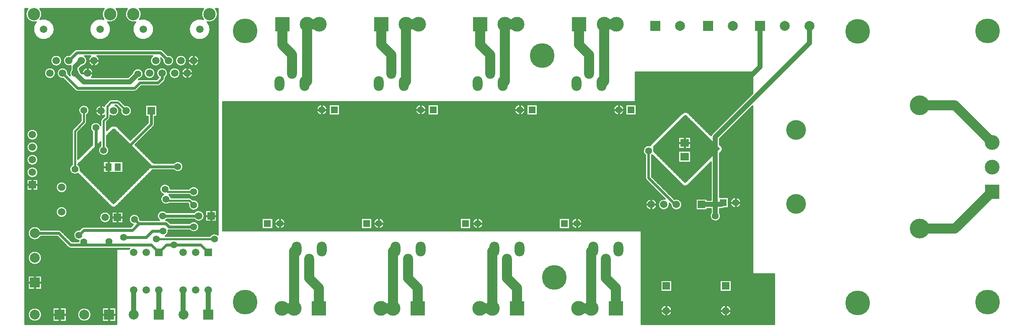
<source format=gbl>
%FSLAX43Y43*%
%MOMM*%
G71*
G01*
G75*
G04 Layer_Physical_Order=2*
%ADD10C,0.300*%
%ADD11C,0.125*%
%ADD12R,1.600X1.800*%
%ADD13R,0.600X2.200*%
%ADD14R,1.800X1.600*%
%ADD15R,2.000X2.000*%
%ADD16R,2.000X1.500*%
%ADD17R,7.000X7.000*%
%ADD18R,1.500X1.300*%
%ADD19R,1.300X1.500*%
%ADD20R,0.600X1.700*%
%ADD21R,0.600X1.700*%
%ADD22R,6.000X6.000*%
%ADD23R,3.000X4.000*%
%ADD24C,0.400*%
%ADD25C,0.500*%
%ADD26C,1.000*%
%ADD27C,2.000*%
%ADD28C,0.600*%
%ADD29C,2.000*%
%ADD30C,5.000*%
%ADD31C,1.400*%
%ADD32R,1.400X1.400*%
%ADD33C,1.500*%
%ADD34R,1.500X1.500*%
%ADD35C,4.000*%
%ADD36C,3.000*%
%ADD37R,3.000X3.000*%
%ADD38C,1.500*%
%ADD39R,1.500X1.500*%
%ADD40C,2.500*%
%ADD41O,2.000X3.000*%
%ADD42C,1.100*%
D10*
X17504Y-29200D02*
G03*
X17004Y-28276I-1104J0D01*
G01*
X15796D02*
G03*
X17504Y-29200I604J-924D01*
G01*
X11670Y-33270D02*
G03*
X11704Y-33000I-1070J270D01*
G01*
G03*
X11216Y-32084I-1104J0D01*
G01*
X141500Y-28900D02*
G03*
X141265Y-28333I-800J0D01*
G01*
X141500Y-28900D02*
G03*
X141266Y-28334I-800J0D01*
G01*
Y-29466D02*
G03*
X141500Y-28900I-566J566D01*
G01*
X141265Y-29467D02*
G03*
X141500Y-28900I-565J567D01*
G01*
X134567Y-21635D02*
G03*
X133434Y-21634I-567J-565D01*
G01*
X134566D02*
G03*
X133433Y-21635I-566J-566D01*
G01*
X133417Y-21652D02*
G03*
X133134Y-21834I283J-748D01*
G01*
X133417Y-21652D02*
G03*
X133133Y-21835I283J-748D01*
G01*
X139361Y-25861D02*
G03*
X139143Y-26212I639J-639D01*
G01*
X139361Y-25861D02*
G03*
X139143Y-26212I639J-639D01*
G01*
X127035Y-27933D02*
G03*
X126840Y-28250I565J-567D01*
G01*
X127034Y-27934D02*
G03*
X126840Y-28250I566J-566D01*
G01*
G03*
X125846Y-30189I-340J-1050D01*
G01*
X133333Y-36265D02*
G03*
X134466Y-36266I567J565D01*
G01*
X133334D02*
G03*
X134467Y-36265I566J566D01*
G01*
X125846Y-34800D02*
G03*
X126038Y-35262I654J0D01*
G01*
X125846Y-34800D02*
G03*
X126038Y-35262I654J0D01*
G01*
X145215Y-39808D02*
G03*
X145215Y-39808I-1104J0D01*
G01*
X141229Y-41095D02*
G03*
X141774Y-40912I0J904D01*
G01*
X141229Y-41095D02*
G03*
X141774Y-40912I0J904D01*
G01*
X141104Y-42500D02*
G03*
X140904Y-41866I-1104J0D01*
G01*
X139096D02*
G03*
X141104Y-42500I904J-634D01*
G01*
X143247Y-61699D02*
G03*
X143247Y-61699I-1154J0D01*
G01*
X133282Y-40191D02*
G03*
X131732Y-39107I-1154J0D01*
G01*
X130742Y-40191D02*
G03*
X130714Y-39939I-1154J0D01*
G01*
X130974Y-40199D02*
G03*
X133282Y-40191I1154J8D01*
G01*
X129839Y-39064D02*
G03*
X130742Y-40191I-252J-1126D01*
G01*
X128202D02*
G03*
X128202Y-40191I-1154J0D01*
G01*
X131247Y-61699D02*
G03*
X131247Y-61699I-1154J0D01*
G01*
X121593Y-20992D02*
G03*
X121593Y-20992I-1104J0D01*
G01*
X101593D02*
G03*
X101593Y-20992I-1104J0D01*
G01*
X81593D02*
G03*
X81593Y-20992I-1104J0D01*
G01*
X61593D02*
G03*
X61593Y-20992I-1104J0D01*
G01*
X113115Y-44008D02*
G03*
X113115Y-44008I-1104J0D01*
G01*
X93115D02*
G03*
X93115Y-44008I-1104J0D01*
G01*
X73115D02*
G03*
X73115Y-44008I-1104J0D01*
G01*
X53115D02*
G03*
X53115Y-44008I-1104J0D01*
G01*
X3904Y-62500D02*
G03*
X3904Y-62500I-1404J0D01*
G01*
X3905Y-51001D02*
G03*
X3905Y-51001I-1404J0D01*
G01*
X3716Y-45297D02*
G03*
X3716Y-46705I-1215J-704D01*
G01*
X3154Y-33660D02*
G03*
X3154Y-33660I-1154J0D01*
G01*
Y-31120D02*
G03*
X3154Y-31120I-1154J0D01*
G01*
X7799Y-45504D02*
G03*
X7301Y-45297I-498J-498D01*
G01*
X7800Y-45504D02*
G03*
X7301Y-45297I-499J-497D01*
G01*
X13904Y-62500D02*
G03*
X13904Y-62500I-1404J0D01*
G01*
X9201Y-48897D02*
G03*
X9700Y-49104I499J497D01*
G01*
X9202Y-48898D02*
G03*
X9700Y-49104I498J498D01*
G01*
X9054Y-41708D02*
G03*
X9054Y-41708I-1154J0D01*
G01*
X9054Y-36708D02*
G03*
X9054Y-36708I-1154J0D01*
G01*
X11337Y-47502D02*
G03*
X11301Y-47696I1063J-298D01*
G01*
X11504Y-45301D02*
G03*
X11337Y-47502I-104J-1099D01*
G01*
X12400Y-44696D02*
G03*
X11901Y-44903I0J-704D01*
G01*
X12400Y-44696D02*
G03*
X11902Y-44902I0J-704D01*
G01*
X9996Y-32076D02*
G03*
X11197Y-33929I604J-924D01*
G01*
X17846Y-42788D02*
G03*
X17846Y-42788I-1154J0D01*
G01*
X3154Y-28580D02*
G03*
X3154Y-28580I-1154J0D01*
G01*
Y-26040D02*
G03*
X3154Y-26040I-1154J0D01*
G01*
X9239Y-13719D02*
G03*
X9249Y-13570I-1144J149D01*
G01*
X9731Y-12853D02*
G03*
X9599Y-14078I904J-717D01*
G01*
X10173Y-24873D02*
G03*
X9996Y-25300I427J-427D01*
G01*
X10174Y-24872D02*
G03*
X9996Y-25300I426J-428D01*
G01*
X10626Y-17097D02*
G03*
X11125Y-17304I499J497D01*
G01*
X10627Y-17098D02*
G03*
X11125Y-17304I498J498D01*
G01*
X6709Y-13570D02*
G03*
X6709Y-13570I-1154J0D01*
G01*
X2740Y-3194D02*
G03*
X6454Y-4680I1560J-1486D01*
G01*
X1038Y-531D02*
G03*
X2740Y-3194I1262J-1069D01*
G01*
X6454Y-4680D02*
G03*
X3577Y-2651I-2154J0D01*
G01*
G03*
X3954Y-1600I-1277J1051D01*
G01*
G03*
X3562Y-531I-1654J0D01*
G01*
X7979Y-11030D02*
G03*
X7979Y-11030I-1154J0D01*
G01*
X9249Y-13570D02*
G03*
X8244Y-14714I-1154J0D01*
G01*
X9750Y-12118D02*
G03*
X9731Y-12300I886J-182D01*
G01*
X9750Y-12118D02*
G03*
X9731Y-12300I886J-182D01*
G01*
X9514Y-9886D02*
G03*
X9750Y-12118I-149J-1144D01*
G01*
X10995Y-8696D02*
G03*
X10496Y-8903I0J-704D01*
G01*
X10995Y-8696D02*
G03*
X10497Y-8902I0J-704D01*
G01*
X13504Y-21100D02*
G03*
X11796Y-22024I-1104J0D01*
G01*
X12826Y-23928D02*
G03*
X13004Y-23500I-426J428D01*
G01*
X12827Y-23927D02*
G03*
X13004Y-23500I-427J427D01*
G01*
X15796Y-24124D02*
G03*
X14096Y-25450I-996J-476D01*
G01*
X15973Y-22773D02*
G03*
X15796Y-23200I427J-427D01*
G01*
X15974Y-22772D02*
G03*
X15796Y-23200I426J-428D01*
G01*
X16499Y-20238D02*
G03*
X16496Y-22145I-651J-953D01*
G01*
X13004Y-22024D02*
G03*
X13504Y-21100I-604J924D01*
G01*
X13981Y-14396D02*
G03*
X14329Y-13570I-806J826D01*
G01*
X16673Y-19873D02*
G03*
X16499Y-20238I427J-427D01*
G01*
X16674Y-19872D02*
G03*
X16499Y-20238I426J-428D01*
G01*
X11781Y-13438D02*
G03*
X11539Y-12853I-1146J-132D01*
G01*
X14329Y-13570D02*
G03*
X12027Y-13683I-1154J0D01*
G01*
X12037Y-12176D02*
G03*
X13059Y-11030I-132J1146D01*
G01*
G03*
X12594Y-10104I-1154J0D01*
G01*
X13756D02*
G03*
X15599Y-11030I689J-926D01*
G01*
G03*
X15134Y-10104I-1154J0D01*
G01*
X16423Y-2651D02*
G03*
X17854Y-4680I-723J-2029D01*
G01*
X16438Y-531D02*
G03*
X16423Y-2651I1262J-1069D01*
G01*
X17834Y-40566D02*
G03*
X18967Y-40565I566J566D01*
G01*
X17833D02*
G03*
X18966Y-40566I567J565D01*
G01*
X21615Y-49104D02*
G03*
X21535Y-49200I845J-786D01*
G01*
X23704Y-43200D02*
G03*
X22333Y-44271I-1104J0D01*
G01*
X29150Y-41796D02*
G03*
X27631Y-43379I-850J-704D01*
G01*
X28969D02*
G03*
X29150Y-43204I-669J879D01*
G01*
X28876Y-46596D02*
G03*
X29504Y-45600I-476J996D01*
G01*
G03*
X29484Y-45390I-1104J0D01*
G01*
G03*
X29595Y-45399I111J695D01*
G01*
X29484Y-45390D02*
G03*
X29595Y-45399I111J695D01*
G01*
X29480Y-43585D02*
G03*
X28983Y-43379I-498J-498D01*
G01*
X29481Y-43586D02*
G03*
X28983Y-43379I-499J-497D01*
G01*
X23699Y-43304D02*
G03*
X23704Y-43200I-1099J104D01*
G01*
X30061Y-38796D02*
G03*
X29645Y-38204I-1061J-304D01*
G01*
X28445Y-38145D02*
G03*
X29634Y-40004I555J-955D01*
G01*
X29899Y-36996D02*
G03*
X28445Y-38145I-1099J-104D01*
G01*
X33745Y-45399D02*
G03*
X35704Y-44700I855J699D01*
G01*
G03*
X33754Y-43991I-1104J0D01*
G01*
X33519Y-40074D02*
G03*
X35704Y-40300I1081J-226D01*
G01*
X36746Y-42488D02*
G03*
X34669Y-41796I-1154J0D01*
G01*
X34687Y-43204D02*
G03*
X36746Y-42488I905J716D01*
G01*
X39469Y-46322D02*
G03*
X37876Y-46596I-669J-878D01*
G01*
X30539Y-33204D02*
G03*
X32493Y-32500I850J704D01*
G01*
G03*
X30539Y-31796I-1104J0D01*
G01*
X35704Y-40300D02*
G03*
X34374Y-39219I-1104J0D01*
G01*
X34127Y-38973D02*
G03*
X33700Y-38796I-427J-427D01*
G01*
X34128Y-38974D02*
G03*
X33700Y-38796I-428J-426D01*
G01*
X33679Y-38204D02*
G03*
X35704Y-37595I921J609D01*
G01*
G03*
X33673Y-36996I-1104J0D01*
G01*
X18300Y-24200D02*
G03*
X17733Y-24435I0J-800D01*
G01*
X18300Y-24200D02*
G03*
X17734Y-24434I0J-800D01*
G01*
X17526Y-22928D02*
G03*
X17704Y-22500I-426J428D01*
G01*
X17527Y-22927D02*
G03*
X17704Y-22500I-427J427D01*
G01*
X19166Y-24434D02*
G03*
X18600Y-24200I-566J-566D01*
G01*
X19167Y-24435D02*
G03*
X18600Y-24200I-567J-565D01*
G01*
X17900Y-18896D02*
G03*
X17472Y-19074I0J-604D01*
G01*
X17900Y-18896D02*
G03*
X17473Y-19073I0J-604D01*
G01*
X17704Y-22120D02*
G03*
X19542Y-21191I684J930D01*
G01*
X19805Y-20922D02*
G03*
X22082Y-21191I1122J-268D01*
G01*
X19542D02*
G03*
X18776Y-20104I-1154J0D01*
G01*
X19664Y-19073D02*
G03*
X19237Y-18896I-427J-427D01*
G01*
X19665Y-19074D02*
G03*
X19237Y-18896I-428J-426D01*
G01*
X22082Y-21191D02*
G03*
X20660Y-20068I-1154J0D01*
G01*
X26505Y-24391D02*
G03*
X26712Y-23892I-497J499D01*
G01*
X26506Y-24390D02*
G03*
X26712Y-23892I-498J498D01*
G01*
X22600Y-17304D02*
G03*
X23099Y-17097I0J704D01*
G01*
X22600Y-17304D02*
G03*
X23098Y-17098I0J704D01*
G01*
X23700Y-14796D02*
G03*
X23428Y-14851I0J-704D01*
G01*
X23700Y-14796D02*
G03*
X23428Y-14851I0J-704D01*
G01*
X23491Y-14787D02*
G03*
X24404Y-13700I-191J1087D01*
G01*
G03*
X22213Y-13509I-1104J0D01*
G01*
X26809Y-13570D02*
G03*
X26809Y-13570I-1154J0D01*
G01*
X17854Y-4680D02*
G03*
X17260Y-3194I-2154J0D01*
G01*
G03*
X19354Y-1600I440J1594D01*
G01*
G03*
X18962Y-531I-1654J0D01*
G01*
X21138D02*
G03*
X22840Y-3194I1262J-1069D01*
G01*
X23677Y-2651D02*
G03*
X24054Y-1600I-1277J1051D01*
G01*
G03*
X23662Y-531I-1654J0D01*
G01*
X22840Y-3194D02*
G03*
X26554Y-4680I1560J-1486D01*
G01*
G03*
X23677Y-2651I-2154J0D01*
G01*
X27400Y-16204D02*
G03*
X27899Y-15997I0J704D01*
G01*
X27400Y-16204D02*
G03*
X27898Y-15998I0J704D01*
G01*
X28692Y-15204D02*
G03*
X28899Y-14705I-497J499D01*
G01*
X28693Y-15203D02*
G03*
X28899Y-14705I-498J498D01*
G01*
X29349Y-13570D02*
G03*
X27452Y-14453I-1154J0D01*
G01*
X28899Y-14484D02*
G03*
X29349Y-13570I-704J914D01*
G01*
X31889Y-13570D02*
G03*
X31889Y-13570I-1154J0D01*
G01*
X34429D02*
G03*
X34429Y-13570I-1154J0D01*
G01*
X26236Y-10104D02*
G03*
X28079Y-11030I689J-926D01*
G01*
G03*
X27961Y-10522I-1154J0D01*
G01*
X28333Y-8902D02*
G03*
X27835Y-8696I-498J-498D01*
G01*
X28334Y-8903D02*
G03*
X27835Y-8696I-499J-497D01*
G01*
X28321Y-10881D02*
G03*
X30619Y-11030I1144J-149D01*
G01*
G03*
X29316Y-9886I-1154J0D01*
G01*
X33159Y-11030D02*
G03*
X33159Y-11030I-1154J0D01*
G01*
X35699Y-11030D02*
G03*
X35699Y-11030I-1154J0D01*
G01*
X36523Y-2651D02*
G03*
X37954Y-4680I-723J-2029D01*
G01*
G03*
X37360Y-3194I-2154J0D01*
G01*
X36538Y-531D02*
G03*
X36523Y-2651I1262J-1069D01*
G01*
X37360Y-3194D02*
G03*
X39454Y-1600I440J1594D01*
G01*
G03*
X39062Y-531I-1654J0D01*
G01*
X17500Y-29107D02*
X22707D01*
X17504Y-29207D02*
X22807D01*
X17499Y-29307D02*
X22907D01*
X17484Y-29407D02*
X23007D01*
X17464Y-28907D02*
X22507D01*
X17388Y-28707D02*
X22307D01*
X17487Y-29007D02*
X22607D01*
X18600Y-25000D02*
X26000Y-32400D01*
X17461Y-29507D02*
X23107D01*
X25106Y-33294D02*
Y-31506D01*
X20319Y-31507D02*
X25107D01*
X20306Y-31441D02*
Y-26706D01*
X20206Y-31441D02*
Y-26606D01*
X18419Y-31441D02*
X20319D01*
X17259Y-28507D02*
X22107D01*
X17168Y-28407D02*
X22007D01*
X17432Y-28807D02*
X22407D01*
X17331Y-28607D02*
X22207D01*
X17004Y-27807D02*
X21407D01*
X17004Y-27907D02*
X21507D01*
X17049Y-28307D02*
X21907D01*
X17248Y-29907D02*
X23507D01*
X17154Y-30007D02*
X23607D01*
X17030Y-30107D02*
X23707D01*
X17426Y-29607D02*
X23207D01*
X17381Y-29707D02*
X23307D01*
X17322Y-29807D02*
X23407D01*
X20319Y-31907D02*
X25507D01*
X20319Y-32007D02*
X25607D01*
X25906Y-32494D02*
Y-32306D01*
X25806Y-32594D02*
Y-32206D01*
X20319Y-31607D02*
X25207D01*
X20319Y-31707D02*
X25307D01*
X20319Y-31807D02*
X25407D01*
X25606Y-32794D02*
Y-32006D01*
X25506Y-32894D02*
Y-31906D01*
X25706Y-32694D02*
Y-32106D01*
X25306Y-33094D02*
Y-31706D01*
X25206Y-33194D02*
Y-31606D01*
X25406Y-32994D02*
Y-31806D01*
X20319Y-32207D02*
X25807D01*
X20319Y-32307D02*
X25907D01*
X20319Y-32407D02*
X25993D01*
X20319Y-32507D02*
X25893D01*
X20319Y-32107D02*
X25707D01*
X20319Y-32607D02*
X25793D01*
X20319Y-32707D02*
X25693D01*
X20319Y-32807D02*
X25593D01*
X20319Y-32907D02*
X25493D01*
X20319Y-33007D02*
X25393D01*
X20319Y-33107D02*
X25293D01*
X20319Y-33207D02*
X25193D01*
X20319Y-33307D02*
X25093D01*
X19106Y-31441D02*
Y-25506D01*
X19006Y-31441D02*
Y-25406D01*
X19306Y-31441D02*
Y-25706D01*
X19206Y-31441D02*
Y-25606D01*
X18300Y-25000D02*
X18600D01*
X18293Y-25007D02*
X18607D01*
X18193Y-25107D02*
X18707D01*
X18706Y-31441D02*
Y-25106D01*
X18606Y-31441D02*
Y-25006D01*
X18906Y-31441D02*
Y-25306D01*
X18806Y-31441D02*
Y-25206D01*
X18506Y-31441D02*
Y-25000D01*
X18406Y-31441D02*
Y-25000D01*
X18306Y-31441D02*
Y-25000D01*
X17893Y-25407D02*
X19007D01*
X17793Y-25507D02*
X19107D01*
X17693Y-25607D02*
X19207D01*
X17593Y-25707D02*
X19307D01*
X18206Y-31441D02*
Y-25094D01*
X18093Y-25207D02*
X18807D01*
X17993Y-25307D02*
X18907D01*
X18106Y-31441D02*
Y-25194D01*
X18006Y-31441D02*
Y-25294D01*
X17906Y-31441D02*
Y-25394D01*
X17806Y-31441D02*
Y-25494D01*
X17706Y-31441D02*
Y-25594D01*
X17606Y-31441D02*
Y-25694D01*
X19906Y-31441D02*
Y-26306D01*
X19806Y-31441D02*
Y-26206D01*
X20106Y-31441D02*
Y-26506D01*
X20006Y-31441D02*
Y-26406D01*
X17493Y-25807D02*
X19407D01*
X17393Y-25907D02*
X19507D01*
X19706Y-31441D02*
Y-26106D01*
X19506Y-31441D02*
Y-25906D01*
X19406Y-31441D02*
Y-25806D01*
X19606Y-31441D02*
Y-26006D01*
X18211Y-31441D02*
X18419D01*
X17506D02*
Y-25794D01*
X18211Y-31441D02*
X18419D01*
X17406Y-28746D02*
Y-25894D01*
X17293Y-26007D02*
X19607D01*
X17193Y-26107D02*
X19707D01*
X17093Y-26207D02*
X19807D01*
X17306Y-28569D02*
Y-25994D01*
X17206Y-28446D02*
Y-26094D01*
X17106Y-28351D02*
Y-26194D01*
X17406Y-31441D02*
Y-29654D01*
X17306Y-31441D02*
Y-29831D01*
X17206Y-31441D02*
Y-29954D01*
X17106Y-31441D02*
Y-30049D01*
X17006Y-31441D02*
Y-30123D01*
X22806Y-35594D02*
Y-29206D01*
X22706Y-35694D02*
Y-29106D01*
X23006Y-35394D02*
Y-29406D01*
X22906Y-35494D02*
Y-29306D01*
X22506Y-35894D02*
Y-28906D01*
X22406Y-35994D02*
Y-28806D01*
X22606Y-35794D02*
Y-29006D01*
X22106Y-36294D02*
Y-28506D01*
X22006Y-36394D02*
Y-28406D01*
X22306Y-36094D02*
Y-28706D01*
X22206Y-36194D02*
Y-28606D01*
X21806Y-36594D02*
Y-28206D01*
X21706Y-36694D02*
Y-28106D01*
X21906Y-36494D02*
Y-28306D01*
X21406Y-36994D02*
Y-27806D01*
X21306Y-37094D02*
Y-27706D01*
X21606Y-36794D02*
Y-28006D01*
X21506Y-36894D02*
Y-27906D01*
X21106Y-37294D02*
Y-27506D01*
X21006Y-37394D02*
Y-27406D01*
X21206Y-37194D02*
Y-27606D01*
X20806Y-37594D02*
Y-27206D01*
X20706Y-37694D02*
Y-27106D01*
X20906Y-37494D02*
Y-27306D01*
X20506Y-37894D02*
Y-26906D01*
X20406Y-37994D02*
Y-26806D01*
X20606Y-37794D02*
Y-27006D01*
X24806Y-33594D02*
Y-31206D01*
X24706Y-33694D02*
Y-31106D01*
X25006Y-33394D02*
Y-31406D01*
X24906Y-33494D02*
Y-31306D01*
X24506Y-33894D02*
Y-30906D01*
X24406Y-33994D02*
Y-30806D01*
X24606Y-33794D02*
Y-31006D01*
X24206Y-34194D02*
Y-30606D01*
X24106Y-34294D02*
Y-30506D01*
X24306Y-34094D02*
Y-30706D01*
X23906Y-34494D02*
Y-30306D01*
X23806Y-34594D02*
Y-30206D01*
X24006Y-34394D02*
Y-30406D01*
X20319Y-33407D02*
X24993D01*
X20319Y-33507D02*
X24893D01*
X20319Y-33607D02*
X24793D01*
X20319Y-33707D02*
X24693D01*
X23706Y-34694D02*
Y-30106D01*
X23606Y-34794D02*
Y-30006D01*
X20319Y-33749D02*
Y-31441D01*
X23506Y-34894D02*
Y-29906D01*
X23406Y-34994D02*
Y-29806D01*
X18500Y-39900D02*
X26000Y-32400D01*
X23206Y-35194D02*
Y-29606D01*
X23106Y-35294D02*
Y-29506D01*
X23306Y-35094D02*
Y-29706D01*
X20306Y-38094D02*
Y-33749D01*
X20206Y-38194D02*
Y-33749D01*
X20106Y-38294D02*
Y-33749D01*
X20006Y-38394D02*
Y-33749D01*
X19906Y-38494D02*
Y-33749D01*
X19806Y-38594D02*
Y-33749D01*
X19706Y-38694D02*
Y-33749D01*
X19606Y-38794D02*
Y-33749D01*
X19506Y-38894D02*
Y-33749D01*
X19406Y-38994D02*
Y-33749D01*
X19306Y-39094D02*
Y-33749D01*
X19206Y-39194D02*
Y-33749D01*
X19106Y-39294D02*
Y-33749D01*
X19006Y-39394D02*
Y-33749D01*
X18906Y-39494D02*
Y-33749D01*
X18419D02*
X20319D01*
X18806Y-39594D02*
Y-33749D01*
X18706Y-39694D02*
Y-33749D01*
X18211D02*
X18419D01*
X18211D02*
X18419D01*
X18606Y-39794D02*
Y-33749D01*
X18506Y-39894D02*
Y-33749D01*
X18406Y-39994D02*
Y-33749D01*
X18306Y-39906D02*
Y-33749D01*
X18206Y-39806D02*
Y-33749D01*
X18106Y-39706D02*
Y-33749D01*
X17906Y-39506D02*
Y-33749D01*
X17707Y-39307D02*
X19093D01*
X17907Y-39507D02*
X18893D01*
X17807Y-39407D02*
X18993D01*
X17806Y-39406D02*
Y-33749D01*
X17706Y-39306D02*
Y-33749D01*
X17606Y-39206D02*
Y-33749D01*
X18107Y-39707D02*
X18693D01*
X18007Y-39607D02*
X18793D01*
X18207Y-39807D02*
X18593D01*
X18400Y-40000D02*
X18500Y-39900D01*
X18006Y-39606D02*
Y-33749D01*
X18307Y-39907D02*
X18493D01*
X17306Y-38906D02*
Y-33749D01*
X17007Y-38607D02*
X19793D01*
X17207Y-38807D02*
X19593D01*
X17107Y-38707D02*
X19693D01*
X17206Y-38806D02*
Y-33749D01*
X17106Y-38706D02*
Y-33749D01*
X17006Y-38606D02*
Y-33749D01*
X17407Y-39007D02*
X19393D01*
X17307Y-38907D02*
X19493D01*
X17507Y-39107D02*
X19293D01*
X17506Y-39106D02*
Y-33749D01*
X17406Y-39006D02*
Y-33749D01*
X17607Y-39207D02*
X19193D01*
X17004Y-26507D02*
X20107D01*
X17004Y-26607D02*
X20207D01*
X17004Y-26707D02*
X20307D01*
X17004Y-26807D02*
X20407D01*
X17004Y-26296D02*
X18300Y-25000D01*
X17004Y-26307D02*
X19907D01*
X17004Y-26407D02*
X20007D01*
X17004Y-27007D02*
X20607D01*
X17004Y-27107D02*
X20707D01*
X17004Y-27207D02*
X20807D01*
X17004Y-27307D02*
X20907D01*
X17006Y-28277D02*
Y-26294D01*
X17004Y-28276D02*
Y-26296D01*
Y-26907D02*
X20507D01*
X17004Y-27707D02*
X21307D01*
X17004Y-28007D02*
X21607D01*
X17004Y-28107D02*
X21707D01*
X17004Y-28207D02*
X21807D01*
X17004Y-27407D02*
X21007D01*
X17004Y-27507D02*
X21107D01*
X17004Y-27607D02*
X21207D01*
X16853Y-30207D02*
X23807D01*
X12993Y-30307D02*
X23907D01*
X16906Y-31441D02*
Y-30181D01*
X16806Y-31441D02*
Y-30227D01*
X12593Y-30707D02*
X24307D01*
X12493Y-30807D02*
X24407D01*
X12393Y-30907D02*
X24507D01*
X12293Y-31007D02*
X24607D01*
X12893Y-30407D02*
X24007D01*
X12793Y-30507D02*
X24107D01*
X12693Y-30607D02*
X24207D01*
X16706Y-31441D02*
Y-30261D01*
X16311Y-31441D02*
X18211D01*
X16606D02*
Y-30285D01*
X16506Y-31441D02*
Y-30299D01*
X16406Y-31441D02*
Y-30304D01*
X12193Y-31107D02*
X24707D01*
X12093Y-31207D02*
X24807D01*
X11993Y-31307D02*
X24907D01*
X11893Y-31407D02*
X25007D01*
X11793Y-31507D02*
X16311D01*
X11693Y-31607D02*
X16311D01*
X11593Y-31707D02*
X16311D01*
X11493Y-31807D02*
X16311D01*
X11393Y-31907D02*
X16311D01*
X11293Y-32007D02*
X16311D01*
X11368Y-32207D02*
X16311D01*
X11249Y-32107D02*
X16311D01*
X11459Y-32307D02*
X16311D01*
X15693Y-27607D02*
X15796D01*
X15593Y-27707D02*
X15796D01*
X15493Y-27807D02*
X15796D01*
X15393Y-27907D02*
X15796D01*
Y-28276D02*
Y-27504D01*
X15293Y-28007D02*
X15796D01*
X15193Y-28107D02*
X15796D01*
X15706Y-28341D02*
Y-27594D01*
X15606Y-28433D02*
Y-27694D01*
X15093Y-28207D02*
X15796D01*
X14993Y-28307D02*
X15751D01*
X15506Y-28552D02*
Y-27794D01*
X15406Y-28719D02*
Y-27894D01*
X15306Y-29050D02*
Y-27994D01*
X14893Y-28407D02*
X15632D01*
X14793Y-28507D02*
X15541D01*
X14693Y-28607D02*
X15469D01*
X14593Y-28707D02*
X15412D01*
X14493Y-28807D02*
X15368D01*
X14393Y-28907D02*
X15336D01*
X14293Y-29007D02*
X15313D01*
X13893Y-29407D02*
X15316D01*
X11216Y-32084D02*
X15796Y-27504D01*
X13793Y-29507D02*
X15339D01*
X14193Y-29107D02*
X15300D01*
X14093Y-29207D02*
X15296D01*
X13993Y-29307D02*
X15301D01*
X13493Y-29807D02*
X15478D01*
X13293Y-30007D02*
X15646D01*
X13193Y-30107D02*
X15770D01*
X13093Y-30207D02*
X15947D01*
X13693Y-29607D02*
X15374D01*
X13593Y-29707D02*
X15419D01*
X13393Y-29907D02*
X15552D01*
X11700Y-32907D02*
X16311D01*
X11704Y-33007D02*
X16311D01*
X11699Y-33107D02*
X16311D01*
X11806Y-33406D02*
Y-31494D01*
X11706Y-33306D02*
Y-31594D01*
X11807Y-33407D02*
X16311D01*
X11606Y-32546D02*
Y-31694D01*
X11531Y-32407D02*
X16311D01*
X11632Y-32607D02*
X16311D01*
X11588Y-32507D02*
X16311D01*
X11506Y-32369D02*
Y-31794D01*
X11406Y-32246D02*
Y-31894D01*
X11306Y-32151D02*
Y-31994D01*
X11664Y-32707D02*
X16311D01*
X11687Y-32807D02*
X16311D01*
X11684Y-33207D02*
X16311D01*
X11707Y-33307D02*
X16311D01*
X13507Y-35107D02*
X23293D01*
X13407Y-35007D02*
X23393D01*
X13707Y-35307D02*
X23093D01*
X13607Y-35207D02*
X23193D01*
X16311Y-33749D02*
X18211D01*
X13807Y-35407D02*
X22993D01*
X13907Y-35507D02*
X22893D01*
X14107Y-35707D02*
X22693D01*
X14007Y-35607D02*
X22793D01*
X14307Y-35907D02*
X22493D01*
X14207Y-35807D02*
X22593D01*
X16906Y-38506D02*
Y-33749D01*
X16806Y-38406D02*
Y-33749D01*
X16706Y-38306D02*
Y-33749D01*
X12307Y-33907D02*
X24493D01*
X12207Y-33807D02*
X24593D01*
X12507Y-34107D02*
X24293D01*
X12407Y-34007D02*
X24393D01*
X12707Y-34307D02*
X24093D01*
X12607Y-34207D02*
X24193D01*
X12807Y-34407D02*
X23993D01*
X13007Y-34607D02*
X23793D01*
X12907Y-34507D02*
X23893D01*
X13107Y-34707D02*
X23693D01*
X13207Y-34807D02*
X23593D01*
X11670Y-33270D02*
X18400Y-40000D01*
X13307Y-34907D02*
X23493D01*
X15807Y-37407D02*
X20993D01*
X15707Y-37307D02*
X21093D01*
X16007Y-37607D02*
X20793D01*
X15907Y-37507D02*
X20893D01*
X16207Y-37807D02*
X20593D01*
X16107Y-37707D02*
X20693D01*
X16307Y-37907D02*
X20493D01*
X16507Y-38107D02*
X20293D01*
X16407Y-38007D02*
X20393D01*
X16607Y-38207D02*
X20193D01*
X16807Y-38407D02*
X19993D01*
X16707Y-38307D02*
X20093D01*
X16907Y-38507D02*
X19893D01*
X14507Y-36107D02*
X22293D01*
X14407Y-36007D02*
X22393D01*
X14707Y-36307D02*
X22093D01*
X14607Y-36207D02*
X22193D01*
X14907Y-36507D02*
X21893D01*
X14807Y-36407D02*
X21993D01*
X15007Y-36607D02*
X21793D01*
X15207Y-36807D02*
X21593D01*
X15107Y-36707D02*
X21693D01*
X15307Y-36907D02*
X21493D01*
X15507Y-37107D02*
X21293D01*
X15407Y-37007D02*
X21393D01*
X15607Y-37207D02*
X21193D01*
X15206Y-36806D02*
Y-28094D01*
X15106Y-36706D02*
Y-28194D01*
X15006Y-36606D02*
Y-28294D01*
X14906Y-36506D02*
Y-28394D01*
X14806Y-36406D02*
Y-28494D01*
X14706Y-36306D02*
Y-28594D01*
X14606Y-36206D02*
Y-28694D01*
X15706Y-37306D02*
Y-30059D01*
X15606Y-37206D02*
Y-29967D01*
X15806Y-37406D02*
Y-30131D01*
X15406Y-37006D02*
Y-29681D01*
X15306Y-36906D02*
Y-29350D01*
X15506Y-37106D02*
Y-29848D01*
X13906Y-35506D02*
Y-29394D01*
X13806Y-35406D02*
Y-29494D01*
X13706Y-35306D02*
Y-29594D01*
X13606Y-35206D02*
Y-29694D01*
X13506Y-35106D02*
Y-29794D01*
X13406Y-35006D02*
Y-29894D01*
X13306Y-34906D02*
Y-29994D01*
X14506Y-36106D02*
Y-28794D01*
X14406Y-36006D02*
Y-28894D01*
X14306Y-35906D02*
Y-28994D01*
X14206Y-35806D02*
Y-29094D01*
X14106Y-35706D02*
Y-29194D01*
X14006Y-35606D02*
Y-29294D01*
X16006Y-37606D02*
Y-30231D01*
X13206Y-34806D02*
Y-30094D01*
X16311Y-33749D02*
Y-31441D01*
X15906Y-37506D02*
Y-30187D01*
X13106Y-34706D02*
Y-30194D01*
X13006Y-34606D02*
Y-30294D01*
X12906Y-34506D02*
Y-30394D01*
X16606Y-38206D02*
Y-33749D01*
X16506Y-38106D02*
Y-33749D01*
X16406Y-38006D02*
Y-33749D01*
X16306Y-37906D02*
Y-30300D01*
X16206Y-37806D02*
Y-30287D01*
X16106Y-37706D02*
Y-30264D01*
X12206Y-33806D02*
Y-31094D01*
X11907Y-33507D02*
X16311D01*
X12107Y-33707D02*
X16311D01*
X12007Y-33607D02*
X16311D01*
X12106Y-33706D02*
Y-31194D01*
X12006Y-33606D02*
Y-31294D01*
X11906Y-33506D02*
Y-31394D01*
X12806Y-34406D02*
Y-30494D01*
X12706Y-34306D02*
Y-30594D01*
X12606Y-34206D02*
Y-30694D01*
X12506Y-34106D02*
Y-30794D01*
X12406Y-34006D02*
Y-30894D01*
X12306Y-33906D02*
Y-30994D01*
X147500Y-17722D02*
Y-13400D01*
X147406Y-17816D02*
Y-13400D01*
X147306Y-17916D02*
Y-13400D01*
X147206Y-18016D02*
Y-13400D01*
X147106Y-18116D02*
Y-13400D01*
X147372Y-20407D02*
X147500D01*
X147006Y-18216D02*
Y-13400D01*
X146906Y-18316D02*
Y-13400D01*
X146806Y-18416D02*
Y-13400D01*
X146706Y-18516D02*
Y-13400D01*
X146606Y-18616D02*
Y-13400D01*
X146506Y-18716D02*
Y-13400D01*
X146406Y-18816D02*
Y-13400D01*
X146306Y-18916D02*
Y-13400D01*
X146206Y-19016D02*
Y-13400D01*
X147272Y-20507D02*
X147500D01*
X147172Y-20607D02*
X147500D01*
X147072Y-20707D02*
X147500D01*
X146972Y-20807D02*
X147500D01*
X146872Y-20907D02*
X147500D01*
X146772Y-21007D02*
X147500D01*
X146672Y-21107D02*
X147500D01*
X146572Y-21207D02*
X147500D01*
X146472Y-21307D02*
X147500D01*
X146372Y-21407D02*
X147500D01*
X146272Y-21507D02*
X147500D01*
X146172Y-21607D02*
X147500D01*
X146072Y-21707D02*
X147500D01*
X145972Y-21807D02*
X147500D01*
X146106Y-19116D02*
Y-13400D01*
X146006Y-19216D02*
Y-13400D01*
X145906Y-19316D02*
Y-13400D01*
X145806Y-19416D02*
Y-13400D01*
X145706Y-19516D02*
Y-13400D01*
X145606Y-19616D02*
Y-13400D01*
X145506Y-19716D02*
Y-13400D01*
X145406Y-19816D02*
Y-13400D01*
X145306Y-19916D02*
Y-13400D01*
X145206Y-20016D02*
Y-13400D01*
X145106Y-20116D02*
Y-13400D01*
X145006Y-20216D02*
Y-13400D01*
X144906Y-20316D02*
Y-13400D01*
X144806Y-20416D02*
Y-13400D01*
X144706Y-20516D02*
Y-13400D01*
X144606Y-20616D02*
Y-13400D01*
X144506Y-20716D02*
Y-13400D01*
X144406Y-20816D02*
Y-13400D01*
X144306Y-20916D02*
Y-13400D01*
X144206Y-21016D02*
Y-13400D01*
X144106Y-21116D02*
Y-13400D01*
X144006Y-21216D02*
Y-13400D01*
X143906Y-21316D02*
Y-13400D01*
X143806Y-21416D02*
Y-13400D01*
X143706Y-21516D02*
Y-13400D01*
X143606Y-21616D02*
Y-13400D01*
X143506Y-21716D02*
Y-13400D01*
X143406Y-21816D02*
Y-13400D01*
X145872Y-21907D02*
X147500D01*
X145772Y-22007D02*
X147500D01*
X145672Y-22107D02*
X147500D01*
X145572Y-22207D02*
X147500D01*
X145472Y-22307D02*
X147500D01*
X145372Y-22407D02*
X147500D01*
X145272Y-22507D02*
X147500D01*
X145172Y-22607D02*
X147500D01*
X145072Y-22707D02*
X147500D01*
X144972Y-22807D02*
X147500D01*
X144872Y-22907D02*
X147500D01*
X140904Y-26874D02*
X147500Y-20278D01*
X145006Y-39161D02*
Y-22773D01*
X144906Y-39042D02*
Y-22873D01*
X144772Y-23007D02*
X147500D01*
X144672Y-23107D02*
X147500D01*
X144572Y-23207D02*
X147500D01*
X144472Y-23307D02*
X147500D01*
X144806Y-38950D02*
Y-22973D01*
X144706Y-38878D02*
Y-23073D01*
X144606Y-38821D02*
Y-23173D01*
X144372Y-23407D02*
X147500D01*
X144272Y-23507D02*
X147500D01*
X144406Y-38744D02*
Y-23373D01*
X144172Y-23607D02*
X147500D01*
X144506Y-38777D02*
Y-23273D01*
X144306Y-38721D02*
Y-23473D01*
X144206Y-38708D02*
Y-23573D01*
X143306Y-21916D02*
Y-13400D01*
X143206Y-22016D02*
Y-13400D01*
X143106Y-22116D02*
Y-13400D01*
X143006Y-22216D02*
Y-13400D01*
X142906Y-22316D02*
Y-13400D01*
X142806Y-22416D02*
Y-13400D01*
X142706Y-22516D02*
Y-13400D01*
X142606Y-22616D02*
Y-13400D01*
X142506Y-22716D02*
Y-13400D01*
X142406Y-22816D02*
Y-13400D01*
X142306Y-22916D02*
Y-13400D01*
X142206Y-23016D02*
Y-13400D01*
X142106Y-23116D02*
Y-13400D01*
X142006Y-23216D02*
Y-13400D01*
X141906Y-23316D02*
Y-13400D01*
X141806Y-23416D02*
Y-13400D01*
X141706Y-23516D02*
Y-13400D01*
X141606Y-23616D02*
Y-13400D01*
X141506Y-23716D02*
Y-13400D01*
X144106Y-38704D02*
Y-23673D01*
X141406Y-23816D02*
Y-13400D01*
X141306Y-23916D02*
Y-13400D01*
X141206Y-24016D02*
Y-13400D01*
X141106Y-24116D02*
Y-13400D01*
X141006Y-24216D02*
Y-13400D01*
X140906Y-24316D02*
Y-13400D01*
X140806Y-24416D02*
Y-13400D01*
X140706Y-24516D02*
Y-13400D01*
X123900Y-13407D02*
X147500D01*
X123900Y-13400D02*
X147500D01*
X123900Y-13507D02*
X147500D01*
X123900Y-13607D02*
X147500D01*
X123900Y-13707D02*
X147500D01*
X123900Y-13807D02*
X147500D01*
X123900Y-13907D02*
X147500D01*
X123900Y-14007D02*
X147500D01*
X123900Y-14107D02*
X147500D01*
X123900Y-14207D02*
X147500D01*
X123900Y-14307D02*
X147500D01*
X123900Y-14407D02*
X147500D01*
X123900Y-14507D02*
X147500D01*
X123900Y-14607D02*
X147500D01*
X123900Y-14707D02*
X147500D01*
X123900Y-14807D02*
X147500D01*
X123900Y-14907D02*
X147500D01*
X123900Y-15007D02*
X147500D01*
X123900Y-15107D02*
X147500D01*
X123900Y-15207D02*
X147500D01*
X123900Y-15307D02*
X147500D01*
X123900Y-15407D02*
X147500D01*
X123900Y-15507D02*
X147500D01*
X123900Y-15607D02*
X147500D01*
X123900Y-15707D02*
X147500D01*
X123900Y-15807D02*
X147500D01*
X123900Y-15907D02*
X147500D01*
X123900Y-16007D02*
X147500D01*
X123900Y-16107D02*
X147500D01*
X123900Y-16207D02*
X147500D01*
X123900Y-16307D02*
X147500D01*
X123900Y-16407D02*
X147500D01*
X123900Y-16507D02*
X147500D01*
X123900Y-16607D02*
X147500D01*
X123900Y-16707D02*
X147500D01*
X123900Y-16807D02*
X147500D01*
X123900Y-16907D02*
X147500D01*
X123900Y-17007D02*
X147500D01*
X123900Y-17107D02*
X147500D01*
X123900Y-17207D02*
X147500D01*
X123900Y-17307D02*
X147500D01*
X123900Y-17407D02*
X147500D01*
X123900Y-17507D02*
X147500D01*
X123900Y-17607D02*
X147500D01*
X123900Y-17707D02*
X147500D01*
X123900Y-17807D02*
X147415D01*
X123900Y-17907D02*
X147315D01*
X123900Y-18007D02*
X147215D01*
X123900Y-18107D02*
X147115D01*
X123900Y-18207D02*
X147015D01*
X123900Y-18307D02*
X146915D01*
X123900Y-18407D02*
X146815D01*
X123900Y-18507D02*
X146715D01*
X123900Y-18607D02*
X146615D01*
X123900Y-18707D02*
X146515D01*
X123900Y-18807D02*
X146415D01*
X124093Y-19907D02*
X145315D01*
X124093Y-20007D02*
X145215D01*
X124093Y-20107D02*
X145115D01*
X124093Y-20207D02*
X145015D01*
X139361Y-25861D02*
X147500Y-17722D01*
X124093Y-20307D02*
X144915D01*
X124093Y-20407D02*
X144815D01*
X123900Y-18907D02*
X146315D01*
X123900Y-19007D02*
X146215D01*
X123900Y-19107D02*
X146115D01*
X123900Y-19207D02*
X146015D01*
X123900Y-19307D02*
X145915D01*
X124093Y-20507D02*
X144715D01*
X124093Y-20607D02*
X144615D01*
X134103Y-21407D02*
X143815D01*
X134399Y-21507D02*
X143715D01*
X134537Y-21607D02*
X143615D01*
X134638Y-21707D02*
X143515D01*
X134738Y-21807D02*
X143415D01*
X134838Y-21907D02*
X143315D01*
X134938Y-22007D02*
X143215D01*
X124093Y-20707D02*
X144515D01*
X124093Y-20807D02*
X144415D01*
X124093Y-20907D02*
X144315D01*
X124093Y-21007D02*
X144215D01*
X124093Y-21107D02*
X144115D01*
X124093Y-21207D02*
X144015D01*
X124093Y-21307D02*
X143915D01*
X140606Y-24616D02*
Y-13400D01*
X140506Y-24716D02*
Y-13400D01*
X140406Y-24816D02*
Y-13400D01*
X140306Y-24916D02*
Y-13400D01*
X140206Y-25016D02*
Y-13400D01*
X140106Y-25116D02*
Y-13400D01*
X140006Y-25216D02*
Y-13400D01*
X135038Y-22107D02*
X143115D01*
X135138Y-22207D02*
X143015D01*
X139906Y-25316D02*
Y-13400D01*
X139806Y-25416D02*
Y-13400D01*
X139706Y-25516D02*
Y-13400D01*
X139606Y-25616D02*
Y-13400D01*
X139506Y-25716D02*
Y-13400D01*
X135938Y-23007D02*
X142215D01*
X136038Y-23107D02*
X142115D01*
X136138Y-23207D02*
X142015D01*
X136238Y-23307D02*
X141915D01*
X136338Y-23407D02*
X141815D01*
X136438Y-23507D02*
X141715D01*
X136538Y-23607D02*
X141615D01*
X135238Y-22307D02*
X142915D01*
X135338Y-22407D02*
X142815D01*
X135438Y-22507D02*
X142715D01*
X135538Y-22607D02*
X142615D01*
X135638Y-22707D02*
X142515D01*
X135738Y-22807D02*
X142415D01*
X135838Y-22907D02*
X142315D01*
X144072Y-23707D02*
X147500D01*
X143972Y-23807D02*
X147500D01*
X143872Y-23907D02*
X147500D01*
X143772Y-24007D02*
X147500D01*
X143672Y-24107D02*
X147500D01*
X143572Y-24207D02*
X147500D01*
X143472Y-24307D02*
X147500D01*
X143372Y-24407D02*
X147500D01*
X143272Y-24507D02*
X147500D01*
X143172Y-24607D02*
X147500D01*
X143072Y-24707D02*
X147500D01*
X142972Y-24807D02*
X147500D01*
X142872Y-24907D02*
X147500D01*
X142772Y-25007D02*
X147500D01*
X142672Y-25107D02*
X147500D01*
X142572Y-25207D02*
X147500D01*
X142472Y-25307D02*
X147500D01*
X142372Y-25407D02*
X147500D01*
X142272Y-25507D02*
X147500D01*
X142172Y-25607D02*
X147500D01*
X142072Y-25707D02*
X147500D01*
X141972Y-25807D02*
X147500D01*
X141872Y-25907D02*
X147500D01*
X141772Y-26007D02*
X147500D01*
X141672Y-26107D02*
X147500D01*
X141572Y-26207D02*
X147500D01*
X141472Y-26307D02*
X147500D01*
X141372Y-26407D02*
X147500D01*
X141272Y-26507D02*
X147500D01*
X141172Y-26607D02*
X147500D01*
X141072Y-26707D02*
X147500D01*
X141106Y-28175D02*
Y-26673D01*
X141406Y-28524D02*
Y-26373D01*
X141306Y-28378D02*
Y-26473D01*
X141206Y-28275D02*
Y-26573D01*
X140972Y-26807D02*
X147500D01*
X140904Y-26907D02*
X147500D01*
X140904Y-27007D02*
X147500D01*
X140904Y-27107D02*
X147500D01*
X141006Y-28075D02*
Y-26773D01*
X140906Y-27975D02*
Y-26873D01*
X140904Y-27973D02*
Y-26874D01*
Y-27207D02*
X147500D01*
X140904Y-27307D02*
X147500D01*
X140904Y-27407D02*
X147500D01*
X141038Y-28107D02*
X147500D01*
X141138Y-28207D02*
X147500D01*
X141238Y-28307D02*
X147500D01*
X141330Y-28407D02*
X147500D01*
X140904Y-27507D02*
X147500D01*
X140904Y-27607D02*
X147500D01*
X140904Y-27707D02*
X147500D01*
X140904Y-27807D02*
X147500D01*
X140904Y-27907D02*
X147500D01*
X140938Y-28007D02*
X147500D01*
X140904Y-27973D02*
X141265Y-28333D01*
X144006Y-38709D02*
Y-23773D01*
X141476Y-28707D02*
X147500D01*
X143906Y-38723D02*
Y-23873D01*
X143806Y-38747D02*
Y-23973D01*
X143706Y-38781D02*
Y-24073D01*
X143606Y-38827D02*
Y-24173D01*
X143506Y-38885D02*
Y-24273D01*
X141397Y-28507D02*
X147500D01*
X141444Y-28607D02*
X147500D01*
X141495Y-28807D02*
X147500D01*
X141500Y-28907D02*
X147500D01*
X141493Y-29007D02*
X147500D01*
X141473Y-29107D02*
X147500D01*
X141439Y-29207D02*
X147500D01*
X144184Y-38707D02*
X147500D01*
X144576Y-38807D02*
X147500D01*
X142715Y-38707D02*
X144038D01*
X142715Y-38807D02*
X143647D01*
X144749Y-38907D02*
X147500D01*
X144871Y-39007D02*
X147500D01*
X144964Y-39107D02*
X147500D01*
X141389Y-29307D02*
X147500D01*
X141319Y-29407D02*
X147500D01*
X141225Y-29507D02*
X147500D01*
X141125Y-29607D02*
X147500D01*
X141025Y-29707D02*
X147500D01*
X140925Y-29807D02*
X147500D01*
X142715Y-38907D02*
X143474D01*
X142706Y-38704D02*
Y-25073D01*
X142606Y-38704D02*
Y-25173D01*
X142506Y-38704D02*
Y-25273D01*
X142406Y-38704D02*
Y-25373D01*
X143406Y-38959D02*
Y-24373D01*
X143306Y-39053D02*
Y-24473D01*
X143206Y-39177D02*
Y-24573D01*
X142306Y-38704D02*
Y-25473D01*
X142206Y-38704D02*
Y-25573D01*
X142106Y-38704D02*
Y-25673D01*
X142006Y-38704D02*
Y-25773D01*
X141906Y-38704D02*
Y-25873D01*
X141806Y-38704D02*
Y-25973D01*
X141706Y-38704D02*
Y-26073D01*
X141606Y-38704D02*
Y-26173D01*
X141506Y-38704D02*
Y-26273D01*
X141406Y-38704D02*
Y-29276D01*
X142715Y-39007D02*
X143352D01*
X142715Y-39107D02*
X143259D01*
X141306Y-38704D02*
Y-29422D01*
X140904Y-29827D02*
X141265Y-29467D01*
X141206Y-38704D02*
Y-29525D01*
X141106Y-38704D02*
Y-29625D01*
X141006Y-38704D02*
Y-29725D01*
X140904Y-29907D02*
X147500D01*
X140904Y-30007D02*
X147500D01*
X140904Y-30107D02*
X147500D01*
X140904Y-30207D02*
X147500D01*
X140904Y-30307D02*
X147500D01*
X140904Y-30407D02*
X147500D01*
X140904Y-30507D02*
X147500D01*
X140904Y-30607D02*
X147500D01*
X140904Y-30707D02*
X147500D01*
X140904Y-30807D02*
X147500D01*
X140904Y-30907D02*
X147500D01*
X140904Y-31007D02*
X147500D01*
X140904Y-31107D02*
X147500D01*
X140904Y-31207D02*
X147500D01*
X140904Y-31307D02*
X147500D01*
X140904Y-31407D02*
X147500D01*
X140904Y-31507D02*
X147500D01*
X140904Y-31607D02*
X147500D01*
X140904Y-31707D02*
X147500D01*
X140904Y-31807D02*
X147500D01*
X140904Y-31907D02*
X147500D01*
X140904Y-32007D02*
X147500D01*
X140904Y-32107D02*
X147500D01*
X140904Y-32207D02*
X147500D01*
X140904Y-32307D02*
X147500D01*
X140904Y-32407D02*
X147500D01*
X140904Y-32507D02*
X147500D01*
X140904Y-32607D02*
X147500D01*
X137338Y-24407D02*
X140815D01*
X137438Y-24507D02*
X140715D01*
X137538Y-24607D02*
X140615D01*
X137638Y-24707D02*
X140515D01*
X137738Y-24807D02*
X140415D01*
X137838Y-24907D02*
X140315D01*
X137938Y-25007D02*
X140215D01*
X136638Y-23707D02*
X141515D01*
X136738Y-23807D02*
X141415D01*
X136838Y-23907D02*
X141315D01*
X136938Y-24007D02*
X141215D01*
X137038Y-24107D02*
X141115D01*
X137138Y-24207D02*
X141015D01*
X137238Y-24307D02*
X140915D01*
X140904Y-32707D02*
X147500D01*
X140904Y-32807D02*
X147500D01*
X140904Y-32907D02*
X147500D01*
X140904Y-33007D02*
X147500D01*
X140904Y-33107D02*
X147500D01*
X140904Y-33207D02*
X147500D01*
X140904Y-33307D02*
X147500D01*
X138038Y-25107D02*
X140115D01*
X138138Y-25207D02*
X140015D01*
X138238Y-25307D02*
X139915D01*
X138338Y-25407D02*
X139815D01*
X138438Y-25507D02*
X139715D01*
X138538Y-25607D02*
X139615D01*
X138638Y-25707D02*
X139515D01*
X140904Y-33407D02*
X147500D01*
X140904Y-33507D02*
X147500D01*
X140904Y-33607D02*
X147500D01*
X140904Y-33707D02*
X147500D01*
X140904Y-33807D02*
X147500D01*
X140904Y-33907D02*
X147500D01*
X140904Y-34007D02*
X147500D01*
X140904Y-34107D02*
X147500D01*
X140904Y-34207D02*
X147500D01*
X140904Y-34307D02*
X147500D01*
X140904Y-34407D02*
X147500D01*
X140904Y-34507D02*
X147500D01*
X140904Y-34607D02*
X147500D01*
X140904Y-34707D02*
X147500D01*
X140904Y-34807D02*
X147500D01*
X140904Y-34907D02*
X147500D01*
X140904Y-35007D02*
X147500D01*
X140904Y-35107D02*
X147500D01*
X140904Y-35207D02*
X147500D01*
X140904Y-35307D02*
X147500D01*
X140904Y-35407D02*
X147500D01*
X140904Y-35507D02*
X147500D01*
X140904Y-35607D02*
X147500D01*
X140904Y-35707D02*
X147500D01*
X140904Y-35807D02*
X147500D01*
X140904Y-35907D02*
X147500D01*
X140904Y-36007D02*
X147500D01*
X140904Y-36107D02*
X147500D01*
X140904Y-36207D02*
X147500D01*
X140904Y-36307D02*
X147500D01*
X140904Y-36407D02*
X147500D01*
X140904Y-36507D02*
X147500D01*
X140906Y-38704D02*
Y-29825D01*
X140904Y-36607D02*
X147500D01*
X140904Y-38704D02*
Y-29827D01*
Y-36707D02*
X147500D01*
X140904Y-36807D02*
X147500D01*
X140904Y-36907D02*
X147500D01*
X140904Y-37007D02*
X147500D01*
X140904Y-37107D02*
X147500D01*
X140904Y-37207D02*
X147500D01*
X140904Y-37307D02*
X147500D01*
X140904Y-37407D02*
X147500D01*
X140904Y-37507D02*
X147500D01*
X140904Y-37607D02*
X147500D01*
X140904Y-37707D02*
X147500D01*
X140904Y-37807D02*
X147500D01*
X140904Y-37907D02*
X147500D01*
X140904Y-38007D02*
X147500D01*
X140904Y-38107D02*
X147500D01*
X140904Y-38207D02*
X147500D01*
X140904Y-38307D02*
X147500D01*
X140904Y-38407D02*
X147500D01*
X140904Y-38507D02*
X147500D01*
X140904Y-38607D02*
X147500D01*
X140904Y-38704D02*
X142715D01*
X136206Y-23275D02*
Y-13400D01*
X136106Y-23175D02*
Y-13400D01*
X136006Y-23075D02*
Y-13400D01*
X135906Y-22975D02*
Y-13400D01*
X136506Y-23575D02*
Y-13400D01*
X136406Y-23475D02*
Y-13400D01*
X136306Y-23375D02*
Y-13400D01*
X135506Y-22575D02*
Y-13400D01*
X135406Y-22475D02*
Y-13400D01*
X135306Y-22375D02*
Y-13400D01*
X135206Y-22275D02*
Y-13400D01*
X135806Y-22875D02*
Y-13400D01*
X135706Y-22775D02*
Y-13400D01*
X135606Y-22675D02*
Y-13400D01*
X134806Y-21875D02*
Y-13400D01*
X134706Y-21775D02*
Y-13400D01*
X134606Y-21675D02*
Y-13400D01*
X134506Y-21580D02*
Y-13400D01*
X135106Y-22175D02*
Y-13400D01*
X135006Y-22075D02*
Y-13400D01*
X134906Y-21975D02*
Y-13400D01*
X134406Y-21511D02*
Y-13400D01*
X134206Y-21427D02*
Y-13400D01*
X134106Y-21407D02*
Y-13400D01*
X134006Y-21400D02*
Y-13400D01*
X134306Y-21461D02*
Y-13400D01*
X133906Y-21406D02*
Y-13400D01*
X133806Y-21424D02*
Y-13400D01*
X133706Y-21456D02*
Y-13400D01*
X133606Y-21504D02*
Y-13400D01*
X133506Y-21571D02*
Y-13400D01*
X133406Y-21656D02*
Y-13400D01*
X133306Y-21704D02*
Y-13400D01*
X133206Y-21771D02*
Y-13400D01*
X133106Y-21863D02*
Y-13400D01*
X133006Y-21963D02*
Y-13400D01*
X132906Y-22063D02*
Y-13400D01*
X132806Y-22163D02*
Y-13400D01*
X132706Y-22263D02*
Y-13400D01*
X132606Y-22363D02*
Y-13400D01*
X132506Y-22463D02*
Y-13400D01*
X132406Y-22563D02*
Y-13400D01*
X132306Y-22663D02*
Y-13400D01*
X132206Y-22763D02*
Y-13400D01*
X132106Y-22863D02*
Y-13400D01*
X132006Y-22963D02*
Y-13400D01*
X131906Y-23063D02*
Y-13400D01*
X131806Y-23163D02*
Y-13400D01*
X131706Y-23263D02*
Y-13400D01*
X131606Y-23363D02*
Y-13400D01*
X131506Y-23463D02*
Y-13400D01*
X131406Y-23563D02*
Y-13400D01*
X139406Y-25816D02*
Y-13400D01*
X139306Y-25921D02*
Y-13400D01*
X138906Y-25975D02*
Y-13400D01*
X138806Y-25875D02*
Y-13400D01*
X139206Y-26068D02*
Y-13400D01*
X139106Y-26175D02*
Y-13400D01*
X139006Y-26075D02*
Y-13400D01*
X138406Y-25475D02*
Y-13400D01*
X138306Y-25375D02*
Y-13400D01*
X138206Y-25275D02*
Y-13400D01*
X138106Y-25175D02*
Y-13400D01*
X138706Y-25775D02*
Y-13400D01*
X138606Y-25675D02*
Y-13400D01*
X138506Y-25575D02*
Y-13400D01*
X138738Y-25807D02*
X139415D01*
X138838Y-25907D02*
X139318D01*
X138006Y-25075D02*
Y-13400D01*
X138938Y-26007D02*
X139242D01*
X139038Y-26107D02*
X139186D01*
X137706Y-24775D02*
Y-13400D01*
X137606Y-24675D02*
Y-13400D01*
X137506Y-24575D02*
Y-13400D01*
X137406Y-24475D02*
Y-13400D01*
X137906Y-24975D02*
Y-13400D01*
X134567Y-21635D02*
X139143Y-26212D01*
X137806Y-24875D02*
Y-13400D01*
X137006Y-24075D02*
Y-13400D01*
X136906Y-23975D02*
Y-13400D01*
X136806Y-23875D02*
Y-13400D01*
X136706Y-23775D02*
Y-13400D01*
X137306Y-24375D02*
Y-13400D01*
X137206Y-24275D02*
Y-13400D01*
X137106Y-24175D02*
Y-13400D01*
X136606Y-23675D02*
Y-13400D01*
X131306Y-23663D02*
Y-13400D01*
X131206Y-23763D02*
Y-13400D01*
X131106Y-23863D02*
Y-13400D01*
X131006Y-23963D02*
Y-13400D01*
X130906Y-24063D02*
Y-13400D01*
X130806Y-24163D02*
Y-13400D01*
X130706Y-24263D02*
Y-13400D01*
X130606Y-24363D02*
Y-13400D01*
X130506Y-24463D02*
Y-13400D01*
X130406Y-24563D02*
Y-13400D01*
X130306Y-24663D02*
Y-13400D01*
X130206Y-24763D02*
Y-13400D01*
X130106Y-24863D02*
Y-13400D01*
X130006Y-24963D02*
Y-13400D01*
X129906Y-25063D02*
Y-13400D01*
X129806Y-25163D02*
Y-13400D01*
X129706Y-25263D02*
Y-13400D01*
X129606Y-25363D02*
Y-13400D01*
X129506Y-25463D02*
Y-13400D01*
X129406Y-25563D02*
Y-13400D01*
X129306Y-25663D02*
Y-13400D01*
X129206Y-25763D02*
Y-13400D01*
X129106Y-25863D02*
Y-13400D01*
X129006Y-25963D02*
Y-13400D01*
X128906Y-26063D02*
Y-13400D01*
X128806Y-26163D02*
Y-13400D01*
X128706Y-26263D02*
Y-13400D01*
X124006Y-19888D02*
Y-13400D01*
X123900Y-19400D02*
Y-13400D01*
X123906Y-19888D02*
Y-13400D01*
X123806Y-19888D02*
Y-19400D01*
X123706Y-19888D02*
Y-19400D01*
X123606Y-19888D02*
Y-19400D01*
X123506Y-19888D02*
Y-19400D01*
X124093Y-21407D02*
X133897D01*
X124093Y-21507D02*
X133601D01*
X124093Y-21607D02*
X133463D01*
X124093Y-21707D02*
X133301D01*
X124093Y-21807D02*
X133163D01*
X124093Y-21907D02*
X133062D01*
X124093Y-22096D02*
Y-19888D01*
X123406D02*
Y-19400D01*
X123306Y-19888D02*
Y-19400D01*
X123206Y-19888D02*
Y-19400D01*
X123106Y-19888D02*
Y-19400D01*
X121885Y-19888D02*
X124093D01*
Y-22007D02*
X132962D01*
X121885Y-22096D02*
X124093D01*
X123006Y-19888D02*
Y-19400D01*
X122906Y-19888D02*
Y-19400D01*
X122806Y-19888D02*
Y-19400D01*
X122706Y-19888D02*
Y-19400D01*
X122606Y-19888D02*
Y-19400D01*
X122506Y-19888D02*
Y-19400D01*
X122406Y-19888D02*
Y-19400D01*
X122306Y-19888D02*
Y-19400D01*
X122206Y-19888D02*
Y-19400D01*
X122106Y-19888D02*
Y-19400D01*
X122006Y-19888D02*
Y-19400D01*
X121906Y-19888D02*
Y-19400D01*
X121506Y-20563D02*
Y-19400D01*
X121406Y-20378D02*
Y-19400D01*
X121480Y-20507D02*
X121885D01*
X121577Y-20807D02*
X121885D01*
X121589Y-20907D02*
X121885D01*
X121592Y-21007D02*
X121885D01*
X121587Y-21107D02*
X121885D01*
X121571Y-21207D02*
X121885D01*
Y-22096D02*
Y-19888D01*
X121425Y-20407D02*
X121885D01*
X121523Y-20607D02*
X121885D01*
X121555Y-20707D02*
X121885D01*
X121547Y-21307D02*
X121885D01*
X121512Y-21407D02*
X121885D01*
X121465Y-21507D02*
X121885D01*
X121406Y-21607D02*
X121885D01*
X128606Y-26363D02*
Y-13400D01*
X128506Y-26463D02*
Y-13400D01*
X128406Y-26563D02*
Y-13400D01*
X128306Y-26663D02*
Y-13400D01*
X128206Y-26763D02*
Y-13400D01*
X128106Y-26863D02*
Y-13400D01*
X128006Y-26963D02*
Y-13400D01*
X127906Y-27063D02*
Y-13400D01*
X127806Y-27163D02*
Y-13400D01*
X127706Y-27263D02*
Y-13400D01*
X127606Y-27363D02*
Y-13400D01*
X127506Y-27463D02*
Y-13400D01*
X127035Y-27933D02*
X133133Y-21835D01*
X127406Y-27563D02*
Y-13400D01*
X127606Y-34981D02*
Y-30537D01*
X127706Y-35081D02*
Y-30637D01*
X127406Y-34781D02*
Y-30337D01*
X127506Y-34881D02*
Y-30437D01*
X127212Y-30144D02*
X133333Y-36265D01*
X127906Y-35281D02*
Y-30837D01*
X127806Y-35181D02*
Y-30737D01*
X127154Y-30507D02*
X127575D01*
X127154Y-30607D02*
X127675D01*
X127154Y-30307D02*
X127375D01*
X127154Y-30407D02*
X127475D01*
X127154Y-30807D02*
X127875D01*
X127154Y-30907D02*
X127975D01*
X127154Y-30707D02*
X127775D01*
X127306Y-27663D02*
Y-13400D01*
X127206Y-27763D02*
Y-13400D01*
X127106Y-27863D02*
Y-13400D01*
X127006Y-27964D02*
Y-13400D01*
X126906Y-28102D02*
Y-13400D01*
X126806Y-28239D02*
Y-13400D01*
X126706Y-28215D02*
Y-13400D01*
X126606Y-28201D02*
Y-13400D01*
X126506Y-28196D02*
Y-13400D01*
X126406Y-28200D02*
Y-13400D01*
X126306Y-28213D02*
Y-13400D01*
X126206Y-28236D02*
Y-13400D01*
X126106Y-28269D02*
Y-13400D01*
X126006Y-28313D02*
Y-13400D01*
X125906Y-28369D02*
Y-13400D01*
X126653Y-28207D02*
X126856D01*
X127154Y-30207D02*
X127275D01*
X127306Y-34681D02*
Y-30237D01*
X127154Y-34529D02*
Y-30189D01*
X125806Y-28441D02*
Y-13400D01*
X125706Y-28533D02*
Y-13400D01*
X125606Y-28652D02*
Y-13400D01*
X125506Y-28820D02*
Y-13400D01*
X125846Y-34800D02*
Y-30189D01*
X125406Y-29152D02*
Y-13400D01*
X138925Y-31807D02*
X139096D01*
X138825Y-31907D02*
X139096D01*
X138725Y-32007D02*
X139096D01*
X138625Y-32107D02*
X139096D01*
X138525Y-32207D02*
X139096D01*
X138425Y-32307D02*
X139096D01*
X138325Y-32407D02*
X139096D01*
X138225Y-32507D02*
X139096D01*
X138125Y-32607D02*
X139096D01*
X138025Y-32707D02*
X139096D01*
X137925Y-32807D02*
X139096D01*
X137825Y-32907D02*
X139096D01*
X137725Y-33007D02*
X139096D01*
X137625Y-33107D02*
X139096D01*
X137525Y-33207D02*
X139096D01*
X137425Y-33307D02*
X139096D01*
X137325Y-33407D02*
X139096D01*
X137225Y-33507D02*
X139096D01*
X137125Y-33607D02*
X139096D01*
X137025Y-33707D02*
X139096D01*
X136925Y-33807D02*
X139096D01*
X136825Y-33907D02*
X139096D01*
X136725Y-34007D02*
X139096D01*
X136625Y-34107D02*
X139096D01*
X136525Y-34207D02*
X139096D01*
X136425Y-34307D02*
X139096D01*
X136325Y-34407D02*
X139096D01*
X136225Y-34507D02*
X139096D01*
X136125Y-34607D02*
X139096D01*
X136025Y-34707D02*
X139096D01*
X135925Y-34807D02*
X139096D01*
X135825Y-34907D02*
X139096D01*
X135725Y-35007D02*
X139096D01*
X135625Y-35107D02*
X139096D01*
X135525Y-35207D02*
X139096D01*
X135425Y-35307D02*
X139096D01*
X135325Y-35407D02*
X139096D01*
X134467Y-36265D02*
X139096Y-31635D01*
X135225Y-35507D02*
X139096D01*
X130506Y-37881D02*
Y-33437D01*
X130606Y-37981D02*
Y-33537D01*
X130406Y-37781D02*
Y-33337D01*
X135125Y-35607D02*
X139096D01*
X135025Y-35707D02*
X139096D01*
X134925Y-35807D02*
X139096D01*
X134825Y-35907D02*
X139096D01*
X134725Y-36007D02*
X139096D01*
X134625Y-36107D02*
X139096D01*
X134525Y-36207D02*
X139096D01*
X134422Y-36307D02*
X139096D01*
X134275Y-36407D02*
X139096D01*
X130432Y-37807D02*
X139096D01*
X130532Y-37907D02*
X139096D01*
X130632Y-38007D02*
X139096D01*
X138306Y-39037D02*
Y-32425D01*
X138206Y-39037D02*
Y-32525D01*
X138106Y-39037D02*
Y-32625D01*
X138006Y-39037D02*
Y-32725D01*
X137906Y-39037D02*
Y-32825D01*
X137806Y-39037D02*
Y-32925D01*
X137706Y-39037D02*
Y-33025D01*
X137606Y-39037D02*
Y-33125D01*
X137506Y-39037D02*
Y-33225D01*
X137406Y-39037D02*
Y-33325D01*
X137306Y-39037D02*
Y-33425D01*
X137206Y-39037D02*
Y-33525D01*
X137106Y-39037D02*
Y-33625D01*
X137006Y-39037D02*
Y-33725D01*
X131432Y-38807D02*
X139096D01*
X131532Y-38907D02*
X139096D01*
X136906Y-39037D02*
Y-33825D01*
X131632Y-39007D02*
X139096D01*
X136054Y-39037D02*
X138362D01*
Y-39107D02*
X139096D01*
X136806Y-39037D02*
Y-33925D01*
X130732Y-38107D02*
X139096D01*
X130832Y-38207D02*
X139096D01*
X130932Y-38307D02*
X139096D01*
X131032Y-38407D02*
X139096D01*
X131132Y-38507D02*
X139096D01*
X131232Y-38607D02*
X139096D01*
X131332Y-38707D02*
X139096D01*
X136706Y-39037D02*
Y-34025D01*
X136606Y-39037D02*
Y-34125D01*
X131406Y-38781D02*
Y-34337D01*
X131506Y-38881D02*
Y-34437D01*
X136506Y-39037D02*
Y-34225D01*
X136406Y-39037D02*
Y-34325D01*
X136306Y-39037D02*
Y-34425D01*
X130906Y-38281D02*
Y-33837D01*
X131006Y-38381D02*
Y-33937D01*
X130706Y-38081D02*
Y-33637D01*
X130806Y-38181D02*
Y-33737D01*
X131206Y-38581D02*
Y-34137D01*
X131306Y-38681D02*
Y-34237D01*
X131106Y-38481D02*
Y-34037D01*
X136206Y-39037D02*
Y-34525D01*
X136106Y-39037D02*
Y-34625D01*
X132406Y-39071D02*
Y-35337D01*
X132506Y-39100D02*
Y-35437D01*
X132606Y-39140D02*
Y-35537D01*
X132524Y-39107D02*
X136054D01*
X132306Y-39050D02*
Y-35237D01*
X132106Y-39037D02*
Y-35037D01*
X132206Y-39039D02*
Y-35137D01*
X131606Y-38981D02*
Y-34537D01*
X132006Y-39043D02*
Y-34937D01*
X131806Y-39082D02*
Y-34737D01*
X131906Y-39058D02*
Y-34837D01*
X131706Y-39081D02*
Y-34637D01*
X127154Y-33307D02*
X130375D01*
X127154Y-33407D02*
X130475D01*
X127154Y-33107D02*
X130175D01*
X127154Y-33207D02*
X130275D01*
X127154Y-33607D02*
X130675D01*
X127154Y-33707D02*
X130775D01*
X127154Y-33507D02*
X130575D01*
X127154Y-34007D02*
X131075D01*
X127154Y-34107D02*
X131175D01*
X127154Y-33807D02*
X130875D01*
X127154Y-33907D02*
X130975D01*
X127154Y-34307D02*
X131375D01*
X127154Y-34407D02*
X131475D01*
X127154Y-34207D02*
X131275D01*
X128032Y-35407D02*
X132475D01*
X128132Y-35507D02*
X132575D01*
X127832Y-35207D02*
X132275D01*
X127932Y-35307D02*
X132375D01*
X128332Y-35707D02*
X132775D01*
X128432Y-35807D02*
X132875D01*
X128232Y-35607D02*
X132675D01*
X127332Y-34707D02*
X131775D01*
X127432Y-34807D02*
X131875D01*
X127154Y-34507D02*
X131575D01*
X127232Y-34607D02*
X131675D01*
X127632Y-35007D02*
X132075D01*
X127732Y-35107D02*
X132175D01*
X127532Y-34907D02*
X131975D01*
X128106Y-35481D02*
Y-31037D01*
X127154Y-31107D02*
X128175D01*
X128006Y-35381D02*
Y-30937D01*
X127154Y-31007D02*
X128075D01*
X128306Y-35681D02*
Y-31237D01*
X128406Y-35781D02*
Y-31337D01*
X128206Y-35581D02*
Y-31137D01*
X127154Y-31407D02*
X128475D01*
X127154Y-31507D02*
X128575D01*
X127154Y-31207D02*
X128275D01*
X127154Y-31307D02*
X128375D01*
X127154Y-31707D02*
X128775D01*
X127154Y-31807D02*
X128875D01*
X127154Y-31607D02*
X128675D01*
X127154Y-32107D02*
X129175D01*
X127154Y-32207D02*
X129275D01*
X127154Y-31907D02*
X128975D01*
X127154Y-32007D02*
X129075D01*
X127154Y-32407D02*
X129475D01*
X127154Y-32507D02*
X129575D01*
X127154Y-32307D02*
X129375D01*
X127154Y-32807D02*
X129875D01*
X127154Y-32907D02*
X129975D01*
X127154Y-32607D02*
X129675D01*
X127154Y-32707D02*
X129775D01*
X127154Y-33007D02*
X130075D01*
X129906Y-37281D02*
Y-32837D01*
X130006Y-37381D02*
Y-32937D01*
X129706Y-37081D02*
Y-32637D01*
X129806Y-37181D02*
Y-32737D01*
X130206Y-37581D02*
Y-33137D01*
X130306Y-37681D02*
Y-33237D01*
X130106Y-37481D02*
Y-33037D01*
X128732Y-36107D02*
X133175D01*
X128832Y-36207D02*
X133275D01*
X128532Y-35907D02*
X132975D01*
X128632Y-36007D02*
X133075D01*
X128932Y-36307D02*
X133378D01*
X129032Y-36407D02*
X133525D01*
X126038Y-35262D02*
X129839Y-39064D01*
X129732Y-37107D02*
X139096D01*
X129832Y-37207D02*
X139096D01*
X129932Y-37307D02*
X139096D01*
X130032Y-37407D02*
X139096D01*
X130132Y-37507D02*
X139096D01*
X130232Y-37607D02*
X139096D01*
X130332Y-37707D02*
X139096D01*
X129132Y-36507D02*
X139096D01*
X129232Y-36607D02*
X139096D01*
X129332Y-36707D02*
X139096D01*
X129432Y-36807D02*
X139096D01*
X129532Y-36907D02*
X139096D01*
X129632Y-37007D02*
X139096D01*
X129706Y-39043D02*
Y-38931D01*
X129206Y-36581D02*
Y-32137D01*
X129306Y-36681D02*
Y-32237D01*
X129006Y-36381D02*
Y-31937D01*
X129106Y-36481D02*
Y-32037D01*
X129506Y-36881D02*
Y-32437D01*
X129606Y-36981D02*
Y-32537D01*
X129406Y-36781D02*
Y-32337D01*
X128706Y-36081D02*
Y-31637D01*
X128806Y-36181D02*
Y-31737D01*
X128506Y-35881D02*
Y-31437D01*
X128606Y-35981D02*
Y-31537D01*
X128906Y-36281D02*
Y-31837D01*
X126806Y-39062D02*
Y-36031D01*
X126706Y-39088D02*
Y-35931D01*
X129506Y-39040D02*
Y-38731D01*
X129606Y-39037D02*
Y-38831D01*
X129306Y-39072D02*
Y-38531D01*
X129406Y-39051D02*
Y-38631D01*
X129106Y-39142D02*
Y-38331D01*
X129206Y-39102D02*
Y-38431D01*
X127606Y-39181D02*
Y-36831D01*
X127306Y-39066D02*
Y-36531D01*
X127406Y-39094D02*
Y-36631D01*
X127106Y-39038D02*
Y-36331D01*
X127206Y-39047D02*
Y-36431D01*
X127006Y-39037D02*
Y-36231D01*
X127506Y-39131D02*
Y-36731D01*
X126906Y-39045D02*
Y-36131D01*
X145140Y-39407D02*
X147500D01*
X145173Y-39507D02*
X147500D01*
X145206Y-39664D02*
Y-22573D01*
X145106Y-39329D02*
Y-22673D01*
X145197Y-39607D02*
X147500D01*
X145211Y-39707D02*
X147500D01*
Y-54300D02*
Y-20278D01*
X145215Y-39807D02*
X147500D01*
X145037Y-39207D02*
X147500D01*
X145095Y-39307D02*
X147500D01*
X145211Y-39907D02*
X147500D01*
X145197Y-40007D02*
X147500D01*
X145174Y-40107D02*
X147500D01*
X145141Y-40207D02*
X147500D01*
X145096Y-40307D02*
X147500D01*
X145039Y-40407D02*
X147500D01*
X144966Y-40507D02*
X147500D01*
X144874Y-40607D02*
X147500D01*
X144753Y-40707D02*
X147500D01*
X144583Y-40807D02*
X147500D01*
X142715D02*
X143640D01*
X144222Y-40907D02*
X147500D01*
X141618Y-41007D02*
X147500D01*
X142715Y-40907D02*
X144000D01*
X143106Y-39352D02*
Y-24673D01*
X142715Y-39207D02*
X143186D01*
X142715Y-40912D02*
Y-38704D01*
Y-39307D02*
X143128D01*
X143006Y-55545D02*
Y-24773D01*
X142906Y-55545D02*
Y-24873D01*
X142806Y-55545D02*
Y-24973D01*
X142715Y-39407D02*
X143083D01*
X142715Y-39507D02*
X143049D01*
X142715Y-39607D02*
X143026D01*
X142715Y-39707D02*
X143012D01*
X142715Y-39807D02*
X143007D01*
X142715Y-39907D02*
X143012D01*
X142715Y-40007D02*
X143025D01*
X142715Y-40207D02*
X143082D01*
X142715Y-40407D02*
X143184D01*
X142715Y-40107D02*
X143048D01*
X142715Y-40307D02*
X143126D01*
X143206Y-55545D02*
Y-40440D01*
X142715Y-40507D02*
X143256D01*
X143106Y-55545D02*
Y-40264D01*
X142715Y-40607D02*
X143349D01*
X142715Y-40707D02*
X143470D01*
X141774Y-40912D02*
X142715D01*
X142706Y-55545D02*
Y-40912D01*
X142606Y-55545D02*
Y-40912D01*
X147406Y-64446D02*
Y-20373D01*
X147306Y-64446D02*
Y-20473D01*
X147206Y-64446D02*
Y-20573D01*
X147106Y-64446D02*
Y-20673D01*
X147006Y-64446D02*
Y-20773D01*
X146906Y-64446D02*
Y-20873D01*
X146806Y-64446D02*
Y-20973D01*
X146706Y-64446D02*
Y-21073D01*
X146606Y-64446D02*
Y-21173D01*
X146506Y-64446D02*
Y-21273D01*
X146406Y-64446D02*
Y-21373D01*
X146306Y-64446D02*
Y-21473D01*
X146206Y-64446D02*
Y-21573D01*
X146106Y-64446D02*
Y-21673D01*
X146006Y-64446D02*
Y-21773D01*
X145906Y-64446D02*
Y-21873D01*
X145806Y-64446D02*
Y-21973D01*
X145706Y-64446D02*
Y-22073D01*
X145606Y-64446D02*
Y-22173D01*
X145506Y-64446D02*
Y-22273D01*
X145406Y-64446D02*
Y-22373D01*
X145306Y-64446D02*
Y-22473D01*
X145206Y-64446D02*
Y-39952D01*
X145106Y-64446D02*
Y-40287D01*
X145006Y-64446D02*
Y-40455D01*
X144906Y-64446D02*
Y-40575D01*
X144806Y-64446D02*
Y-40666D01*
X144706Y-64446D02*
Y-40738D01*
X144606Y-64446D02*
Y-40795D01*
X144506Y-64446D02*
Y-40839D01*
X144406Y-64446D02*
Y-40872D01*
X144306Y-64446D02*
Y-40895D01*
X144206Y-64446D02*
Y-40908D01*
X144106Y-64446D02*
Y-40912D01*
X144006Y-64446D02*
Y-40907D01*
X143906Y-64446D02*
Y-40893D01*
X143806Y-64446D02*
Y-40869D01*
X143606Y-64446D02*
Y-40790D01*
X143706Y-64446D02*
Y-40835D01*
X143506Y-64446D02*
Y-40731D01*
X143406Y-64446D02*
Y-40657D01*
X143306Y-64446D02*
Y-40563D01*
X142506Y-55545D02*
Y-40912D01*
X142406Y-55545D02*
Y-40912D01*
X142306Y-55545D02*
Y-40912D01*
X142206Y-55545D02*
Y-40912D01*
X142106Y-55545D02*
Y-40912D01*
X142006Y-55545D02*
Y-40912D01*
X141906Y-55545D02*
Y-40912D01*
X141806Y-55545D02*
Y-40912D01*
X141706Y-55545D02*
Y-40959D01*
X141606Y-55545D02*
Y-41012D01*
X141506Y-55545D02*
Y-41051D01*
X141406Y-55545D02*
Y-41077D01*
X141306Y-55545D02*
Y-41091D01*
X141206Y-55545D02*
Y-41095D01*
X140904Y-41107D02*
X147500D01*
X140904Y-41207D02*
X147500D01*
X140988Y-42007D02*
X147500D01*
X141032Y-42107D02*
X147500D01*
X141064Y-42207D02*
X147500D01*
X141087Y-42307D02*
X147500D01*
X141100Y-42407D02*
X147500D01*
X140904Y-41307D02*
X147500D01*
X140904Y-41407D02*
X147500D01*
X140904Y-41507D02*
X147500D01*
X140904Y-41607D02*
X147500D01*
X140904Y-41707D02*
X147500D01*
X140904Y-41807D02*
X147500D01*
X140931Y-41907D02*
X147500D01*
X141104Y-42507D02*
X147500D01*
X141099Y-42607D02*
X147500D01*
X141085Y-42707D02*
X147500D01*
X141061Y-42807D02*
X147500D01*
X141026Y-42907D02*
X147500D01*
X140981Y-43007D02*
X147500D01*
X140922Y-43107D02*
X147500D01*
X140848Y-43207D02*
X147500D01*
X140754Y-43307D02*
X147500D01*
X140630Y-43407D02*
X147500D01*
X140453Y-43507D02*
X147500D01*
X125100Y-45507D02*
X147500D01*
X125100Y-45607D02*
X147500D01*
X125100Y-45707D02*
X147500D01*
X140904Y-41095D02*
X141229D01*
X141006Y-42045D02*
Y-41095D01*
X125100Y-45807D02*
X147500D01*
X125100Y-45907D02*
X147500D01*
X125100Y-46007D02*
X147500D01*
X125100Y-46107D02*
X147500D01*
X125100Y-46207D02*
X147500D01*
X125100Y-46307D02*
X147500D01*
X125100Y-46407D02*
X147500D01*
X125100Y-46507D02*
X147500D01*
X125100Y-46607D02*
X147500D01*
X125100Y-46707D02*
X147500D01*
X125100Y-46807D02*
X147500D01*
X125100Y-46907D02*
X147500D01*
X125100Y-47007D02*
X147500D01*
X125100Y-47107D02*
X147500D01*
X125100Y-47207D02*
X147500D01*
X125100Y-47307D02*
X147500D01*
X125100Y-47407D02*
X147500D01*
X125100Y-47507D02*
X147500D01*
X125100Y-47607D02*
X147500D01*
X125100Y-47707D02*
X147500D01*
X125100Y-47807D02*
X147500D01*
X125100Y-47907D02*
X147500D01*
X125100Y-48007D02*
X147500D01*
X125100Y-48107D02*
X147500D01*
X125100Y-48207D02*
X147500D01*
X125100Y-48307D02*
X147500D01*
X125100Y-48407D02*
X147500D01*
X125100Y-48507D02*
X147500D01*
X125100Y-48607D02*
X147500D01*
X125100Y-48707D02*
X147500D01*
X125100Y-48807D02*
X147500D01*
X125100Y-48907D02*
X147500D01*
X125100Y-49007D02*
X147500D01*
X125100Y-49107D02*
X147500D01*
X125100Y-49207D02*
X147500D01*
X125100Y-49307D02*
X147500D01*
X125100Y-49407D02*
X147500D01*
X125100Y-49507D02*
X147500D01*
X125100Y-49607D02*
X147500D01*
X125100Y-49707D02*
X147500D01*
X125100Y-49807D02*
X147500D01*
X125100Y-49907D02*
X147500D01*
X125100Y-50007D02*
X147500D01*
X125100Y-50107D02*
X147500D01*
X125100Y-50207D02*
X147500D01*
X125100Y-50307D02*
X147500D01*
X125100Y-50407D02*
X147500D01*
X125100Y-50507D02*
X147500D01*
X125100Y-50607D02*
X147500D01*
X125100Y-50707D02*
X147500D01*
X125100Y-50807D02*
X147500D01*
X125100Y-50907D02*
X147500D01*
X125100Y-51007D02*
X147500D01*
X125100Y-51107D02*
X147500D01*
X125100Y-51207D02*
X147500D01*
X125100Y-51307D02*
X147500D01*
X141106Y-55545D02*
Y-41095D01*
X125100Y-51407D02*
X147500D01*
X141006Y-55545D02*
Y-42955D01*
X125100Y-51507D02*
X147500D01*
X125100Y-51607D02*
X147500D01*
X125100Y-51707D02*
X147500D01*
X125100Y-51807D02*
X147500D01*
X125100Y-51907D02*
X147500D01*
X125100Y-52007D02*
X147500D01*
X125100Y-52107D02*
X147500D01*
X125100Y-52207D02*
X147500D01*
X125100Y-52307D02*
X147500D01*
X125100Y-52407D02*
X147500D01*
X125100Y-52507D02*
X147500D01*
X125100Y-52607D02*
X147500D01*
X125100Y-52707D02*
X147500D01*
X125100Y-52807D02*
X147500D01*
X125100Y-52907D02*
X147500D01*
X125100Y-53007D02*
X147500D01*
X125100Y-53107D02*
X147500D01*
X125100Y-53207D02*
X147500D01*
X125100Y-53307D02*
X147500D01*
X125100Y-53407D02*
X147500D01*
X125100Y-53507D02*
X147500D01*
Y-54300D02*
X151900D01*
X143247Y-55607D02*
X151900D01*
X143247Y-55707D02*
X151900D01*
X143247Y-55807D02*
X151900D01*
X143247Y-55907D02*
X151900D01*
X143247Y-56007D02*
X151900D01*
X143247Y-56107D02*
X151900D01*
X143247Y-56207D02*
X151900D01*
X143247Y-56307D02*
X151900D01*
X143247Y-56407D02*
X151900D01*
X143247Y-56507D02*
X151900D01*
X143247Y-56607D02*
X151900D01*
X143247Y-56707D02*
X151900D01*
X143247Y-56807D02*
X151900D01*
X143247Y-56907D02*
X151900D01*
X143247Y-57007D02*
X151900D01*
X143247Y-57107D02*
X151900D01*
X143247Y-57207D02*
X151900D01*
X143247Y-57307D02*
X151900D01*
X143247Y-57407D02*
X151900D01*
X143247Y-57507D02*
X151900D01*
X143247Y-57607D02*
X151900D01*
X143247Y-57707D02*
X151900D01*
X143247Y-57807D02*
X151900D01*
X142465Y-60607D02*
X151900D01*
X142682Y-60707D02*
X151900D01*
X142824Y-60807D02*
X151900D01*
X142932Y-60907D02*
X151900D01*
X143247Y-57853D02*
Y-55545D01*
X143016Y-61007D02*
X151900D01*
X143106Y-61147D02*
Y-57853D01*
X143006Y-60993D02*
Y-57853D01*
X143083Y-61107D02*
X151900D01*
X143136Y-61207D02*
X151900D01*
X143206Y-61395D02*
Y-57853D01*
X142706Y-60721D02*
Y-57853D01*
X142506Y-60621D02*
Y-57853D01*
X142406Y-60588D02*
Y-57853D01*
X142306Y-60565D02*
Y-57853D01*
X142906Y-60880D02*
Y-57853D01*
X142806Y-60792D02*
Y-57853D01*
X142606Y-60665D02*
Y-57853D01*
X143209Y-61407D02*
X151900D01*
X143230Y-61507D02*
X151900D01*
X143243Y-61607D02*
X151900D01*
X143247Y-61707D02*
X151900D01*
X143242Y-61807D02*
X151900D01*
X143228Y-61907D02*
X151900D01*
X143205Y-62007D02*
X151900D01*
X143178Y-61307D02*
X151900D01*
X143172Y-62107D02*
X151900D01*
X143129Y-62207D02*
X151900D01*
X143074Y-62307D02*
X151900D01*
X143004Y-62407D02*
X151900D01*
X142917Y-62507D02*
X151900D01*
X142805Y-62607D02*
X151900D01*
Y-64446D02*
Y-54300D01*
X151806Y-64446D02*
Y-54300D01*
X151706Y-64446D02*
Y-54300D01*
X151606Y-64446D02*
Y-54300D01*
X151506Y-64446D02*
Y-54300D01*
X151406Y-64446D02*
Y-54300D01*
X151306Y-64446D02*
Y-54300D01*
X151206Y-64446D02*
Y-54300D01*
X151106Y-64446D02*
Y-54300D01*
X151006Y-64446D02*
Y-54300D01*
X150906Y-64446D02*
Y-54300D01*
X150806Y-64446D02*
Y-54300D01*
X150706Y-64446D02*
Y-54300D01*
X150606Y-64446D02*
Y-54300D01*
X150506Y-64446D02*
Y-54300D01*
X150406Y-64446D02*
Y-54300D01*
X150306Y-64446D02*
Y-54300D01*
X150206Y-64446D02*
Y-54300D01*
X150106Y-64446D02*
Y-54300D01*
X150006Y-64446D02*
Y-54300D01*
X149906Y-64446D02*
Y-54300D01*
X142655Y-62707D02*
X151900D01*
X142416Y-62807D02*
X151900D01*
X149806Y-64446D02*
Y-54300D01*
X149706Y-64446D02*
Y-54300D01*
X149606Y-64446D02*
Y-54300D01*
X149506Y-64446D02*
Y-54300D01*
X149406Y-64446D02*
Y-54300D01*
X149306Y-64446D02*
Y-54300D01*
X149206Y-64446D02*
Y-54300D01*
X149106Y-64446D02*
Y-54300D01*
X149006Y-64446D02*
Y-54300D01*
X148906Y-64446D02*
Y-54300D01*
X148806Y-64446D02*
Y-54300D01*
X148706Y-64446D02*
Y-54300D01*
X148606Y-64446D02*
Y-54300D01*
X148506Y-64446D02*
Y-54300D01*
X148406Y-64446D02*
Y-54300D01*
X148306Y-64446D02*
Y-54300D01*
X148206Y-64446D02*
Y-54300D01*
X148106Y-64446D02*
Y-54300D01*
X148006Y-64446D02*
Y-54300D01*
X147906Y-64446D02*
Y-54300D01*
X147806Y-64446D02*
Y-54300D01*
X147706Y-64446D02*
Y-54300D01*
X147606Y-64446D02*
Y-54300D01*
X147506Y-64446D02*
Y-54300D01*
X143206Y-64446D02*
Y-62002D01*
X143106Y-64446D02*
Y-62251D01*
X143006Y-64446D02*
Y-62404D01*
X142906Y-64446D02*
Y-62517D01*
X142806Y-64446D02*
Y-62606D01*
X142706Y-64446D02*
Y-62676D01*
X142606Y-64446D02*
Y-62732D01*
X142506Y-64446D02*
Y-62776D01*
X142406Y-64446D02*
Y-62809D01*
X125100Y-54307D02*
X151900D01*
X125100Y-54407D02*
X151900D01*
X125100Y-54507D02*
X151900D01*
X125100Y-54607D02*
X151900D01*
X125100Y-54707D02*
X151900D01*
X125100Y-54807D02*
X151900D01*
X125100Y-54907D02*
X151900D01*
X125100Y-55007D02*
X151900D01*
X125100Y-55107D02*
X151900D01*
X125100Y-55207D02*
X151900D01*
X125100Y-55307D02*
X151900D01*
X125100Y-55407D02*
X151900D01*
X125100Y-55507D02*
X151900D01*
X125100Y-57907D02*
X151900D01*
X125100Y-58007D02*
X151900D01*
X125100Y-58107D02*
X151900D01*
X125100Y-58207D02*
X151900D01*
X125100Y-58307D02*
X151900D01*
X125100Y-58407D02*
X151900D01*
X125100Y-58507D02*
X151900D01*
X125100Y-58607D02*
X151900D01*
X125100Y-58707D02*
X151900D01*
X125100Y-58807D02*
X151900D01*
X125100Y-58907D02*
X151900D01*
X125100Y-59007D02*
X151900D01*
X125100Y-59107D02*
X151900D01*
X125100Y-59207D02*
X151900D01*
X125100Y-59307D02*
X151900D01*
X140939Y-55545D02*
X143247D01*
X140939Y-57853D02*
X143247D01*
X142206Y-60550D02*
Y-57853D01*
X142106Y-60545D02*
Y-57853D01*
X142006Y-60548D02*
Y-57853D01*
X141906Y-60560D02*
Y-57853D01*
X141806Y-60581D02*
Y-57853D01*
X125100Y-53607D02*
X147500D01*
X125100Y-53707D02*
X147500D01*
X125100Y-53807D02*
X147500D01*
X125100Y-53907D02*
X147500D01*
X125100Y-54007D02*
X147500D01*
X125100Y-54107D02*
X147500D01*
X125100Y-54207D02*
X147500D01*
X125100Y-59407D02*
X151900D01*
X125100Y-59507D02*
X151900D01*
X125100Y-59607D02*
X151900D01*
X125100Y-59707D02*
X151900D01*
X141706Y-60612D02*
Y-57853D01*
X125100Y-59807D02*
X151900D01*
X141606Y-60652D02*
Y-57853D01*
X125100Y-59907D02*
X151900D01*
X125100Y-60007D02*
X151900D01*
X125100Y-60107D02*
X151900D01*
X125100Y-60207D02*
X151900D01*
X125100Y-60307D02*
X151900D01*
X125100Y-60407D02*
X151900D01*
X125100Y-60507D02*
X151900D01*
X142306Y-64446D02*
Y-62833D01*
X142206Y-64446D02*
Y-62847D01*
X142106Y-64446D02*
Y-62853D01*
X142006Y-64446D02*
Y-62850D01*
X125100Y-62907D02*
X151900D01*
X130416Y-62807D02*
X141769D01*
X125100Y-63007D02*
X151900D01*
X125100Y-63107D02*
X151900D01*
X141906Y-64446D02*
Y-62838D01*
X125100Y-63207D02*
X151900D01*
X125100Y-63307D02*
X151900D01*
X125100Y-63407D02*
X151900D01*
X125100Y-63507D02*
X151900D01*
X125100Y-63607D02*
X151900D01*
X125100Y-63707D02*
X151900D01*
X125100Y-63807D02*
X151900D01*
X125100Y-63907D02*
X151900D01*
X125100Y-64007D02*
X151900D01*
X125100Y-64107D02*
X151900D01*
X125100Y-64207D02*
X151900D01*
X125100Y-64307D02*
X151900D01*
X125100Y-64407D02*
X151900D01*
X125100Y-64446D02*
X151900D01*
X141506Y-60705D02*
Y-57853D01*
X141406Y-60771D02*
Y-57853D01*
X141306Y-60854D02*
Y-57853D01*
X141206Y-60960D02*
Y-57853D01*
X141106Y-61100D02*
Y-57853D01*
X131136Y-61207D02*
X141049D01*
X141006Y-61310D02*
Y-57853D01*
X130465Y-60607D02*
X141720D01*
X130682Y-60707D02*
X141503D01*
X130824Y-60807D02*
X141361D01*
X130932Y-60907D02*
X141253D01*
X131016Y-61007D02*
X141169D01*
X131083Y-61107D02*
X141102D01*
X131178Y-61307D02*
X141007D01*
X141706Y-64446D02*
Y-62786D01*
X141806Y-64446D02*
Y-62817D01*
X141506Y-64446D02*
Y-62693D01*
X141606Y-64446D02*
Y-62745D01*
X141406Y-64446D02*
Y-62626D01*
X141306Y-64446D02*
Y-62543D01*
X141206Y-64446D02*
Y-62437D01*
X131004Y-62407D02*
X141181D01*
X130917Y-62507D02*
X141268D01*
X131172Y-62107D02*
X141013D01*
X131074Y-62307D02*
X141112D01*
X130805Y-62607D02*
X141380D01*
X130655Y-62707D02*
X141530D01*
X141106Y-64446D02*
Y-62297D01*
X139096Y-39287D02*
Y-31635D01*
X139006Y-39287D02*
Y-31725D01*
X138906Y-39287D02*
Y-31825D01*
X138806Y-39287D02*
Y-31925D01*
X138706Y-39287D02*
Y-32025D01*
X138606Y-39287D02*
Y-32125D01*
X138506Y-39287D02*
Y-32225D01*
X138406Y-39287D02*
Y-32325D01*
X138362Y-39207D02*
X139096D01*
X138362Y-39287D02*
Y-39037D01*
X132731Y-39207D02*
X136054D01*
X138362Y-39287D02*
X139096D01*
X132870Y-39307D02*
X136054D01*
X132975Y-39407D02*
X136054D01*
X133216Y-39807D02*
X136054D01*
X138362Y-41095D02*
X139096D01*
X133246Y-39907D02*
X136054D01*
X133267Y-40007D02*
X136054D01*
X138362Y-41107D02*
X139096D01*
X138362Y-41207D02*
X139096D01*
X138362Y-41345D02*
Y-41095D01*
X133057Y-39507D02*
X136054D01*
X133123Y-39607D02*
X136054D01*
X133175Y-39707D02*
X136054D01*
X133279Y-40107D02*
X136054D01*
X133282Y-40207D02*
X136054D01*
X133276Y-40307D02*
X136054D01*
X133261Y-40407D02*
X136054D01*
X132906Y-39338D02*
Y-35837D01*
X133006Y-39442D02*
Y-35937D01*
X132706Y-39192D02*
Y-35637D01*
X132806Y-39257D02*
Y-35737D01*
X133206Y-39779D02*
Y-36137D01*
X136054Y-41345D02*
Y-39037D01*
X133106Y-39578D02*
Y-36037D01*
X130742Y-40207D02*
X130974D01*
X130714Y-39939D02*
X130974Y-40199D01*
X130739Y-40107D02*
X130882D01*
X130736Y-40307D02*
X130980D01*
X130721Y-40407D02*
X130994D01*
X133238Y-40507D02*
X136054D01*
X133204Y-40607D02*
X136054D01*
X133160Y-40707D02*
X136054D01*
X133104Y-40807D02*
X136054D01*
X133033Y-40907D02*
X136054D01*
X132944Y-41007D02*
X136054D01*
X132830Y-41107D02*
X136054D01*
X130620Y-40707D02*
X131096D01*
X130564Y-40807D02*
X131152D01*
X130698Y-40507D02*
X131018D01*
X130664Y-40607D02*
X131051D01*
X130404Y-41007D02*
X131312D01*
X132675Y-41207D02*
X136054D01*
X130493Y-40907D02*
X131223D01*
X136006Y-64446D02*
Y-34725D01*
X135906Y-64446D02*
Y-34825D01*
X135806Y-64446D02*
Y-34925D01*
X135706Y-64446D02*
Y-35025D01*
X135606Y-64446D02*
Y-35125D01*
X135506Y-64446D02*
Y-35225D01*
X135406Y-64446D02*
Y-35325D01*
X135306Y-64446D02*
Y-35425D01*
X135206Y-64446D02*
Y-35525D01*
X135106Y-64446D02*
Y-35625D01*
X135006Y-64446D02*
Y-35725D01*
X134906Y-64446D02*
Y-35825D01*
X134806Y-64446D02*
Y-35925D01*
X134706Y-64446D02*
Y-36025D01*
X140906Y-41869D02*
Y-41095D01*
X140904Y-41866D02*
Y-41095D01*
X139096Y-41866D02*
Y-41095D01*
X139006Y-42020D02*
Y-41095D01*
X138906Y-42352D02*
Y-41095D01*
X138806Y-64446D02*
Y-41095D01*
X138706Y-64446D02*
Y-41095D01*
X138606Y-64446D02*
Y-41095D01*
X138506Y-64446D02*
Y-41095D01*
X134606Y-64446D02*
Y-36125D01*
X138406Y-64446D02*
Y-41095D01*
X134506Y-64446D02*
Y-36225D01*
X134406Y-64446D02*
Y-36320D01*
X134306Y-64446D02*
Y-36389D01*
X134206Y-64446D02*
Y-36439D01*
X134106Y-64446D02*
Y-36473D01*
X134006Y-64446D02*
Y-36493D01*
X133906Y-64446D02*
Y-36500D01*
X133706Y-64446D02*
Y-36476D01*
X133806Y-64446D02*
Y-36494D01*
X133606Y-64446D02*
Y-36444D01*
X131006Y-55545D02*
Y-40461D01*
X130806Y-55545D02*
Y-40031D01*
X130906Y-55545D02*
Y-40131D01*
X133506Y-64446D02*
Y-36396D01*
X133406Y-64446D02*
Y-36329D01*
X133306Y-64446D02*
Y-36237D01*
X133206Y-64446D02*
Y-40602D01*
X133106Y-64446D02*
Y-40803D01*
X133006Y-64446D02*
Y-40939D01*
X132906Y-64446D02*
Y-41043D01*
X132806Y-64446D02*
Y-41124D01*
X131406Y-64446D02*
Y-41091D01*
X131306Y-64446D02*
Y-41001D01*
X131106Y-55545D02*
Y-40727D01*
X131206Y-55545D02*
Y-40885D01*
X130706Y-55545D02*
Y-40476D01*
X130606Y-55545D02*
Y-40734D01*
X130506Y-55545D02*
Y-40890D01*
X130406Y-55545D02*
Y-41004D01*
X130306Y-55545D02*
Y-41094D01*
X128906Y-39260D02*
Y-38131D01*
X129006Y-39194D02*
Y-38231D01*
X128706Y-39446D02*
Y-37931D01*
X128806Y-39342D02*
Y-38031D01*
X128606Y-39584D02*
Y-37831D01*
X128506Y-39789D02*
Y-37731D01*
X127154Y-34529D02*
X131732Y-39107D01*
X127444Y-39107D02*
X129192D01*
X127651Y-39207D02*
X128985D01*
X127790Y-39307D02*
X128846D01*
X127895Y-39407D02*
X128741D01*
X127977Y-39507D02*
X128658D01*
X128043Y-39607D02*
X128592D01*
X128095Y-39707D02*
X128540D01*
X128166Y-39907D02*
X128469D01*
X128187Y-40007D02*
X128449D01*
X128199Y-40107D02*
X128437D01*
X128202Y-40207D02*
X128434D01*
X130290Y-41107D02*
X131426D01*
X128196Y-40307D02*
X128440D01*
X128124Y-40607D02*
X128511D01*
X128024Y-40807D02*
X128612D01*
X128136Y-39807D02*
X128500D01*
X128080Y-40707D02*
X128556D01*
X127864Y-41007D02*
X128772D01*
X127750Y-41107D02*
X128886D01*
X127953Y-40907D02*
X128683D01*
X126306Y-39307D02*
Y-35531D01*
X126406Y-39232D02*
Y-35631D01*
X126106Y-39524D02*
Y-35331D01*
X126206Y-39401D02*
Y-35431D01*
X125906Y-40023D02*
Y-35074D01*
X126006Y-39694D02*
Y-35229D01*
X125006Y-45500D02*
Y-13400D01*
X124906Y-45500D02*
Y-13400D01*
X124806Y-45500D02*
Y-13400D01*
X124706Y-45500D02*
Y-13400D01*
X124606Y-45500D02*
Y-13400D01*
X124506Y-45500D02*
Y-13400D01*
X124406Y-45500D02*
Y-13400D01*
X124306Y-45500D02*
Y-13400D01*
X127906Y-39419D02*
Y-37131D01*
X128006Y-39547D02*
Y-37231D01*
X127706Y-39243D02*
Y-36931D01*
X127806Y-39321D02*
Y-37031D01*
X128181Y-40407D02*
X128454D01*
X128158Y-40507D02*
X128478D01*
X128106Y-39730D02*
Y-37331D01*
X126506Y-39172D02*
Y-35731D01*
X126606Y-39125D02*
Y-35831D01*
X128406Y-64446D02*
Y-37631D01*
X128506Y-64446D02*
Y-40592D01*
X128206Y-64446D02*
Y-37431D01*
X128306Y-64446D02*
Y-37531D01*
X125806Y-64446D02*
Y-30159D01*
X125906Y-64446D02*
Y-40358D01*
X125706Y-64446D02*
Y-30067D01*
X125506Y-64446D02*
Y-29780D01*
X125606Y-64446D02*
Y-29948D01*
X124206Y-45500D02*
Y-13400D01*
X125406Y-64446D02*
Y-29448D01*
X125306Y-64446D02*
Y-13400D01*
X125206Y-64446D02*
Y-13400D01*
X125106Y-64446D02*
Y-13400D01*
X128806Y-64446D02*
Y-41039D01*
X128906Y-64446D02*
Y-41122D01*
X128606Y-64446D02*
Y-40797D01*
X128706Y-64446D02*
Y-40935D01*
X128106Y-64446D02*
Y-40651D01*
X128006Y-64446D02*
Y-40834D01*
X127906Y-64446D02*
Y-40962D01*
X127806Y-64446D02*
Y-41061D01*
X127706Y-64446D02*
Y-41139D01*
X126406Y-64446D02*
Y-41150D01*
X126306Y-64446D02*
Y-41075D01*
X126106Y-64446D02*
Y-40857D01*
X126206Y-64446D02*
Y-40980D01*
X126006Y-64446D02*
Y-40687D01*
X124106Y-45500D02*
Y-13400D01*
X124006Y-45500D02*
Y-22096D01*
X123906Y-45500D02*
Y-22096D01*
X123806Y-45500D02*
Y-22096D01*
X123706Y-45500D02*
Y-22096D01*
X123606Y-45500D02*
Y-22096D01*
X123506Y-45500D02*
Y-22096D01*
X123406Y-45500D02*
Y-22096D01*
X123306Y-45500D02*
Y-22096D01*
X121806Y-45500D02*
Y-19400D01*
X121706Y-45500D02*
Y-19400D01*
X121606Y-45500D02*
Y-19400D01*
X121506Y-45500D02*
Y-21420D01*
X121406Y-45500D02*
Y-21606D01*
X123206Y-45500D02*
Y-22096D01*
X123106Y-45500D02*
Y-22096D01*
X123006Y-45500D02*
Y-22096D01*
X122906Y-45500D02*
Y-22096D01*
X122806Y-45500D02*
Y-22096D01*
X122706Y-45500D02*
Y-22096D01*
X122606Y-45500D02*
Y-22096D01*
X122506Y-45500D02*
Y-22096D01*
X122406Y-45500D02*
Y-22096D01*
X122306Y-45500D02*
Y-22096D01*
X122206Y-45500D02*
Y-22096D01*
X122106Y-45500D02*
Y-22096D01*
X122006Y-45500D02*
Y-22096D01*
X121906Y-45500D02*
Y-22096D01*
X131247Y-55607D02*
X140939D01*
X131247Y-55707D02*
X140939D01*
X131247Y-55807D02*
X140939D01*
X131247Y-55907D02*
X140939D01*
X131247Y-56007D02*
X140939D01*
X131247Y-56107D02*
X140939D01*
Y-57853D02*
Y-55545D01*
X131247Y-56207D02*
X140939D01*
X131247Y-56307D02*
X140939D01*
X131247Y-56407D02*
X140939D01*
X131247Y-56507D02*
X140939D01*
X131247Y-56607D02*
X140939D01*
X131247Y-56707D02*
X140939D01*
X131247Y-56807D02*
X140939D01*
X131247Y-56907D02*
X140939D01*
X131247Y-57007D02*
X140939D01*
X131247Y-57107D02*
X140939D01*
X131247Y-57207D02*
X140939D01*
X131247Y-57307D02*
X140939D01*
X141006Y-64446D02*
Y-62087D01*
X131247Y-57407D02*
X140939D01*
X131247Y-57507D02*
X140939D01*
X131247Y-57607D02*
X140939D01*
X131247Y-57707D02*
X140939D01*
X131247Y-57807D02*
X140939D01*
X131209Y-61407D02*
X140976D01*
X131129Y-62207D02*
X141056D01*
X131230Y-61507D02*
X140955D01*
X140906Y-64446D02*
Y-43131D01*
X140806Y-64446D02*
Y-43255D01*
X140706Y-64446D02*
Y-43349D01*
X140606Y-64446D02*
Y-43423D01*
X140506Y-64446D02*
Y-43481D01*
X140406Y-64446D02*
Y-43527D01*
X140306Y-64446D02*
Y-43561D01*
X138362Y-41307D02*
X139096D01*
X136054Y-41345D02*
X138362D01*
X132421Y-41307D02*
X136054D01*
X131247Y-57853D02*
Y-55545D01*
X140206Y-64446D02*
Y-43585D01*
X140106Y-64446D02*
Y-43599D01*
X140006Y-64446D02*
Y-43604D01*
X131243Y-61607D02*
X140942D01*
X131247Y-61707D02*
X140939D01*
X131206Y-61395D02*
Y-57853D01*
X131106Y-61147D02*
Y-57853D01*
X131242Y-61807D02*
X140944D01*
X131228Y-61907D02*
X140957D01*
X131205Y-62007D02*
X140980D01*
X130706Y-60721D02*
Y-57853D01*
X130606Y-60665D02*
Y-57853D01*
X130506Y-60621D02*
Y-57853D01*
X130406Y-60588D02*
Y-57853D01*
X131006Y-60993D02*
Y-57853D01*
X130906Y-60880D02*
Y-57853D01*
X130806Y-60792D02*
Y-57853D01*
X138306Y-64446D02*
Y-41345D01*
X138206Y-64446D02*
Y-41345D01*
X138106Y-64446D02*
Y-41345D01*
X138006Y-64446D02*
Y-41345D01*
X137906Y-64446D02*
Y-41345D01*
X137806Y-64446D02*
Y-41345D01*
X137706Y-64446D02*
Y-41345D01*
X137606Y-64446D02*
Y-41345D01*
X137506Y-64446D02*
Y-41345D01*
X137406Y-64446D02*
Y-41345D01*
X137306Y-64446D02*
Y-41345D01*
X137206Y-64446D02*
Y-41345D01*
X137106Y-64446D02*
Y-41345D01*
X137006Y-64446D02*
Y-41345D01*
X139906Y-64446D02*
Y-43600D01*
X139806Y-64446D02*
Y-43587D01*
X139706Y-64446D02*
Y-43564D01*
X139606Y-64446D02*
Y-43531D01*
X139406Y-64446D02*
Y-43431D01*
X139506Y-64446D02*
Y-43487D01*
X139306Y-64446D02*
Y-43359D01*
X139106Y-64446D02*
Y-43148D01*
X139206Y-64446D02*
Y-43267D01*
X138906Y-64446D02*
Y-42648D01*
X139006Y-64446D02*
Y-42980D01*
X136906Y-64446D02*
Y-41345D01*
X136806Y-64446D02*
Y-41345D01*
X136706Y-64446D02*
Y-41345D01*
X136606Y-64446D02*
Y-41345D01*
X136506Y-64446D02*
Y-41345D01*
X136406Y-64446D02*
Y-41345D01*
X136306Y-64446D02*
Y-41345D01*
X136206Y-64446D02*
Y-41345D01*
X136106Y-64446D02*
Y-41345D01*
X132706Y-64446D02*
Y-41189D01*
X132606Y-64446D02*
Y-41241D01*
X132506Y-64446D02*
Y-41281D01*
X132406Y-64446D02*
Y-41311D01*
X131806Y-64446D02*
Y-41299D01*
X131606Y-64446D02*
Y-41220D01*
X131706Y-64446D02*
Y-41265D01*
X131506Y-64446D02*
Y-41163D01*
X132306Y-64446D02*
Y-41331D01*
X132206Y-64446D02*
Y-41342D01*
X132106Y-64446D02*
Y-41344D01*
X132006Y-64446D02*
Y-41338D01*
X131906Y-64446D02*
Y-41323D01*
X131206Y-64446D02*
Y-62002D01*
X131106Y-64446D02*
Y-62251D01*
X131006Y-64446D02*
Y-62404D01*
X130906Y-64446D02*
Y-62517D01*
X130806Y-64446D02*
Y-62606D01*
X130706Y-64446D02*
Y-62676D01*
X130606Y-64446D02*
Y-62732D01*
X130506Y-64446D02*
Y-62776D01*
X130406Y-64446D02*
Y-62809D01*
X130135Y-41207D02*
X131581D01*
X129881Y-41307D02*
X131834D01*
X130206Y-55545D02*
Y-41165D01*
X130106Y-55545D02*
Y-41222D01*
X130006Y-55545D02*
Y-41266D01*
X129906Y-55545D02*
Y-41300D01*
X129806Y-55545D02*
Y-41324D01*
X129706Y-55545D02*
Y-41339D01*
X129606Y-55545D02*
Y-41344D01*
X127341Y-41307D02*
X129294D01*
X129506Y-55545D02*
Y-41342D01*
X129406Y-55545D02*
Y-41330D01*
X128939Y-55545D02*
X131247D01*
X129306D02*
Y-41310D01*
X130306Y-60565D02*
Y-57853D01*
X130206Y-60550D02*
Y-57853D01*
X130106Y-60545D02*
Y-57853D01*
X130006Y-60548D02*
Y-57853D01*
X129906Y-60560D02*
Y-57853D01*
X129806Y-60581D02*
Y-57853D01*
X129706Y-60611D02*
Y-57853D01*
X128939D02*
X131247D01*
X125100Y-60607D02*
X129720D01*
X129606Y-60652D02*
Y-57853D01*
X129506Y-60705D02*
Y-57853D01*
X129406Y-60771D02*
Y-57853D01*
X125100Y-60707D02*
X129503D01*
X125100Y-60807D02*
X129361D01*
X129206Y-55545D02*
Y-41280D01*
X129106Y-55545D02*
Y-41239D01*
X127595Y-41207D02*
X129041D01*
X129006Y-55545D02*
Y-41187D01*
X125100Y-55607D02*
X128939D01*
X125100Y-55707D02*
X128939D01*
Y-57853D02*
Y-55545D01*
X125100Y-55807D02*
X128939D01*
X125100Y-55907D02*
X128939D01*
X125100Y-56007D02*
X128939D01*
X125100Y-56107D02*
X128939D01*
X125100Y-56207D02*
X128939D01*
X125100Y-56307D02*
X128939D01*
X125100Y-56407D02*
X128939D01*
X125100Y-56507D02*
X128939D01*
X125100Y-56607D02*
X128939D01*
X125100Y-56707D02*
X128939D01*
X125100Y-56807D02*
X128939D01*
X125100Y-56907D02*
X128939D01*
X125100Y-57007D02*
X128939D01*
X125100Y-57107D02*
X128939D01*
X125100Y-57207D02*
X128939D01*
X125100Y-57307D02*
X128939D01*
X125100Y-57407D02*
X128939D01*
X125100Y-57507D02*
X128939D01*
X125100Y-57607D02*
X128939D01*
X125100Y-57707D02*
X128939D01*
X125100Y-57807D02*
X128939D01*
X129306Y-60854D02*
Y-57853D01*
X129206Y-60960D02*
Y-57853D01*
X129106Y-61100D02*
Y-57853D01*
X129206Y-64446D02*
Y-62437D01*
X125100Y-60907D02*
X129253D01*
X125100Y-61007D02*
X129169D01*
X125100Y-61107D02*
X129102D01*
X125100Y-62507D02*
X129268D01*
X125100Y-62407D02*
X129181D01*
X130306Y-64446D02*
Y-62833D01*
X130206Y-64446D02*
Y-62847D01*
X130106Y-64446D02*
Y-62853D01*
X130006Y-64446D02*
Y-62850D01*
X129906Y-64446D02*
Y-62838D01*
X129806Y-64446D02*
Y-62817D01*
X129706Y-64446D02*
Y-62786D01*
X129606Y-64446D02*
Y-62745D01*
X125100Y-62807D02*
X129769D01*
X125100Y-62607D02*
X129380D01*
X125100Y-62707D02*
X129530D01*
X129506Y-64446D02*
Y-62693D01*
X129406Y-64446D02*
Y-62626D01*
X129306Y-64446D02*
Y-62543D01*
X127606Y-64446D02*
Y-41201D01*
X129006Y-61310D02*
Y-57853D01*
X127506Y-64446D02*
Y-41250D01*
X127406Y-64446D02*
Y-41288D01*
X127306Y-64446D02*
Y-41315D01*
X127206Y-64446D02*
Y-41334D01*
X127106Y-64446D02*
Y-41343D01*
X127006Y-64446D02*
Y-41344D01*
X126906Y-64446D02*
Y-41336D01*
X126806Y-64446D02*
Y-41319D01*
X126706Y-64446D02*
Y-41293D01*
X126506Y-64446D02*
Y-41209D01*
X126606Y-64446D02*
Y-41257D01*
X125100Y-64446D02*
Y-45500D01*
Y-61207D02*
X129049D01*
X125100Y-61307D02*
X129007D01*
X125100Y-61407D02*
X128976D01*
X125100Y-61507D02*
X128955D01*
X129006Y-64446D02*
Y-62087D01*
X129106Y-64446D02*
Y-62297D01*
X125100Y-61607D02*
X128942D01*
X125100Y-61707D02*
X128939D01*
X125100Y-61807D02*
X128944D01*
X125100Y-61907D02*
X128957D01*
X125100Y-62007D02*
X128980D01*
X125100Y-62107D02*
X129013D01*
X125100Y-62307D02*
X129112D01*
X125100Y-62207D02*
X129056D01*
X121006Y-20017D02*
Y-19400D01*
X120806Y-19934D02*
Y-19400D01*
X120706Y-19909D02*
Y-19400D01*
X120606Y-19894D02*
Y-19400D01*
X121306Y-20250D02*
Y-19400D01*
X121206Y-20153D02*
Y-19400D01*
X121106Y-20077D02*
Y-19400D01*
X120906Y-19970D02*
Y-19400D01*
X120506Y-19888D02*
Y-19400D01*
X120406Y-19891D02*
Y-19400D01*
X120306Y-19903D02*
Y-19400D01*
X120206Y-19925D02*
Y-19400D01*
X120106Y-19956D02*
Y-19400D01*
X120006Y-19999D02*
Y-19400D01*
X119906Y-20054D02*
Y-19400D01*
X120692Y-19907D02*
X121885D01*
X120987Y-20007D02*
X121885D01*
X121148Y-20107D02*
X121885D01*
X121265Y-20207D02*
X121885D01*
X121354Y-20307D02*
X121885D01*
X104093Y-19907D02*
X120285D01*
X104093Y-20007D02*
X119990D01*
X119806Y-20124D02*
Y-19400D01*
X104093Y-20107D02*
X119829D01*
X104093Y-20207D02*
X119712D01*
X119706Y-20213D02*
Y-19400D01*
X104006Y-19888D02*
Y-19400D01*
X103906Y-19888D02*
Y-19400D01*
X103806Y-19888D02*
Y-19400D01*
X103706Y-19888D02*
Y-19400D01*
X119606Y-20329D02*
Y-19400D01*
X119506Y-20489D02*
Y-19400D01*
X119406Y-20776D02*
Y-19400D01*
X103606Y-19888D02*
Y-19400D01*
X103506Y-19888D02*
Y-19400D01*
X103406Y-19888D02*
Y-19400D01*
X103306Y-19888D02*
Y-19400D01*
X103206Y-19888D02*
Y-19400D01*
X103106Y-19888D02*
Y-19400D01*
X103006Y-19888D02*
Y-19400D01*
X104093Y-20307D02*
X119623D01*
X104093Y-20407D02*
X119552D01*
X104093Y-20507D02*
X119497D01*
X104093Y-20607D02*
X119454D01*
X104093Y-20707D02*
X119422D01*
X104093Y-20807D02*
X119400D01*
X104093Y-20907D02*
X119388D01*
X104093Y-21007D02*
X119385D01*
X104093Y-21107D02*
X119391D01*
X102906Y-19888D02*
Y-19400D01*
X104093Y-21207D02*
X119406D01*
X104093Y-21407D02*
X119466D01*
X104093Y-21507D02*
X119512D01*
X104093Y-21307D02*
X119430D01*
X112806Y-43242D02*
Y-19400D01*
X112706Y-43150D02*
Y-19400D01*
X112606Y-43078D02*
Y-19400D01*
X112506Y-43021D02*
Y-19400D01*
X113106Y-43864D02*
Y-19400D01*
X113006Y-43529D02*
Y-19400D01*
X112906Y-43361D02*
Y-19400D01*
X112206Y-42921D02*
Y-19400D01*
X112106Y-42908D02*
Y-19400D01*
X112006Y-42904D02*
Y-19400D01*
X111906Y-42909D02*
Y-19400D01*
X112406Y-42977D02*
Y-19400D01*
X112306Y-42944D02*
Y-19400D01*
X111806Y-42923D02*
Y-19400D01*
X121330Y-21707D02*
X121885D01*
X121233Y-21807D02*
X121885D01*
X121107Y-21907D02*
X121885D01*
X120923Y-22007D02*
X121885D01*
X111706Y-42947D02*
Y-19400D01*
X104093Y-21807D02*
X119744D01*
X104093Y-21907D02*
X119871D01*
X104093Y-21607D02*
X119572D01*
X104093Y-21707D02*
X119647D01*
X111606Y-42981D02*
Y-19400D01*
X104093Y-22007D02*
X120054D01*
X111506Y-43027D02*
Y-19400D01*
X111406Y-43085D02*
Y-19400D01*
X111306Y-43159D02*
Y-19400D01*
X110606Y-42904D02*
Y-19400D01*
X110506Y-42904D02*
Y-19400D01*
X111206Y-43253D02*
Y-19400D01*
X111106Y-43376D02*
Y-19400D01*
X111006Y-43552D02*
Y-19400D01*
X110406Y-42904D02*
Y-19400D01*
X110306Y-42904D02*
Y-19400D01*
X110206Y-42904D02*
Y-19400D01*
X110106Y-42904D02*
Y-19400D01*
X110006Y-42904D02*
Y-19400D01*
X109906Y-42904D02*
Y-19400D01*
X109806Y-42904D02*
Y-19400D01*
X109706Y-42904D02*
Y-19400D01*
X109606Y-42904D02*
Y-19400D01*
X109506Y-42904D02*
Y-19400D01*
X109406Y-42904D02*
Y-19400D01*
X109306Y-42904D02*
Y-19400D01*
X109206Y-42904D02*
Y-19400D01*
X109106Y-42904D02*
Y-19400D01*
X109006Y-42904D02*
Y-19400D01*
X108906Y-42904D02*
Y-19400D01*
X108806Y-42904D02*
Y-19400D01*
X104093Y-22096D02*
Y-19888D01*
X108706Y-42904D02*
Y-19400D01*
X108606Y-42904D02*
Y-19400D01*
X108506Y-42904D02*
Y-19400D01*
X102806Y-19888D02*
Y-19400D01*
X102706Y-19888D02*
Y-19400D01*
X102606Y-19888D02*
Y-19400D01*
X102506Y-19888D02*
Y-19400D01*
X102406Y-19888D02*
Y-19400D01*
X102306Y-19888D02*
Y-19400D01*
X102206Y-19888D02*
Y-19400D01*
X40531Y-19407D02*
X145815D01*
X40531Y-19507D02*
X145715D01*
X40531Y-19400D02*
X123900D01*
X40531Y-19607D02*
X145615D01*
X102106Y-19888D02*
Y-19400D01*
X102006Y-19888D02*
Y-19400D01*
X101906Y-19888D02*
Y-19400D01*
X101885Y-19888D02*
X104093D01*
X101425Y-20407D02*
X101885D01*
X101480Y-20507D02*
X101885D01*
X101523Y-20607D02*
X101885D01*
X101555Y-20707D02*
X101885D01*
X101577Y-20807D02*
X101885D01*
X101589Y-20907D02*
X101885D01*
X40531Y-19707D02*
X145515D01*
X40531Y-19807D02*
X145415D01*
X100692Y-19907D02*
X101885D01*
X100987Y-20007D02*
X101885D01*
X101148Y-20107D02*
X101885D01*
X101265Y-20207D02*
X101885D01*
X101354Y-20307D02*
X101885D01*
X101206Y-20153D02*
Y-19400D01*
X101106Y-20077D02*
Y-19400D01*
X101006Y-20017D02*
Y-19400D01*
X100906Y-19970D02*
Y-19400D01*
X101506Y-20563D02*
Y-19400D01*
X101406Y-20378D02*
Y-19400D01*
X101306Y-20250D02*
Y-19400D01*
X100806Y-19934D02*
Y-19400D01*
X100706Y-19909D02*
Y-19400D01*
X100606Y-19894D02*
Y-19400D01*
X100506Y-19888D02*
Y-19400D01*
X100406Y-19891D02*
Y-19400D01*
X100306Y-19903D02*
Y-19400D01*
X100206Y-19925D02*
Y-19400D01*
X100106Y-19956D02*
Y-19400D01*
X100006Y-19999D02*
Y-19400D01*
X99906Y-20054D02*
Y-19400D01*
X99806Y-20124D02*
Y-19400D01*
X101592Y-21007D02*
X101885D01*
X99706Y-20213D02*
Y-19400D01*
X84093Y-19907D02*
X100285D01*
X84093Y-20007D02*
X99990D01*
X84093Y-20107D02*
X99829D01*
X84093Y-20207D02*
X99712D01*
X99606Y-20329D02*
Y-19400D01*
X84093Y-20307D02*
X99623D01*
X84093Y-20407D02*
X99552D01*
X40531Y-22107D02*
X132862D01*
X40531Y-22207D02*
X132762D01*
X40531Y-22307D02*
X132662D01*
X40531Y-22407D02*
X132562D01*
X40531Y-22507D02*
X132462D01*
X40531Y-22607D02*
X132362D01*
X40531Y-22707D02*
X132262D01*
X40531Y-22807D02*
X132162D01*
X40531Y-22907D02*
X132062D01*
X40531Y-23007D02*
X131962D01*
X40531Y-23107D02*
X131862D01*
X40531Y-23207D02*
X131762D01*
X40531Y-23307D02*
X131662D01*
X40531Y-23407D02*
X131562D01*
X40531Y-23507D02*
X131462D01*
X40531Y-23607D02*
X131362D01*
X40531Y-23707D02*
X131262D01*
X40531Y-23807D02*
X131162D01*
X40531Y-23907D02*
X131062D01*
X40531Y-24007D02*
X130962D01*
X40531Y-24107D02*
X130862D01*
X40531Y-24207D02*
X130762D01*
X40531Y-24307D02*
X130662D01*
X40531Y-24407D02*
X130562D01*
X40531Y-24507D02*
X130462D01*
X40531Y-24607D02*
X130362D01*
X40531Y-24707D02*
X130262D01*
X40531Y-24807D02*
X130162D01*
X101587Y-21107D02*
X101885D01*
X101571Y-21207D02*
X101885D01*
X101547Y-21307D02*
X101885D01*
X101512Y-21407D02*
X101885D01*
X101465Y-21507D02*
X101885D01*
X101406Y-21607D02*
X101885D01*
Y-22096D02*
Y-19888D01*
X101330Y-21707D02*
X101885D01*
X84093D02*
X99647D01*
X101233Y-21807D02*
X101885D01*
X101107Y-21907D02*
X101885D01*
X100923Y-22007D02*
X101885D01*
X84093Y-21807D02*
X99744D01*
X84093Y-21907D02*
X99871D01*
X101885Y-22096D02*
X104093D01*
X40531Y-24907D02*
X130062D01*
X84093Y-22007D02*
X100054D01*
X40531Y-25007D02*
X129962D01*
X40531Y-25107D02*
X129862D01*
X40531Y-25207D02*
X129762D01*
X40531Y-25307D02*
X129662D01*
X40531Y-25407D02*
X129562D01*
X40531Y-25507D02*
X129462D01*
X40531Y-25607D02*
X129362D01*
X40531Y-25707D02*
X129262D01*
X40531Y-25807D02*
X129162D01*
X40531Y-25907D02*
X129062D01*
X40531Y-26007D02*
X128962D01*
X40531Y-26107D02*
X128862D01*
X40531Y-26207D02*
X128762D01*
X40531Y-26307D02*
X128662D01*
X40531Y-26407D02*
X128562D01*
X40531Y-26507D02*
X128462D01*
X40531Y-26607D02*
X128362D01*
X40531Y-26707D02*
X128262D01*
X40531Y-26807D02*
X128162D01*
X40531Y-26907D02*
X128062D01*
X40531Y-27007D02*
X127962D01*
X40531Y-27107D02*
X127862D01*
X40531Y-27207D02*
X127762D01*
X40531Y-27307D02*
X127662D01*
X40531Y-27407D02*
X127562D01*
X40531Y-27507D02*
X127462D01*
X40531Y-27607D02*
X127362D01*
X40531Y-27707D02*
X127262D01*
X40531Y-27807D02*
X127162D01*
X40531Y-27907D02*
X127062D01*
X40531Y-28007D02*
X126970D01*
X40531Y-28107D02*
X126903D01*
X40531Y-28207D02*
X126347D01*
X40531Y-28307D02*
X126018D01*
X40531Y-28407D02*
X125851D01*
X40531Y-28507D02*
X125732D01*
X40531Y-28607D02*
X125641D01*
X40531Y-28707D02*
X125569D01*
X40531Y-28807D02*
X125512D01*
X40531Y-28907D02*
X125468D01*
X40531Y-29007D02*
X125436D01*
X40531Y-29107D02*
X125413D01*
X40531Y-29207D02*
X125400D01*
X40531Y-29307D02*
X125396D01*
X40531Y-29407D02*
X125401D01*
X40531Y-29507D02*
X125416D01*
X40531Y-29607D02*
X125439D01*
X40531Y-29807D02*
X125519D01*
X40531Y-29707D02*
X125474D01*
X40531Y-30107D02*
X125746D01*
X40531Y-30207D02*
X125846D01*
X40531Y-29907D02*
X125578D01*
X40531Y-30007D02*
X125652D01*
X40531Y-30307D02*
X125846D01*
X40531Y-30407D02*
X125846D01*
X40531Y-30507D02*
X125846D01*
X40531Y-30607D02*
X125846D01*
X40531Y-30707D02*
X125846D01*
X40531Y-30807D02*
X125846D01*
X40531Y-30907D02*
X125846D01*
X40531Y-31007D02*
X125846D01*
X40531Y-31107D02*
X125846D01*
X40531Y-31207D02*
X125846D01*
X112476Y-43007D02*
X139019D01*
X112649Y-43107D02*
X139078D01*
X112084Y-42907D02*
X138974D01*
X110615D02*
X111939D01*
X112771Y-43207D02*
X139152D01*
X112864Y-43307D02*
X139246D01*
X40531Y-31307D02*
X125846D01*
X40531Y-31407D02*
X125846D01*
X40531Y-31507D02*
X125846D01*
X40531Y-31607D02*
X125846D01*
X110615Y-43007D02*
X111547D01*
X110615Y-43107D02*
X111374D01*
X110615Y-43207D02*
X111252D01*
X113073Y-43707D02*
X147500D01*
X113097Y-43807D02*
X147500D01*
X113111Y-43907D02*
X147500D01*
X113115Y-44007D02*
X147500D01*
X113111Y-44107D02*
X147500D01*
X113097Y-44207D02*
X147500D01*
X113074Y-44307D02*
X147500D01*
X112995Y-43507D02*
X139547D01*
X113040Y-43607D02*
X147500D01*
X110615Y-43307D02*
X111159D01*
X112937Y-43407D02*
X139370D01*
X113041Y-44407D02*
X147500D01*
X110615Y-43407D02*
X111086D01*
X110615Y-43507D02*
X111028D01*
X108407Y-42904D02*
X110615D01*
Y-43607D02*
X110983D01*
X93040D02*
X108407D01*
X110615Y-43707D02*
X110949D01*
X93073D02*
X108407D01*
X92084Y-42907D02*
X108407D01*
X92476Y-43007D02*
X108407D01*
X92649Y-43107D02*
X108407D01*
X92771Y-43207D02*
X108407D01*
X92864Y-43307D02*
X108407D01*
X92937Y-43407D02*
X108407D01*
X92995Y-43507D02*
X108407D01*
X110615Y-43807D02*
X110926D01*
X110615Y-43907D02*
X110912D01*
X110615Y-44007D02*
X110907D01*
X110615Y-44107D02*
X110912D01*
X110615Y-44307D02*
X110948D01*
X110615Y-44407D02*
X110982D01*
X110615Y-44207D02*
X110925D01*
X93097Y-43807D02*
X108407D01*
X93111Y-43907D02*
X108407D01*
X93115Y-44007D02*
X108407D01*
X93111Y-44107D02*
X108407D01*
X93097Y-44207D02*
X108407D01*
X93074Y-44307D02*
X108407D01*
X93041Y-44407D02*
X108407D01*
X40531Y-31707D02*
X125846D01*
X40531Y-31807D02*
X125846D01*
X40531Y-31907D02*
X125846D01*
X40531Y-32007D02*
X125846D01*
X40531Y-32107D02*
X125846D01*
X40531Y-32207D02*
X125846D01*
X40531Y-32307D02*
X125846D01*
X40531Y-35407D02*
X126182D01*
X40531Y-35507D02*
X126282D01*
X40531Y-35207D02*
X125988D01*
X40531Y-35307D02*
X126082D01*
X40531Y-35707D02*
X126482D01*
X40531Y-35807D02*
X126582D01*
X40531Y-35607D02*
X126382D01*
X40531Y-36107D02*
X126882D01*
X40531Y-36207D02*
X126982D01*
X40531Y-35907D02*
X126682D01*
X40531Y-36007D02*
X126782D01*
X40531Y-36407D02*
X127182D01*
X40531Y-36507D02*
X127282D01*
X40531Y-36307D02*
X127082D01*
X40531Y-36807D02*
X127582D01*
X40531Y-36907D02*
X127682D01*
X40531Y-36607D02*
X127382D01*
X40531Y-36707D02*
X127482D01*
X40531Y-37107D02*
X127882D01*
X40531Y-37207D02*
X127982D01*
X40531Y-37007D02*
X127782D01*
X40531Y-32407D02*
X125846D01*
X40531Y-32507D02*
X125846D01*
X40531Y-32607D02*
X125846D01*
X40531Y-32707D02*
X125846D01*
X40531Y-32807D02*
X125846D01*
X40531Y-32907D02*
X125846D01*
X40531Y-33007D02*
X125846D01*
X40531Y-33107D02*
X125846D01*
X40531Y-33207D02*
X125846D01*
X40531Y-33307D02*
X125846D01*
X40531Y-33407D02*
X125846D01*
X40531Y-33507D02*
X125846D01*
X40531Y-33607D02*
X125846D01*
X40531Y-33707D02*
X125846D01*
X40531Y-33807D02*
X125846D01*
X40531Y-33907D02*
X125846D01*
X40531Y-34007D02*
X125846D01*
X40531Y-34107D02*
X125846D01*
X40531Y-34207D02*
X125846D01*
X40531Y-34307D02*
X125846D01*
X40531Y-34407D02*
X125846D01*
X40531Y-34507D02*
X125846D01*
X40531Y-34607D02*
X125846D01*
X40531Y-34707D02*
X125846D01*
X40531Y-34807D02*
X125846D01*
X40531Y-34907D02*
X125855D01*
X40531Y-35007D02*
X125880D01*
X40531Y-35107D02*
X125922D01*
X40531Y-38007D02*
X128782D01*
X40531Y-38107D02*
X128882D01*
X40531Y-37807D02*
X128582D01*
X40531Y-37907D02*
X128682D01*
X40531Y-38307D02*
X129082D01*
X40531Y-38407D02*
X129182D01*
X40531Y-38207D02*
X128982D01*
X40531Y-38707D02*
X129482D01*
X40531Y-38807D02*
X129582D01*
X40531Y-38507D02*
X129282D01*
X40531Y-38607D02*
X129382D01*
X40531Y-39007D02*
X129782D01*
X40531Y-41407D02*
X139096D01*
X40531Y-38907D02*
X129682D01*
X40531Y-41507D02*
X139096D01*
X40531Y-41607D02*
X139096D01*
X40531Y-41707D02*
X139096D01*
X40531Y-41807D02*
X139096D01*
X40531Y-41907D02*
X139069D01*
X40531Y-42007D02*
X139012D01*
X40531Y-42107D02*
X138968D01*
X40531Y-42207D02*
X138936D01*
X40531Y-42307D02*
X138913D01*
X40531Y-42407D02*
X138900D01*
X40531Y-42507D02*
X138896D01*
X40531Y-42707D02*
X138915D01*
X40531Y-42807D02*
X138939D01*
X40531Y-42607D02*
X138901D01*
X40531Y-37507D02*
X128282D01*
X40531Y-37607D02*
X128382D01*
X40531Y-37307D02*
X128082D01*
X40531Y-37407D02*
X128182D01*
X40531Y-37707D02*
X128482D01*
X40531Y-39107D02*
X126652D01*
X40531Y-39207D02*
X126445D01*
X40531Y-39307D02*
X126306D01*
X40531Y-39407D02*
X126201D01*
X40531Y-39507D02*
X126118D01*
X40531Y-39607D02*
X126052D01*
X40531Y-39707D02*
X126000D01*
X40531Y-39807D02*
X125960D01*
X40531Y-39907D02*
X125929D01*
X40531Y-40007D02*
X125909D01*
X40531Y-40107D02*
X125897D01*
X40531Y-40207D02*
X125894D01*
X40531Y-40307D02*
X125900D01*
X40531Y-40507D02*
X125938D01*
X40531Y-40607D02*
X125971D01*
X40531Y-40407D02*
X125914D01*
X40531Y-40907D02*
X126143D01*
X40531Y-41007D02*
X126232D01*
X40531Y-40707D02*
X126016D01*
X40531Y-40807D02*
X126072D01*
X40531Y-41207D02*
X126501D01*
X40531Y-41307D02*
X126754D01*
X40531Y-41107D02*
X126346D01*
X99506Y-20488D02*
Y-19400D01*
X99406Y-20775D02*
Y-19400D01*
X92206Y-42921D02*
Y-19400D01*
X92106Y-42908D02*
Y-19400D01*
X92006Y-42904D02*
Y-19400D01*
X91906Y-42909D02*
Y-19400D01*
X91806Y-42923D02*
Y-19400D01*
X84006Y-19888D02*
Y-19400D01*
X83906Y-19888D02*
Y-19400D01*
X83806Y-19888D02*
Y-19400D01*
X83706Y-19888D02*
Y-19400D01*
X90606Y-42904D02*
Y-19400D01*
X90506Y-42904D02*
Y-19400D01*
X90406Y-42904D02*
Y-19400D01*
X83606Y-19888D02*
Y-19400D01*
X83506Y-19888D02*
Y-19400D01*
X83406Y-19888D02*
Y-19400D01*
X83306Y-19888D02*
Y-19400D01*
X83206Y-19888D02*
Y-19400D01*
X84093Y-22096D02*
Y-19888D01*
X83106D02*
Y-19400D01*
X83006Y-19888D02*
Y-19400D01*
X82906Y-19888D02*
Y-19400D01*
X82806Y-19888D02*
Y-19400D01*
X82706Y-19888D02*
Y-19400D01*
X82606Y-19888D02*
Y-19400D01*
X81885Y-19888D02*
X84093D01*
X82506D02*
Y-19400D01*
X82406Y-19888D02*
Y-19400D01*
X82306Y-19888D02*
Y-19400D01*
X82206Y-19888D02*
Y-19400D01*
X82106Y-19888D02*
Y-19400D01*
X82006Y-19888D02*
Y-19400D01*
X81906Y-19888D02*
Y-19400D01*
X81506Y-20563D02*
Y-19400D01*
X81106Y-20077D02*
Y-19400D01*
X81006Y-20017D02*
Y-19400D01*
X80906Y-19970D02*
Y-19400D01*
X80806Y-19934D02*
Y-19400D01*
X81406Y-20378D02*
Y-19400D01*
X81306Y-20250D02*
Y-19400D01*
X81206Y-20153D02*
Y-19400D01*
X80706Y-19909D02*
Y-19400D01*
X80606Y-19894D02*
Y-19400D01*
X80506Y-19888D02*
Y-19400D01*
X80406Y-19891D02*
Y-19400D01*
X80306Y-19903D02*
Y-19400D01*
X80206Y-19925D02*
Y-19400D01*
X80106Y-19956D02*
Y-19400D01*
X80006Y-19999D02*
Y-19400D01*
X79906Y-20054D02*
Y-19400D01*
X79806Y-20124D02*
Y-19400D01*
X79706Y-20213D02*
Y-19400D01*
X79606Y-20329D02*
Y-19400D01*
X79506Y-20488D02*
Y-19400D01*
X79406Y-20775D02*
Y-19400D01*
X92806Y-43242D02*
Y-19400D01*
X92706Y-43150D02*
Y-19400D01*
X92606Y-43078D02*
Y-19400D01*
X92506Y-43021D02*
Y-19400D01*
X93106Y-43865D02*
Y-19400D01*
X93006Y-43529D02*
Y-19400D01*
X92906Y-43361D02*
Y-19400D01*
X92406Y-42977D02*
Y-19400D01*
X92306Y-42944D02*
Y-19400D01*
X91706Y-42947D02*
Y-19400D01*
X91606Y-42981D02*
Y-19400D01*
X91506Y-43027D02*
Y-19400D01*
X91406Y-43085D02*
Y-19400D01*
X91306Y-43159D02*
Y-19400D01*
X90306Y-42904D02*
Y-19400D01*
X90206Y-42904D02*
Y-19400D01*
X90106Y-42904D02*
Y-19400D01*
X90006Y-42904D02*
Y-19400D01*
X91206Y-43253D02*
Y-19400D01*
X91106Y-43376D02*
Y-19400D01*
X91006Y-43552D02*
Y-19400D01*
X89906Y-42904D02*
Y-19400D01*
X89806Y-42904D02*
Y-19400D01*
X89706Y-42904D02*
Y-19400D01*
X89606Y-42904D02*
Y-19400D01*
X89506Y-42904D02*
Y-19400D01*
X89406Y-42904D02*
Y-19400D01*
X89306Y-42904D02*
Y-19400D01*
X89206Y-42904D02*
Y-19400D01*
X89106Y-42904D02*
Y-19400D01*
X89006Y-42904D02*
Y-19400D01*
X88906Y-42904D02*
Y-19400D01*
X88806Y-42904D02*
Y-19400D01*
X88706Y-42904D02*
Y-19400D01*
X88606Y-42904D02*
Y-19400D01*
X88506Y-42904D02*
Y-19400D01*
X72806Y-43242D02*
Y-19400D01*
X72706Y-43150D02*
Y-19400D01*
X72606Y-43078D02*
Y-19400D01*
X73106Y-43865D02*
Y-19400D01*
X73006Y-43529D02*
Y-19400D01*
X72906Y-43361D02*
Y-19400D01*
X72206Y-42922D02*
Y-19400D01*
X72106Y-42908D02*
Y-19400D01*
X72006Y-42904D02*
Y-19400D01*
X71906Y-42909D02*
Y-19400D01*
X72506Y-43021D02*
Y-19400D01*
X72406Y-42977D02*
Y-19400D01*
X72306Y-42944D02*
Y-19400D01*
X71806Y-42923D02*
Y-19400D01*
X71706Y-42947D02*
Y-19400D01*
X71606Y-42981D02*
Y-19400D01*
X71506Y-43027D02*
Y-19400D01*
X71406Y-43085D02*
Y-19400D01*
X71306Y-43159D02*
Y-19400D01*
X71206Y-43253D02*
Y-19400D01*
X70606Y-42904D02*
Y-19400D01*
X70506Y-42904D02*
Y-19400D01*
X70406Y-42904D02*
Y-19400D01*
X70306Y-42904D02*
Y-19400D01*
X70206Y-42904D02*
Y-19400D01*
X70106Y-42904D02*
Y-19400D01*
X70006Y-42904D02*
Y-19400D01*
X69906Y-42904D02*
Y-19400D01*
X69806Y-42904D02*
Y-19400D01*
X64006Y-19888D02*
Y-19400D01*
X63906Y-19888D02*
Y-19400D01*
X69706Y-42904D02*
Y-19400D01*
X69606Y-42904D02*
Y-19400D01*
X69506Y-42904D02*
Y-19400D01*
X63806Y-19888D02*
Y-19400D01*
X63706Y-19888D02*
Y-19400D01*
X63606Y-19888D02*
Y-19400D01*
X63506Y-19888D02*
Y-19400D01*
X63406Y-19888D02*
Y-19400D01*
X63306Y-19888D02*
Y-19400D01*
X63206Y-19888D02*
Y-19400D01*
X63106Y-19888D02*
Y-19400D01*
X63006Y-19888D02*
Y-19400D01*
X62906Y-19888D02*
Y-19400D01*
X62806Y-19888D02*
Y-19400D01*
X62706Y-19888D02*
Y-19400D01*
X62606Y-19888D02*
Y-19400D01*
X62506Y-19888D02*
Y-19400D01*
X62406Y-19888D02*
Y-19400D01*
X62306Y-19888D02*
Y-19400D01*
X62206Y-19888D02*
Y-19400D01*
X62106Y-19888D02*
Y-19400D01*
X62006Y-19888D02*
Y-19400D01*
X61906Y-19888D02*
Y-19400D01*
X61506Y-20563D02*
Y-19400D01*
X61106Y-20077D02*
Y-19400D01*
X61006Y-20017D02*
Y-19400D01*
X60906Y-19970D02*
Y-19400D01*
X60806Y-19934D02*
Y-19400D01*
X61406Y-20378D02*
Y-19400D01*
X61306Y-20250D02*
Y-19400D01*
X61206Y-20153D02*
Y-19400D01*
X60706Y-19909D02*
Y-19400D01*
X60606Y-19894D02*
Y-19400D01*
X60506Y-19888D02*
Y-19400D01*
X60406Y-19891D02*
Y-19400D01*
X60306Y-19903D02*
Y-19400D01*
X60206Y-19925D02*
Y-19400D01*
X60106Y-19956D02*
Y-19400D01*
X60006Y-19999D02*
Y-19400D01*
X59906Y-20054D02*
Y-19400D01*
X59806Y-20124D02*
Y-19400D01*
X59706Y-20213D02*
Y-19400D01*
X59606Y-20328D02*
Y-19400D01*
X59506Y-20488D02*
Y-19400D01*
X59406Y-20775D02*
Y-19400D01*
X69406Y-42904D02*
Y-19400D01*
X69306Y-42904D02*
Y-19400D01*
X69206Y-42904D02*
Y-19400D01*
X69106Y-42904D02*
Y-19400D01*
X71106Y-43376D02*
Y-19400D01*
X71006Y-43552D02*
Y-19400D01*
X69006Y-42904D02*
Y-19400D01*
X68906Y-42904D02*
Y-19400D01*
X68806Y-42904D02*
Y-19400D01*
X68706Y-42904D02*
Y-19400D01*
X68606Y-42904D02*
Y-19400D01*
X68506Y-42904D02*
Y-19400D01*
X53106Y-43865D02*
Y-19400D01*
X53006Y-43529D02*
Y-19400D01*
X52606Y-43078D02*
Y-19400D01*
X52506Y-43021D02*
Y-19400D01*
X52406Y-42977D02*
Y-19400D01*
X52306Y-42944D02*
Y-19400D01*
X52906Y-43361D02*
Y-19400D01*
X52806Y-43242D02*
Y-19400D01*
X52706Y-43150D02*
Y-19400D01*
X52206Y-42922D02*
Y-19400D01*
X52106Y-42908D02*
Y-19400D01*
X52006Y-42904D02*
Y-19400D01*
X51906Y-42909D02*
Y-19400D01*
X51806Y-42923D02*
Y-19400D01*
X51706Y-42947D02*
Y-19400D01*
X51606Y-42981D02*
Y-19400D01*
X51506Y-43027D02*
Y-19400D01*
X51406Y-43085D02*
Y-19400D01*
X51306Y-43159D02*
Y-19400D01*
X50606Y-42904D02*
Y-19400D01*
X51206Y-43253D02*
Y-19400D01*
X51106Y-43376D02*
Y-19400D01*
X51006Y-43552D02*
Y-19400D01*
X50506Y-42904D02*
Y-19400D01*
X50406Y-42904D02*
Y-19400D01*
X50306Y-42904D02*
Y-19400D01*
X50206Y-42904D02*
Y-19400D01*
X50106Y-42904D02*
Y-19400D01*
X50006Y-42904D02*
Y-19400D01*
X49906Y-42904D02*
Y-19400D01*
X49806Y-42904D02*
Y-19400D01*
X49706Y-42904D02*
Y-19400D01*
X49606Y-42904D02*
Y-19400D01*
X49506Y-42904D02*
Y-19400D01*
X49406Y-42904D02*
Y-19400D01*
X49306Y-42904D02*
Y-19400D01*
X49206Y-42904D02*
Y-19400D01*
X49106Y-42904D02*
Y-19400D01*
X49006Y-42904D02*
Y-19400D01*
X48906Y-42904D02*
Y-19400D01*
X48806Y-42904D02*
Y-19400D01*
X48706Y-42904D02*
Y-19400D01*
X48606Y-42904D02*
Y-19400D01*
X48506Y-42904D02*
Y-19400D01*
X84093Y-20507D02*
X99497D01*
X84093Y-20607D02*
X99454D01*
X81480Y-20507D02*
X81885D01*
X84093Y-20707D02*
X99422D01*
X81555D02*
X81885D01*
X84093Y-20807D02*
X99400D01*
X81577D02*
X81885D01*
X80692Y-19907D02*
X81885D01*
X80987Y-20007D02*
X81885D01*
X81148Y-20107D02*
X81885D01*
X81265Y-20207D02*
X81885D01*
X81354Y-20307D02*
X81885D01*
X81425Y-20407D02*
X81885D01*
X81523Y-20607D02*
X81885D01*
X84093Y-20907D02*
X99388D01*
X84093Y-21007D02*
X99385D01*
X84093Y-21107D02*
X99391D01*
X84093Y-21207D02*
X99406D01*
X84093Y-21407D02*
X99466D01*
X84093Y-21507D02*
X99512D01*
X84093Y-21307D02*
X99430D01*
X81589Y-20907D02*
X81885D01*
X81592Y-21007D02*
X81885D01*
X81587Y-21107D02*
X81885D01*
X81571Y-21207D02*
X81885D01*
X84093Y-21607D02*
X99572D01*
X81885Y-22096D02*
X84093D01*
X81547Y-21307D02*
X81885D01*
X64093Y-19907D02*
X80285D01*
X64093Y-20007D02*
X79990D01*
X64093Y-20107D02*
X79829D01*
X81885Y-22096D02*
Y-19888D01*
X64093Y-22096D02*
Y-19888D01*
Y-20207D02*
X79712D01*
X64093Y-20307D02*
X79623D01*
X64093Y-20407D02*
X79552D01*
X64093Y-20507D02*
X79497D01*
X64093Y-20607D02*
X79454D01*
X64093Y-20707D02*
X79422D01*
X64093Y-20807D02*
X79400D01*
X81512Y-21407D02*
X81885D01*
X81465Y-21507D02*
X81885D01*
X81406Y-21607D02*
X81885D01*
X81330Y-21707D02*
X81885D01*
X81233Y-21807D02*
X81885D01*
X81107Y-21907D02*
X81885D01*
X80923Y-22007D02*
X81885D01*
X64093Y-20907D02*
X79388D01*
X64093Y-21007D02*
X79385D01*
X64093Y-21207D02*
X79406D01*
X64093Y-21107D02*
X79391D01*
X90615Y-42907D02*
X91939D01*
X90615Y-43007D02*
X91547D01*
X90615Y-43107D02*
X91374D01*
X90615Y-43207D02*
X91252D01*
X90615Y-43307D02*
X91159D01*
X90615Y-43407D02*
X91086D01*
X88407Y-42904D02*
X90615D01*
X72084Y-42907D02*
X88407D01*
X72476Y-43007D02*
X88407D01*
X72649Y-43107D02*
X88407D01*
X72771Y-43207D02*
X88407D01*
X72864Y-43307D02*
X88407D01*
X72937Y-43407D02*
X88407D01*
X90615Y-43507D02*
X91028D01*
X90615Y-43607D02*
X90983D01*
X90615Y-43707D02*
X90949D01*
X90615Y-43807D02*
X90926D01*
X90615Y-43907D02*
X90912D01*
X90615Y-44007D02*
X90907D01*
X90615Y-44107D02*
X90912D01*
X72995Y-43507D02*
X88407D01*
X73040Y-43607D02*
X88407D01*
X90615Y-44207D02*
X90925D01*
X90615Y-44407D02*
X90982D01*
X90615Y-44307D02*
X90948D01*
X70615Y-42907D02*
X71939D01*
X70615Y-43007D02*
X71547D01*
X70615Y-43107D02*
X71374D01*
X70615Y-43207D02*
X71252D01*
X73073Y-43707D02*
X88407D01*
X73097Y-43807D02*
X88407D01*
X70615Y-43307D02*
X71159D01*
X70615Y-43407D02*
X71086D01*
X68407Y-42904D02*
X70615D01*
Y-43507D02*
X71028D01*
X70615Y-43607D02*
X70983D01*
X70615Y-43707D02*
X70949D01*
X70615Y-43807D02*
X70926D01*
X73111Y-43907D02*
X88407D01*
X73115Y-44007D02*
X88407D01*
X73111Y-44107D02*
X88407D01*
X73097Y-44207D02*
X88407D01*
X73074Y-44307D02*
X88407D01*
X73041Y-44407D02*
X88407D01*
X70615Y-43907D02*
X70912D01*
X70615Y-44007D02*
X70907D01*
X70615Y-44107D02*
X70912D01*
X70615Y-44207D02*
X70925D01*
X70615Y-44307D02*
X70948D01*
X70615Y-44407D02*
X70982D01*
X61885Y-19888D02*
X64093D01*
X61480Y-20507D02*
X61885D01*
X61555Y-20707D02*
X61885D01*
X61577Y-20807D02*
X61885D01*
X61589Y-20907D02*
X61885D01*
X61592Y-21007D02*
X61885D01*
X61587Y-21107D02*
X61885D01*
X60692Y-19907D02*
X61885D01*
X60987Y-20007D02*
X61885D01*
X61148Y-20107D02*
X61885D01*
X61265Y-20207D02*
X61885D01*
X61354Y-20307D02*
X61885D01*
X61425Y-20407D02*
X61885D01*
X61523Y-20607D02*
X61885D01*
X64093Y-21507D02*
X79512D01*
X64093Y-21607D02*
X79572D01*
X64093Y-21307D02*
X79430D01*
X64093Y-21407D02*
X79466D01*
X64093Y-21807D02*
X79744D01*
X64093Y-21907D02*
X79871D01*
X64093Y-21707D02*
X79647D01*
X61571Y-21207D02*
X61885D01*
X61547Y-21307D02*
X61885D01*
X61512Y-21407D02*
X61885D01*
X61465Y-21507D02*
X61885D01*
X61406Y-21607D02*
X61885D01*
X64093Y-22007D02*
X80054D01*
X61330Y-21707D02*
X61885D01*
X40531Y-19907D02*
X60285D01*
X40531Y-20007D02*
X59990D01*
X40531Y-20107D02*
X59829D01*
X40531Y-20207D02*
X59712D01*
X40531Y-20307D02*
X59623D01*
X40531Y-20407D02*
X59552D01*
X40531Y-20507D02*
X59497D01*
X40531Y-20607D02*
X59454D01*
X40531Y-20707D02*
X59422D01*
X40531Y-20807D02*
X59400D01*
X40531Y-20907D02*
X59388D01*
X40531Y-21007D02*
X59385D01*
X61233Y-21807D02*
X61885D01*
X40531Y-21107D02*
X59391D01*
X40531Y-21207D02*
X59406D01*
X61107Y-21907D02*
X61885D01*
X60923Y-22007D02*
X61885D01*
X40531Y-21507D02*
X59512D01*
X40531Y-21607D02*
X59572D01*
X40531Y-21307D02*
X59430D01*
X40531Y-21407D02*
X59466D01*
X40531Y-21807D02*
X59744D01*
X40531Y-21907D02*
X59871D01*
X40531Y-21707D02*
X59647D01*
X61885Y-22096D02*
X64093D01*
X52476Y-43007D02*
X68407D01*
X61885Y-22096D02*
Y-19888D01*
X52649Y-43107D02*
X68407D01*
X52771Y-43207D02*
X68407D01*
X52864Y-43307D02*
X68407D01*
X40531Y-22007D02*
X60054D01*
X52084Y-42907D02*
X68407D01*
X50615D02*
X51939D01*
X50615Y-43007D02*
X51547D01*
X50615Y-43107D02*
X51374D01*
X50615Y-43207D02*
X51252D01*
X53073Y-43707D02*
X68407D01*
X53097Y-43807D02*
X68407D01*
X53111Y-43907D02*
X68407D01*
X53115Y-44007D02*
X68407D01*
X53111Y-44107D02*
X68407D01*
X53097Y-44207D02*
X68407D01*
X53074Y-44307D02*
X68407D01*
X52937Y-43407D02*
X68407D01*
X52995Y-43507D02*
X68407D01*
X50615Y-43307D02*
X51159D01*
X53040Y-43607D02*
X68407D01*
X53041Y-44407D02*
X68407D01*
X48407Y-42904D02*
X50615D01*
Y-43407D02*
X51086D01*
X40531Y-42907D02*
X48407D01*
X40531Y-43007D02*
X48407D01*
X50615Y-43507D02*
X51028D01*
X50615Y-43607D02*
X50983D01*
X50615Y-43707D02*
X50949D01*
X40531Y-43107D02*
X48407D01*
X40531Y-43207D02*
X48407D01*
X40531Y-43307D02*
X48407D01*
X40531Y-43407D02*
X48407D01*
X40531Y-43507D02*
X48407D01*
X40531Y-43607D02*
X48407D01*
X40531Y-43707D02*
X48407D01*
X50615Y-43807D02*
X50926D01*
X50615Y-43907D02*
X50912D01*
X50615Y-44007D02*
X50907D01*
X50615Y-44107D02*
X50912D01*
X50615Y-44307D02*
X50948D01*
X50615Y-44407D02*
X50982D01*
X50615Y-44207D02*
X50925D01*
X40531Y-43807D02*
X48407D01*
X40531Y-43907D02*
X48407D01*
X40531Y-44007D02*
X48407D01*
X40531Y-44107D02*
X48407D01*
X40531Y-44207D02*
X48407D01*
X40531Y-44307D02*
X48407D01*
X40531Y-44407D02*
X48407D01*
X119306Y-45500D02*
Y-19400D01*
X119206Y-45500D02*
Y-19400D01*
X119106Y-45500D02*
Y-19400D01*
X119006Y-45500D02*
Y-19400D01*
X118906Y-45500D02*
Y-19400D01*
X118806Y-45500D02*
Y-19400D01*
X118706Y-45500D02*
Y-19400D01*
X118606Y-45500D02*
Y-19400D01*
X118506Y-45500D02*
Y-19400D01*
X118406Y-45500D02*
Y-19400D01*
X118306Y-45500D02*
Y-19400D01*
X118206Y-45500D02*
Y-19400D01*
X118106Y-45500D02*
Y-19400D01*
X118006Y-45500D02*
Y-19400D01*
X117906Y-45500D02*
Y-19400D01*
X117806Y-45500D02*
Y-19400D01*
X119406Y-45500D02*
Y-21208D01*
X117706Y-45500D02*
Y-19400D01*
X117606Y-45500D02*
Y-19400D01*
X117506Y-45500D02*
Y-19400D01*
X117406Y-45500D02*
Y-19400D01*
X117306Y-45500D02*
Y-19400D01*
X117206Y-45500D02*
Y-19400D01*
X117106Y-45500D02*
Y-19400D01*
X117006Y-45500D02*
Y-19400D01*
X116906Y-45500D02*
Y-19400D01*
X116806Y-45500D02*
Y-19400D01*
X116706Y-45500D02*
Y-19400D01*
X116606Y-45500D02*
Y-19400D01*
X116506Y-45500D02*
Y-19400D01*
X116406Y-45500D02*
Y-19400D01*
X116306Y-45500D02*
Y-19400D01*
X116206Y-45500D02*
Y-19400D01*
X116106Y-45500D02*
Y-19400D01*
X116006Y-45500D02*
Y-19400D01*
X115906Y-45500D02*
Y-19400D01*
X115806Y-45500D02*
Y-19400D01*
X115706Y-45500D02*
Y-19400D01*
X115606Y-45500D02*
Y-19400D01*
X115506Y-45500D02*
Y-19400D01*
X115406Y-45500D02*
Y-19400D01*
X115306Y-45500D02*
Y-19400D01*
X115206Y-45500D02*
Y-19400D01*
X115106Y-45500D02*
Y-19400D01*
X115006Y-45500D02*
Y-19400D01*
X114906Y-45500D02*
Y-19400D01*
X114806Y-45500D02*
Y-19400D01*
X114706Y-45500D02*
Y-19400D01*
X114606Y-45500D02*
Y-19400D01*
X114506Y-45500D02*
Y-19400D01*
X114406Y-45500D02*
Y-19400D01*
X114306Y-45500D02*
Y-19400D01*
X114206Y-45500D02*
Y-19400D01*
X114106Y-45500D02*
Y-19400D01*
X114006Y-45500D02*
Y-19400D01*
X113906Y-45500D02*
Y-19400D01*
X113806Y-45500D02*
Y-19400D01*
X113706Y-45500D02*
Y-19400D01*
X113606Y-45500D02*
Y-19400D01*
X113506Y-45500D02*
Y-19400D01*
X113406Y-45500D02*
Y-19400D01*
X113306Y-45500D02*
Y-19400D01*
X113206Y-45500D02*
Y-19400D01*
X110906Y-45500D02*
Y-19400D01*
X110806Y-45500D02*
Y-19400D01*
X110706Y-45500D02*
Y-19400D01*
X108406Y-45500D02*
Y-19400D01*
X108306Y-45500D02*
Y-19400D01*
X108206Y-45500D02*
Y-19400D01*
X108106Y-45500D02*
Y-19400D01*
X108006Y-45500D02*
Y-19400D01*
X107906Y-45500D02*
Y-19400D01*
X107806Y-45500D02*
Y-19400D01*
X107706Y-45500D02*
Y-19400D01*
X107606Y-45500D02*
Y-19400D01*
X107506Y-45500D02*
Y-19400D01*
X107406Y-45500D02*
Y-19400D01*
X107306Y-45500D02*
Y-19400D01*
X107206Y-45500D02*
Y-19400D01*
X107106Y-45500D02*
Y-19400D01*
X107006Y-45500D02*
Y-19400D01*
X106906Y-45500D02*
Y-19400D01*
X106806Y-45500D02*
Y-19400D01*
X106706Y-45500D02*
Y-19400D01*
X106606Y-45500D02*
Y-19400D01*
X106506Y-45500D02*
Y-19400D01*
X106406Y-45500D02*
Y-19400D01*
X106306Y-45500D02*
Y-19400D01*
X106206Y-45500D02*
Y-19400D01*
X106106Y-45500D02*
Y-19400D01*
X106006Y-45500D02*
Y-19400D01*
X105906Y-45500D02*
Y-19400D01*
X105806Y-45500D02*
Y-19400D01*
X105706Y-45500D02*
Y-19400D01*
X105606Y-45500D02*
Y-19400D01*
X105506Y-45500D02*
Y-19400D01*
X105406Y-45500D02*
Y-19400D01*
X105306Y-45500D02*
Y-19400D01*
X105206Y-45500D02*
Y-19400D01*
X105106Y-45500D02*
Y-19400D01*
X105006Y-45500D02*
Y-19400D01*
X104906Y-45500D02*
Y-19400D01*
X104806Y-45500D02*
Y-19400D01*
X104706Y-45500D02*
Y-19400D01*
X104606Y-45500D02*
Y-19400D01*
X104506Y-45500D02*
Y-19400D01*
X104406Y-45500D02*
Y-19400D01*
X104306Y-45500D02*
Y-19400D01*
X104206Y-45500D02*
Y-19400D01*
X104106Y-45500D02*
Y-19400D01*
X101806Y-45500D02*
Y-19400D01*
X101706Y-45500D02*
Y-19400D01*
X101606Y-45500D02*
Y-19400D01*
X99306Y-45500D02*
Y-19400D01*
X99206Y-45500D02*
Y-19400D01*
X99106Y-45500D02*
Y-19400D01*
X99006Y-45500D02*
Y-19400D01*
X98906Y-45500D02*
Y-19400D01*
X98806Y-45500D02*
Y-19400D01*
X98706Y-45500D02*
Y-19400D01*
X98606Y-45500D02*
Y-19400D01*
X98506Y-45500D02*
Y-19400D01*
X98406Y-45500D02*
Y-19400D01*
X98306Y-45500D02*
Y-19400D01*
X98206Y-45500D02*
Y-19400D01*
X98106Y-45500D02*
Y-19400D01*
X98006Y-45500D02*
Y-19400D01*
X97906Y-45500D02*
Y-19400D01*
X97806Y-45500D02*
Y-19400D01*
X97706Y-45500D02*
Y-19400D01*
X97606Y-45500D02*
Y-19400D01*
X97506Y-45500D02*
Y-19400D01*
X97406Y-45500D02*
Y-19400D01*
X97306Y-45500D02*
Y-19400D01*
X97206Y-45500D02*
Y-19400D01*
X97106Y-45500D02*
Y-19400D01*
X97006Y-45500D02*
Y-19400D01*
X96906Y-45500D02*
Y-19400D01*
X96806Y-45500D02*
Y-19400D01*
X96706Y-45500D02*
Y-19400D01*
X96606Y-45500D02*
Y-19400D01*
X96506Y-45500D02*
Y-19400D01*
X96406Y-45500D02*
Y-19400D01*
X96306Y-45500D02*
Y-19400D01*
X96206Y-45500D02*
Y-19400D01*
X96106Y-45500D02*
Y-19400D01*
X96006Y-45500D02*
Y-19400D01*
X95906Y-45500D02*
Y-19400D01*
X95806Y-45500D02*
Y-19400D01*
X95706Y-45500D02*
Y-19400D01*
X95606Y-45500D02*
Y-19400D01*
X95506Y-45500D02*
Y-19400D01*
X95406Y-45500D02*
Y-19400D01*
X95306Y-45500D02*
Y-19400D01*
X95206Y-45500D02*
Y-19400D01*
X95106Y-45500D02*
Y-19400D01*
X95006Y-45500D02*
Y-19400D01*
X94906Y-45500D02*
Y-19400D01*
X94806Y-45500D02*
Y-19400D01*
X94706Y-45500D02*
Y-19400D01*
X94606Y-45500D02*
Y-19400D01*
X94506Y-45500D02*
Y-19400D01*
X94406Y-45500D02*
Y-19400D01*
X94306Y-45500D02*
Y-19400D01*
X94206Y-45500D02*
Y-19400D01*
X94106Y-45500D02*
Y-19400D01*
X94006Y-45500D02*
Y-19400D01*
X93906Y-45500D02*
Y-19400D01*
X93806Y-45500D02*
Y-19400D01*
X93706Y-45500D02*
Y-19400D01*
X93606Y-45500D02*
Y-19400D01*
X93506Y-45500D02*
Y-19400D01*
X93406Y-45500D02*
Y-19400D01*
X93306Y-45500D02*
Y-19400D01*
X93206Y-45500D02*
Y-19400D01*
X90906Y-45500D02*
Y-19400D01*
X90806Y-45500D02*
Y-19400D01*
X90706Y-45500D02*
Y-19400D01*
X88406Y-45500D02*
Y-19400D01*
X88306Y-45500D02*
Y-19400D01*
X88206Y-45500D02*
Y-19400D01*
X88106Y-45500D02*
Y-19400D01*
X88006Y-45500D02*
Y-19400D01*
X87906Y-45500D02*
Y-19400D01*
X87806Y-45500D02*
Y-19400D01*
X87706Y-45500D02*
Y-19400D01*
X87606Y-45500D02*
Y-19400D01*
X87506Y-45500D02*
Y-19400D01*
X87406Y-45500D02*
Y-19400D01*
X87306Y-45500D02*
Y-19400D01*
X87206Y-45500D02*
Y-19400D01*
X87106Y-45500D02*
Y-19400D01*
X87006Y-45500D02*
Y-19400D01*
X86906Y-45500D02*
Y-19400D01*
X86806Y-45500D02*
Y-19400D01*
X86706Y-45500D02*
Y-19400D01*
X86606Y-45500D02*
Y-19400D01*
X86506Y-45500D02*
Y-19400D01*
X86406Y-45500D02*
Y-19400D01*
X86306Y-45500D02*
Y-19400D01*
X86206Y-45500D02*
Y-19400D01*
X86106Y-45500D02*
Y-19400D01*
X86006Y-45500D02*
Y-19400D01*
X85906Y-45500D02*
Y-19400D01*
X85806Y-45500D02*
Y-19400D01*
X85706Y-45500D02*
Y-19400D01*
X85606Y-45500D02*
Y-19400D01*
X85506Y-45500D02*
Y-19400D01*
X85406Y-45500D02*
Y-19400D01*
X85306Y-45500D02*
Y-19400D01*
X85206Y-45500D02*
Y-19400D01*
X85106Y-45500D02*
Y-19400D01*
X85006Y-45500D02*
Y-19400D01*
X84906Y-45500D02*
Y-19400D01*
X84806Y-45500D02*
Y-19400D01*
X84706Y-45500D02*
Y-19400D01*
X84606Y-45500D02*
Y-19400D01*
X84506Y-45500D02*
Y-19400D01*
X84406Y-45500D02*
Y-19400D01*
X84306Y-45500D02*
Y-19400D01*
X84206Y-45500D02*
Y-19400D01*
X84106Y-45500D02*
Y-19400D01*
X81806Y-45500D02*
Y-19400D01*
X81706Y-45500D02*
Y-19400D01*
X81606Y-45500D02*
Y-19400D01*
X121306Y-45500D02*
Y-21734D01*
X121206Y-45500D02*
Y-21831D01*
X121106Y-45500D02*
Y-21907D01*
X121006Y-45500D02*
Y-21967D01*
X120906Y-45500D02*
Y-22014D01*
X120806Y-45500D02*
Y-22049D01*
X120706Y-45500D02*
Y-22074D01*
X120006Y-45500D02*
Y-21985D01*
X120606Y-45500D02*
Y-22090D01*
X119806Y-45500D02*
Y-21859D01*
X119906Y-45500D02*
Y-21930D01*
X119606Y-45500D02*
Y-21655D01*
X119706Y-45500D02*
Y-21770D01*
X119506Y-45500D02*
Y-21495D01*
X120506Y-45500D02*
Y-22096D01*
X112996Y-44507D02*
X147500D01*
X120406Y-45500D02*
Y-22093D01*
X120306Y-45500D02*
Y-22081D01*
X120206Y-45500D02*
Y-22059D01*
X120106Y-45500D02*
Y-22027D01*
X113106Y-45500D02*
Y-44152D01*
X112939Y-44607D02*
X147500D01*
X112866Y-44707D02*
X147500D01*
X112774Y-44807D02*
X147500D01*
X112653Y-44907D02*
X147500D01*
X112483Y-45007D02*
X147500D01*
X112122Y-45107D02*
X147500D01*
X113006Y-45500D02*
Y-44487D01*
X112906Y-45500D02*
Y-44655D01*
X112806Y-45500D02*
Y-44775D01*
X112706Y-45500D02*
Y-44866D01*
X112606Y-45500D02*
Y-44938D01*
X111406Y-45500D02*
Y-44931D01*
X110615Y-44707D02*
X111156D01*
X110615Y-44807D02*
X111249D01*
X110615Y-44507D02*
X111026D01*
X110615Y-44607D02*
X111084D01*
X110615Y-45112D02*
Y-42904D01*
Y-44907D02*
X111370D01*
X108407Y-45112D02*
Y-42904D01*
X112506Y-45500D02*
Y-44995D01*
X112406Y-45500D02*
Y-45039D01*
X112306Y-45500D02*
Y-45072D01*
X112206Y-45500D02*
Y-45095D01*
X112106Y-45500D02*
Y-45108D01*
X112006Y-45500D02*
Y-45112D01*
X111906Y-45500D02*
Y-45107D01*
X110615Y-45107D02*
X111900D01*
X111806Y-45500D02*
Y-45093D01*
X110615Y-45007D02*
X111540D01*
X108407Y-45112D02*
X110615D01*
X111606Y-45500D02*
Y-45035D01*
X111706Y-45500D02*
Y-45069D01*
X111506Y-45500D02*
Y-44990D01*
X111206Y-45500D02*
Y-44763D01*
X111306Y-45500D02*
Y-44857D01*
X111006Y-45500D02*
Y-44464D01*
X111106Y-45500D02*
Y-44640D01*
X110606Y-45500D02*
Y-45112D01*
X110506Y-45500D02*
Y-45112D01*
X110406Y-45500D02*
Y-45112D01*
X110306Y-45500D02*
Y-45112D01*
X110206Y-45500D02*
Y-45112D01*
X110106Y-45500D02*
Y-45112D01*
X110006Y-45500D02*
Y-45112D01*
X104006Y-45500D02*
Y-22096D01*
X109906Y-45500D02*
Y-45112D01*
X103906Y-45500D02*
Y-22096D01*
X109806Y-45500D02*
Y-45112D01*
X109706Y-45500D02*
Y-45112D01*
X109606Y-45500D02*
Y-45112D01*
X109506Y-45500D02*
Y-45112D01*
X109406Y-45500D02*
Y-45112D01*
X109306Y-45500D02*
Y-45112D01*
X109206Y-45500D02*
Y-45112D01*
X109106Y-45500D02*
Y-45112D01*
X109006Y-45500D02*
Y-45112D01*
X108906Y-45500D02*
Y-45112D01*
X108806Y-45500D02*
Y-45112D01*
X108706Y-45500D02*
Y-45112D01*
X108606Y-45500D02*
Y-45112D01*
X108506Y-45500D02*
Y-45112D01*
X103806Y-45500D02*
Y-22096D01*
X103706Y-45500D02*
Y-22096D01*
X103606Y-45500D02*
Y-22096D01*
X103506Y-45500D02*
Y-22096D01*
X103406Y-45500D02*
Y-22096D01*
X103306Y-45500D02*
Y-22096D01*
X101506Y-45500D02*
Y-21420D01*
X101406Y-45500D02*
Y-21606D01*
X101306Y-45500D02*
Y-21734D01*
X101206Y-45500D02*
Y-21831D01*
X101106Y-45500D02*
Y-21907D01*
X101006Y-45500D02*
Y-21967D01*
X100906Y-45500D02*
Y-22014D01*
X100806Y-45500D02*
Y-22049D01*
X103206Y-45500D02*
Y-22096D01*
X103106Y-45500D02*
Y-22096D01*
X103006Y-45500D02*
Y-22096D01*
X102906Y-45500D02*
Y-22096D01*
X102806Y-45500D02*
Y-22096D01*
X102706Y-45500D02*
Y-22096D01*
X102606Y-45500D02*
Y-22096D01*
X102506Y-45500D02*
Y-22096D01*
X102406Y-45500D02*
Y-22096D01*
X102306Y-45500D02*
Y-22096D01*
X102206Y-45500D02*
Y-22096D01*
X102106Y-45500D02*
Y-22096D01*
X102006Y-45500D02*
Y-22096D01*
X101906Y-45500D02*
Y-22096D01*
X100706Y-45500D02*
Y-22074D01*
X100606Y-45500D02*
Y-22090D01*
X100406Y-45500D02*
Y-22093D01*
X100506Y-45500D02*
Y-22096D01*
X100306Y-45500D02*
Y-22081D01*
X100206Y-45500D02*
Y-22059D01*
X100106Y-45500D02*
Y-22027D01*
X100006Y-45500D02*
Y-21985D01*
X99906Y-45500D02*
Y-21930D01*
X99706Y-45500D02*
Y-21771D01*
X99806Y-45500D02*
Y-21860D01*
X99506Y-45500D02*
Y-21495D01*
X99606Y-45500D02*
Y-21655D01*
X99406Y-45500D02*
Y-21208D01*
X92996Y-44507D02*
X108407D01*
X92939Y-44607D02*
X108407D01*
X92866Y-44707D02*
X108407D01*
X92774Y-44807D02*
X108407D01*
X93106Y-45500D02*
Y-44152D01*
X93006Y-45500D02*
Y-44487D01*
X92906Y-45500D02*
Y-44655D01*
X92653Y-44907D02*
X108407D01*
X92483Y-45007D02*
X108407D01*
X92122Y-45107D02*
X108407D01*
X40531Y-45207D02*
X147500D01*
X40531Y-45307D02*
X147500D01*
X40531Y-45407D02*
X147500D01*
X90615Y-44607D02*
X91084D01*
X90615Y-45112D02*
Y-42904D01*
Y-44507D02*
X91026D01*
X92806Y-45500D02*
Y-44775D01*
X92706Y-45500D02*
Y-44866D01*
X92606Y-45500D02*
Y-44938D01*
X72996Y-44507D02*
X88407D01*
X90615Y-44707D02*
X91156D01*
X72939Y-44607D02*
X88407D01*
X72866Y-44707D02*
X88407D01*
X90615Y-44807D02*
X91249D01*
X72774D02*
X88407D01*
Y-45112D02*
Y-42904D01*
X92506Y-45500D02*
Y-44995D01*
X92406Y-45500D02*
Y-45039D01*
X92306Y-45500D02*
Y-45072D01*
X92206Y-45500D02*
Y-45095D01*
X92106Y-45500D02*
Y-45108D01*
X92006Y-45500D02*
Y-45112D01*
X91906Y-45500D02*
Y-45107D01*
X90615Y-44907D02*
X91370D01*
X90615Y-45007D02*
X91540D01*
X72653Y-44907D02*
X88407D01*
X72483Y-45007D02*
X88407D01*
X90615Y-45107D02*
X91900D01*
X88407Y-45112D02*
X90615D01*
X72122Y-45107D02*
X88407D01*
X91806Y-45500D02*
Y-45093D01*
X91706Y-45500D02*
Y-45069D01*
X91606Y-45500D02*
Y-45035D01*
X91506Y-45500D02*
Y-44990D01*
X91306Y-45500D02*
Y-44857D01*
X91406Y-45500D02*
Y-44931D01*
X91206Y-45500D02*
Y-44763D01*
X91006Y-45500D02*
Y-44464D01*
X91106Y-45500D02*
Y-44640D01*
X90606Y-45500D02*
Y-45112D01*
X90506Y-45500D02*
Y-45112D01*
X90406Y-45500D02*
Y-45112D01*
X90306Y-45500D02*
Y-45112D01*
X90206Y-45500D02*
Y-45112D01*
X90106Y-45500D02*
Y-45112D01*
X90006Y-45500D02*
Y-45112D01*
X89906Y-45500D02*
Y-45112D01*
X89806Y-45500D02*
Y-45112D01*
X89706Y-45500D02*
Y-45112D01*
X89606Y-45500D02*
Y-45112D01*
X89506Y-45500D02*
Y-45112D01*
X89406Y-45500D02*
Y-45112D01*
X89306Y-45500D02*
Y-45112D01*
X89206Y-45500D02*
Y-45112D01*
X89106Y-45500D02*
Y-45112D01*
X89006Y-45500D02*
Y-45112D01*
X40531Y-45500D02*
X125100D01*
X88906D02*
Y-45112D01*
X84006Y-45500D02*
Y-22096D01*
X83906Y-45500D02*
Y-22096D01*
X83806Y-45500D02*
Y-22096D01*
X83706Y-45500D02*
Y-22096D01*
X83606Y-45500D02*
Y-22096D01*
X83506Y-45500D02*
Y-22096D01*
X83406Y-45500D02*
Y-22096D01*
X83306Y-45500D02*
Y-22096D01*
X83206Y-45500D02*
Y-22096D01*
X83106Y-45500D02*
Y-22096D01*
X83006Y-45500D02*
Y-22096D01*
X81506Y-45500D02*
Y-21420D01*
X82906Y-45500D02*
Y-22096D01*
X81406Y-45500D02*
Y-21606D01*
X88806Y-45500D02*
Y-45112D01*
X88706Y-45500D02*
Y-45112D01*
X88606Y-45500D02*
Y-45112D01*
X88506Y-45500D02*
Y-45112D01*
X82806Y-45500D02*
Y-22096D01*
X82706Y-45500D02*
Y-22096D01*
X82606Y-45500D02*
Y-22096D01*
X82506Y-45500D02*
Y-22096D01*
X82406Y-45500D02*
Y-22096D01*
X82306Y-45500D02*
Y-22096D01*
X82206Y-45500D02*
Y-22096D01*
X82106Y-45500D02*
Y-22096D01*
X82006Y-45500D02*
Y-22096D01*
X81906Y-45500D02*
Y-22096D01*
X79306Y-45500D02*
Y-19400D01*
X79206Y-45500D02*
Y-19400D01*
X79106Y-45500D02*
Y-19400D01*
X79006Y-45500D02*
Y-19400D01*
X78906Y-45500D02*
Y-19400D01*
X78806Y-45500D02*
Y-19400D01*
X78706Y-45500D02*
Y-19400D01*
X78606Y-45500D02*
Y-19400D01*
X78506Y-45500D02*
Y-19400D01*
X78406Y-45500D02*
Y-19400D01*
X78306Y-45500D02*
Y-19400D01*
X78206Y-45500D02*
Y-19400D01*
X78106Y-45500D02*
Y-19400D01*
X78006Y-45500D02*
Y-19400D01*
X77906Y-45500D02*
Y-19400D01*
X77806Y-45500D02*
Y-19400D01*
X77706Y-45500D02*
Y-19400D01*
X77606Y-45500D02*
Y-19400D01*
X77506Y-45500D02*
Y-19400D01*
X77406Y-45500D02*
Y-19400D01*
X77306Y-45500D02*
Y-19400D01*
X77206Y-45500D02*
Y-19400D01*
X77106Y-45500D02*
Y-19400D01*
X77006Y-45500D02*
Y-19400D01*
X76906Y-45500D02*
Y-19400D01*
X76806Y-45500D02*
Y-19400D01*
X76706Y-45500D02*
Y-19400D01*
X76606Y-45500D02*
Y-19400D01*
X76506Y-45500D02*
Y-19400D01*
X76406Y-45500D02*
Y-19400D01*
X76306Y-45500D02*
Y-19400D01*
X76206Y-45500D02*
Y-19400D01*
X76106Y-45500D02*
Y-19400D01*
X76006Y-45500D02*
Y-19400D01*
X75906Y-45500D02*
Y-19400D01*
X75806Y-45500D02*
Y-19400D01*
X75706Y-45500D02*
Y-19400D01*
X75606Y-45500D02*
Y-19400D01*
X75506Y-45500D02*
Y-19400D01*
X75406Y-45500D02*
Y-19400D01*
X75306Y-45500D02*
Y-19400D01*
X75206Y-45500D02*
Y-19400D01*
X75106Y-45500D02*
Y-19400D01*
X75006Y-45500D02*
Y-19400D01*
X74906Y-45500D02*
Y-19400D01*
X74806Y-45500D02*
Y-19400D01*
X74706Y-45500D02*
Y-19400D01*
X74606Y-45500D02*
Y-19400D01*
X74506Y-45500D02*
Y-19400D01*
X74406Y-45500D02*
Y-19400D01*
X74306Y-45500D02*
Y-19400D01*
X74206Y-45500D02*
Y-19400D01*
X74106Y-45500D02*
Y-19400D01*
X74006Y-45500D02*
Y-19400D01*
X73906Y-45500D02*
Y-19400D01*
X73806Y-45500D02*
Y-19400D01*
X73706Y-45500D02*
Y-19400D01*
X73606Y-45500D02*
Y-19400D01*
X73506Y-45500D02*
Y-19400D01*
X73406Y-45500D02*
Y-19400D01*
X73306Y-45500D02*
Y-19400D01*
X73206Y-45500D02*
Y-19400D01*
X70906Y-45500D02*
Y-19400D01*
X70806Y-45500D02*
Y-19400D01*
X70706Y-45500D02*
Y-19400D01*
X68406Y-45500D02*
Y-19400D01*
X68306Y-45500D02*
Y-19400D01*
X68206Y-45500D02*
Y-19400D01*
X68106Y-45500D02*
Y-19400D01*
X68006Y-45500D02*
Y-19400D01*
X67906Y-45500D02*
Y-19400D01*
X67806Y-45500D02*
Y-19400D01*
X67706Y-45500D02*
Y-19400D01*
X67606Y-45500D02*
Y-19400D01*
X67506Y-45500D02*
Y-19400D01*
X67406Y-45500D02*
Y-19400D01*
X67306Y-45500D02*
Y-19400D01*
X67206Y-45500D02*
Y-19400D01*
X67106Y-45500D02*
Y-19400D01*
X67006Y-45500D02*
Y-19400D01*
X66906Y-45500D02*
Y-19400D01*
X66806Y-45500D02*
Y-19400D01*
X66706Y-45500D02*
Y-19400D01*
X66606Y-45500D02*
Y-19400D01*
X66506Y-45500D02*
Y-19400D01*
X66406Y-45500D02*
Y-19400D01*
X66306Y-45500D02*
Y-19400D01*
X66206Y-45500D02*
Y-19400D01*
X66106Y-45500D02*
Y-19400D01*
X66006Y-45500D02*
Y-19400D01*
X65906Y-45500D02*
Y-19400D01*
X65806Y-45500D02*
Y-19400D01*
X65706Y-45500D02*
Y-19400D01*
X65606Y-45500D02*
Y-19400D01*
X65506Y-45500D02*
Y-19400D01*
X65406Y-45500D02*
Y-19400D01*
X65306Y-45500D02*
Y-19400D01*
X65206Y-45500D02*
Y-19400D01*
X65106Y-45500D02*
Y-19400D01*
X65006Y-45500D02*
Y-19400D01*
X64906Y-45500D02*
Y-19400D01*
X64806Y-45500D02*
Y-19400D01*
X64706Y-45500D02*
Y-19400D01*
X64606Y-45500D02*
Y-19400D01*
X64506Y-45500D02*
Y-19400D01*
X64406Y-45500D02*
Y-19400D01*
X64306Y-45500D02*
Y-19400D01*
X64206Y-45500D02*
Y-19400D01*
X64106Y-45500D02*
Y-19400D01*
X61806Y-45500D02*
Y-19400D01*
X61706Y-45500D02*
Y-19400D01*
X61606Y-45500D02*
Y-19400D01*
X59306Y-45500D02*
Y-19400D01*
X59206Y-45500D02*
Y-19400D01*
X59106Y-45500D02*
Y-19400D01*
X59006Y-45500D02*
Y-19400D01*
X58906Y-45500D02*
Y-19400D01*
X58806Y-45500D02*
Y-19400D01*
X58706Y-45500D02*
Y-19400D01*
X58606Y-45500D02*
Y-19400D01*
X58506Y-45500D02*
Y-19400D01*
X58406Y-45500D02*
Y-19400D01*
X58306Y-45500D02*
Y-19400D01*
X58206Y-45500D02*
Y-19400D01*
X58106Y-45500D02*
Y-19400D01*
X58006Y-45500D02*
Y-19400D01*
X57906Y-45500D02*
Y-19400D01*
X57806Y-45500D02*
Y-19400D01*
X57706Y-45500D02*
Y-19400D01*
X57606Y-45500D02*
Y-19400D01*
X57506Y-45500D02*
Y-19400D01*
X57406Y-45500D02*
Y-19400D01*
X57306Y-45500D02*
Y-19400D01*
X57206Y-45500D02*
Y-19400D01*
X57106Y-45500D02*
Y-19400D01*
X57006Y-45500D02*
Y-19400D01*
X56906Y-45500D02*
Y-19400D01*
X56806Y-45500D02*
Y-19400D01*
X56706Y-45500D02*
Y-19400D01*
X56606Y-45500D02*
Y-19400D01*
X56506Y-45500D02*
Y-19400D01*
X56406Y-45500D02*
Y-19400D01*
X56306Y-45500D02*
Y-19400D01*
X56206Y-45500D02*
Y-19400D01*
X56106Y-45500D02*
Y-19400D01*
X56006Y-45500D02*
Y-19400D01*
X55906Y-45500D02*
Y-19400D01*
X55806Y-45500D02*
Y-19400D01*
X55706Y-45500D02*
Y-19400D01*
X55606Y-45500D02*
Y-19400D01*
X55506Y-45500D02*
Y-19400D01*
X55406Y-45500D02*
Y-19400D01*
X55306Y-45500D02*
Y-19400D01*
X55206Y-45500D02*
Y-19400D01*
X55106Y-45500D02*
Y-19400D01*
X55006Y-45500D02*
Y-19400D01*
X54906Y-45500D02*
Y-19400D01*
X54806Y-45500D02*
Y-19400D01*
X54706Y-45500D02*
Y-19400D01*
X54606Y-45500D02*
Y-19400D01*
X54506Y-45500D02*
Y-19400D01*
X54406Y-45500D02*
Y-19400D01*
X54306Y-45500D02*
Y-19400D01*
X54206Y-45500D02*
Y-19400D01*
X54106Y-45500D02*
Y-19400D01*
X54006Y-45500D02*
Y-19400D01*
X53906Y-45500D02*
Y-19400D01*
X53806Y-45500D02*
Y-19400D01*
X53706Y-45500D02*
Y-19400D01*
X53606Y-45500D02*
Y-19400D01*
X53506Y-45500D02*
Y-19400D01*
X53406Y-45500D02*
Y-19400D01*
X53306Y-45500D02*
Y-19400D01*
X53206Y-45500D02*
Y-19400D01*
X50906Y-45500D02*
Y-19400D01*
X50806Y-45500D02*
Y-19400D01*
X50706Y-45500D02*
Y-19400D01*
X48406Y-45500D02*
Y-19400D01*
X48306Y-45500D02*
Y-19400D01*
X48206Y-45500D02*
Y-19400D01*
X48106Y-45500D02*
Y-19400D01*
X48006Y-45500D02*
Y-19400D01*
X47906Y-45500D02*
Y-19400D01*
X47806Y-45500D02*
Y-19400D01*
X47706Y-45500D02*
Y-19400D01*
X47606Y-45500D02*
Y-19400D01*
X47506Y-45500D02*
Y-19400D01*
X47406Y-45500D02*
Y-19400D01*
X47306Y-45500D02*
Y-19400D01*
X47206Y-45500D02*
Y-19400D01*
X47106Y-45500D02*
Y-19400D01*
X47006Y-45500D02*
Y-19400D01*
X46906Y-45500D02*
Y-19400D01*
X46806Y-45500D02*
Y-19400D01*
X46706Y-45500D02*
Y-19400D01*
X46606Y-45500D02*
Y-19400D01*
X46506Y-45500D02*
Y-19400D01*
X46406Y-45500D02*
Y-19400D01*
X46306Y-45500D02*
Y-19400D01*
X46206Y-45500D02*
Y-19400D01*
X46106Y-45500D02*
Y-19400D01*
X46006Y-45500D02*
Y-19400D01*
X45906Y-45500D02*
Y-19400D01*
X45806Y-45500D02*
Y-19400D01*
X45706Y-45500D02*
Y-19400D01*
X45606Y-45500D02*
Y-19400D01*
X45506Y-45500D02*
Y-19400D01*
X45406Y-45500D02*
Y-19400D01*
X45306Y-45500D02*
Y-19400D01*
X45206Y-45500D02*
Y-19400D01*
X45106Y-45500D02*
Y-19400D01*
X45006Y-45500D02*
Y-19400D01*
X44906Y-45500D02*
Y-19400D01*
X44806Y-45500D02*
Y-19400D01*
X44706Y-45500D02*
Y-19400D01*
X44606Y-45500D02*
Y-19400D01*
X44506Y-45500D02*
Y-19400D01*
X44406Y-45500D02*
Y-19400D01*
X44306Y-45500D02*
Y-19400D01*
X44206Y-45500D02*
Y-19400D01*
X44106Y-45500D02*
Y-19400D01*
X44006Y-45500D02*
Y-19400D01*
X43906Y-45500D02*
Y-19400D01*
X43806Y-45500D02*
Y-19400D01*
X81306Y-45500D02*
Y-21734D01*
X81206Y-45500D02*
Y-21831D01*
X81106Y-45500D02*
Y-21907D01*
X81006Y-45500D02*
Y-21967D01*
X80906Y-45500D02*
Y-22014D01*
X80806Y-45500D02*
Y-22049D01*
X80706Y-45500D02*
Y-22074D01*
X80006Y-45500D02*
Y-21985D01*
X79906Y-45500D02*
Y-21930D01*
X79706Y-45500D02*
Y-21771D01*
X79806Y-45500D02*
Y-21860D01*
X79506Y-45500D02*
Y-21495D01*
X79606Y-45500D02*
Y-21655D01*
X79406Y-45500D02*
Y-21208D01*
X80606Y-45500D02*
Y-22090D01*
X80506Y-45500D02*
Y-22096D01*
X80406Y-45500D02*
Y-22093D01*
X80306Y-45500D02*
Y-22081D01*
X80206Y-45500D02*
Y-22059D01*
X80106Y-45500D02*
Y-22027D01*
X73106Y-45500D02*
Y-44151D01*
X73006Y-45500D02*
Y-44487D01*
X72906Y-45500D02*
Y-44655D01*
X72806Y-45500D02*
Y-44775D01*
X72706Y-45500D02*
Y-44866D01*
X72606Y-45500D02*
Y-44938D01*
X72506Y-45500D02*
Y-44995D01*
X72406Y-45500D02*
Y-45039D01*
X71306Y-45500D02*
Y-44858D01*
X71406Y-45500D02*
Y-44931D01*
X71106Y-45500D02*
Y-44640D01*
X71206Y-45500D02*
Y-44763D01*
X71006Y-45500D02*
Y-44464D01*
X70615Y-44607D02*
X71084D01*
X70615Y-44807D02*
X71249D01*
X70615Y-44507D02*
X71026D01*
X70615Y-44707D02*
X71156D01*
X70615Y-45112D02*
Y-42904D01*
Y-44907D02*
X71370D01*
X68407Y-45112D02*
Y-42904D01*
X72306Y-45500D02*
Y-45072D01*
X72206Y-45500D02*
Y-45095D01*
X72106Y-45500D02*
Y-45108D01*
X72006Y-45500D02*
Y-45112D01*
X71906Y-45500D02*
Y-45107D01*
X71806Y-45500D02*
Y-45093D01*
X71706Y-45500D02*
Y-45069D01*
X71606Y-45500D02*
Y-45035D01*
X70615Y-45107D02*
X71900D01*
X70615Y-45007D02*
X71540D01*
X68407Y-45112D02*
X70615D01*
X71506Y-45500D02*
Y-44990D01*
X70606Y-45500D02*
Y-45112D01*
X70506Y-45500D02*
Y-45112D01*
X70406Y-45500D02*
Y-45112D01*
X70306Y-45500D02*
Y-45112D01*
X70206Y-45500D02*
Y-45112D01*
X70106Y-45500D02*
Y-45112D01*
X70006Y-45500D02*
Y-45112D01*
X69906Y-45500D02*
Y-45112D01*
X64006Y-45500D02*
Y-22096D01*
X63906Y-45500D02*
Y-22096D01*
X63806Y-45500D02*
Y-22096D01*
X63706Y-45500D02*
Y-22096D01*
X63606Y-45500D02*
Y-22096D01*
X63506Y-45500D02*
Y-22096D01*
X63406Y-45500D02*
Y-22096D01*
X63306Y-45500D02*
Y-22096D01*
X69806Y-45500D02*
Y-45112D01*
X69706Y-45500D02*
Y-45112D01*
X69606Y-45500D02*
Y-45112D01*
X69506Y-45500D02*
Y-45112D01*
X69406Y-45500D02*
Y-45112D01*
X69306Y-45500D02*
Y-45112D01*
X69206Y-45500D02*
Y-45112D01*
X69106Y-45500D02*
Y-45112D01*
X69006Y-45500D02*
Y-45112D01*
X68906Y-45500D02*
Y-45112D01*
X68806Y-45500D02*
Y-45112D01*
X68706Y-45500D02*
Y-45112D01*
X68606Y-45500D02*
Y-45112D01*
X68506Y-45500D02*
Y-45112D01*
X61506Y-45500D02*
Y-21420D01*
X63206Y-45500D02*
Y-22096D01*
X61406Y-45500D02*
Y-21606D01*
X61306Y-45500D02*
Y-21734D01*
X61206Y-45500D02*
Y-21831D01*
X61106Y-45500D02*
Y-21907D01*
X61006Y-45500D02*
Y-21967D01*
X60906Y-45500D02*
Y-22014D01*
X60806Y-45500D02*
Y-22049D01*
X60706Y-45500D02*
Y-22074D01*
X60606Y-45500D02*
Y-22090D01*
X60406Y-45500D02*
Y-22093D01*
X60306Y-45500D02*
Y-22081D01*
X60206Y-45500D02*
Y-22059D01*
X63106Y-45500D02*
Y-22096D01*
X63006Y-45500D02*
Y-22096D01*
X62906Y-45500D02*
Y-22096D01*
X62806Y-45500D02*
Y-22096D01*
X62706Y-45500D02*
Y-22096D01*
X62606Y-45500D02*
Y-22096D01*
X62506Y-45500D02*
Y-22096D01*
X62406Y-45500D02*
Y-22096D01*
X62306Y-45500D02*
Y-22096D01*
X62206Y-45500D02*
Y-22096D01*
X62106Y-45500D02*
Y-22096D01*
X62006Y-45500D02*
Y-22096D01*
X61906Y-45500D02*
Y-22096D01*
X60506Y-45500D02*
Y-22096D01*
X60006Y-45500D02*
Y-21985D01*
X60106Y-45500D02*
Y-22027D01*
X59806Y-45500D02*
Y-21860D01*
X59906Y-45500D02*
Y-21930D01*
X59606Y-45500D02*
Y-21655D01*
X59706Y-45500D02*
Y-21771D01*
X59506Y-45500D02*
Y-21495D01*
X52996Y-44507D02*
X68407D01*
X52939Y-44607D02*
X68407D01*
X59406Y-45500D02*
Y-21209D01*
X53106Y-45500D02*
Y-44151D01*
X53006Y-45500D02*
Y-44487D01*
X52866Y-44707D02*
X68407D01*
X52774Y-44807D02*
X68407D01*
X52906Y-45500D02*
Y-44655D01*
X52653Y-44907D02*
X68407D01*
X52806Y-45500D02*
Y-44775D01*
X52706Y-45500D02*
Y-44866D01*
X52606Y-45500D02*
Y-44938D01*
X52483Y-45007D02*
X68407D01*
X52122Y-45107D02*
X68407D01*
X52506Y-45500D02*
Y-44995D01*
X52406Y-45500D02*
Y-45039D01*
X52306Y-45500D02*
Y-45072D01*
X52206Y-45500D02*
Y-45095D01*
X52106Y-45500D02*
Y-45108D01*
X50615Y-44507D02*
X51026D01*
X51306Y-45500D02*
Y-44858D01*
X50615Y-45112D02*
Y-42904D01*
Y-44607D02*
X51084D01*
X51106Y-45500D02*
Y-44640D01*
X51206Y-45500D02*
Y-44763D01*
X51006Y-45500D02*
Y-44465D01*
X40531Y-44507D02*
X48407D01*
X50615Y-44707D02*
X51156D01*
X40531Y-44607D02*
X48407D01*
X40531Y-44707D02*
X48407D01*
X50615Y-44807D02*
X51249D01*
X40531D02*
X48407D01*
Y-45112D02*
Y-42904D01*
X52006Y-45500D02*
Y-45112D01*
X51906Y-45500D02*
Y-45107D01*
X51806Y-45500D02*
Y-45093D01*
X51706Y-45500D02*
Y-45069D01*
X51606Y-45500D02*
Y-45035D01*
X51506Y-45500D02*
Y-44990D01*
X51406Y-45500D02*
Y-44931D01*
X50615Y-44907D02*
X51370D01*
X50615Y-45007D02*
X51540D01*
X40531Y-44907D02*
X48407D01*
X40531Y-45007D02*
X48407D01*
X50615Y-45107D02*
X51900D01*
X48407Y-45112D02*
X50615D01*
X40531Y-45107D02*
X48407D01*
X50606Y-45500D02*
Y-45112D01*
X50506Y-45500D02*
Y-45112D01*
X50406Y-45500D02*
Y-45112D01*
X50306Y-45500D02*
Y-45112D01*
X50206Y-45500D02*
Y-45112D01*
X50106Y-45500D02*
Y-45112D01*
X50006Y-45500D02*
Y-45112D01*
X43706Y-45500D02*
Y-19400D01*
X49906Y-45500D02*
Y-45112D01*
X43606Y-45500D02*
Y-19400D01*
X43506Y-45500D02*
Y-19400D01*
X43406Y-45500D02*
Y-19400D01*
X43306Y-45500D02*
Y-19400D01*
X43206Y-45500D02*
Y-19400D01*
X49806Y-45500D02*
Y-45112D01*
X49706Y-45500D02*
Y-45112D01*
X49606Y-45500D02*
Y-45112D01*
X49506Y-45500D02*
Y-45112D01*
X49406Y-45500D02*
Y-45112D01*
X49306Y-45500D02*
Y-45112D01*
X49206Y-45500D02*
Y-45112D01*
X49106Y-45500D02*
Y-45112D01*
X49006Y-45500D02*
Y-45112D01*
X48906Y-45500D02*
Y-45112D01*
X48806Y-45500D02*
Y-45112D01*
X48706Y-45500D02*
Y-45112D01*
X48606Y-45500D02*
Y-45112D01*
X48506Y-45500D02*
Y-45112D01*
X43106Y-45500D02*
Y-19400D01*
X43006Y-45500D02*
Y-19400D01*
X42906Y-45500D02*
Y-19400D01*
X42806Y-45500D02*
Y-19400D01*
X42706Y-45500D02*
Y-19400D01*
X42606Y-45500D02*
Y-19400D01*
X42506Y-45500D02*
Y-19400D01*
X42406Y-45500D02*
Y-19400D01*
X42306Y-45500D02*
Y-19400D01*
X42206Y-45500D02*
Y-19400D01*
X42106Y-45500D02*
Y-19400D01*
X42006Y-45500D02*
Y-19400D01*
X41906Y-45500D02*
Y-19400D01*
X41806Y-45500D02*
Y-19400D01*
X41706Y-45500D02*
Y-19400D01*
X41606Y-45500D02*
Y-19400D01*
X41506Y-45500D02*
Y-19400D01*
X41406Y-45500D02*
Y-19400D01*
X41306Y-45500D02*
Y-19400D01*
X41206Y-45500D02*
Y-19400D01*
X41106Y-45500D02*
Y-19400D01*
X41006Y-45500D02*
Y-19400D01*
X40906Y-45500D02*
Y-19400D01*
X40806Y-45500D02*
Y-19400D01*
X40706Y-45500D02*
Y-19400D01*
X40606Y-45500D02*
Y-19400D01*
X40531Y-45500D02*
Y-19400D01*
Y-45500D02*
Y-19400D01*
X135097Y-26907D02*
X138707D01*
X135097Y-27007D02*
X138807D01*
X135097Y-27107D02*
X138907D01*
X135097Y-26607D02*
X138407D01*
X135097Y-26707D02*
X138507D01*
X135097Y-26807D02*
X138607D01*
X139706Y-29894D02*
Y-27906D01*
X135097Y-27407D02*
X139207D01*
X139806Y-29794D02*
Y-28006D01*
X135097Y-28916D02*
Y-26508D01*
Y-27207D02*
X139007D01*
X135097Y-27307D02*
X139107D01*
X135097Y-27507D02*
X139307D01*
X135097Y-27607D02*
X139407D01*
X135097Y-27707D02*
X139507D01*
X134906Y-26508D02*
Y-23106D01*
X133093Y-23007D02*
X134807D01*
X135006Y-26508D02*
Y-23206D01*
X135097Y-28007D02*
X139807D01*
X134000Y-22200D02*
X140700Y-28900D01*
X135097Y-28107D02*
X139907D01*
X135097Y-27807D02*
X139607D01*
X135097Y-27907D02*
X139707D01*
X140506Y-29094D02*
Y-28706D01*
X135097Y-28507D02*
X140307D01*
X140606Y-28994D02*
Y-28806D01*
X135097Y-28207D02*
X140007D01*
X135097Y-28307D02*
X140107D01*
X135097Y-28407D02*
X140207D01*
X140306Y-29294D02*
Y-28506D01*
X140206Y-29394D02*
Y-28406D01*
X140406Y-29194D02*
Y-28606D01*
X140006Y-29594D02*
Y-28206D01*
X139906Y-29694D02*
Y-28106D01*
X140106Y-29494D02*
Y-28306D01*
X135097Y-28707D02*
X140507D01*
X135097Y-28807D02*
X140607D01*
X135097Y-28907D02*
X140693D01*
X135097Y-28607D02*
X140407D01*
X135006Y-29308D02*
Y-28916D01*
X134906Y-29308D02*
Y-28916D01*
X135097Y-29407D02*
X140193D01*
X135097Y-29507D02*
X140093D01*
X135097Y-29607D02*
X139993D01*
X135097Y-29707D02*
X139893D01*
X135097Y-29807D02*
X139793D01*
X135097Y-29907D02*
X139693D01*
X134606Y-26508D02*
Y-22806D01*
X134506Y-26508D02*
Y-22706D01*
X134706Y-26508D02*
Y-22906D01*
X133893Y-22307D02*
X134107D01*
X133793Y-22407D02*
X134207D01*
X134406Y-26508D02*
Y-22606D01*
X134206Y-26508D02*
Y-22406D01*
X134106Y-26508D02*
Y-22306D01*
X134306Y-26508D02*
Y-22506D01*
X134006Y-26508D02*
Y-22206D01*
X133906Y-26508D02*
Y-22294D01*
X133806Y-26508D02*
Y-22394D01*
X133493Y-22607D02*
X134407D01*
X133393Y-22707D02*
X134507D01*
X133293Y-22807D02*
X134607D01*
X133700Y-22500D02*
X134000Y-22200D01*
X133700Y-22400D02*
X133700Y-22500D01*
X133593Y-22507D02*
X134307D01*
X133706Y-26508D02*
Y-22494D01*
X133606Y-26508D02*
Y-22494D01*
X133193Y-22907D02*
X134707D01*
X133506Y-26508D02*
Y-22594D01*
X133406Y-26508D02*
Y-22694D01*
X133306Y-26508D02*
Y-22794D01*
X134806Y-26508D02*
Y-23006D01*
Y-29308D02*
Y-28916D01*
X134706Y-29308D02*
Y-28916D01*
X134606Y-29308D02*
Y-28916D01*
X134506Y-29308D02*
Y-28916D01*
X134406Y-29308D02*
Y-28916D01*
X134306Y-29308D02*
Y-28916D01*
X134206Y-29308D02*
Y-28916D01*
X134106Y-29308D02*
Y-28916D01*
X134006Y-29308D02*
Y-28916D01*
X133906Y-29308D02*
Y-28916D01*
X133806Y-29308D02*
Y-28916D01*
X133706Y-29308D02*
Y-28916D01*
X133206Y-26508D02*
Y-22894D01*
X133106Y-26508D02*
Y-22994D01*
X133606Y-29308D02*
Y-28916D01*
X133506Y-29308D02*
Y-28916D01*
X133406Y-29308D02*
Y-28916D01*
X133306Y-29308D02*
Y-28916D01*
X133206Y-29308D02*
Y-28916D01*
X133106Y-29308D02*
Y-28916D01*
X133006Y-29308D02*
Y-28916D01*
X139006Y-30594D02*
Y-27206D01*
X138906Y-30694D02*
Y-27106D01*
X139106Y-30494D02*
Y-27306D01*
X138706Y-30894D02*
Y-26906D01*
X138606Y-30994D02*
Y-26806D01*
X138806Y-30794D02*
Y-27006D01*
X138406Y-31194D02*
Y-26606D01*
X138306Y-31294D02*
Y-26506D01*
X138506Y-31094D02*
Y-26706D01*
X138106Y-31494D02*
Y-26306D01*
X138006Y-31594D02*
Y-26206D01*
X138206Y-31394D02*
Y-26406D01*
X137806Y-31794D02*
Y-26006D01*
X137706Y-31894D02*
Y-25906D01*
X137906Y-31694D02*
Y-26106D01*
X137506Y-32094D02*
Y-25706D01*
X137406Y-32194D02*
Y-25606D01*
X137606Y-31994D02*
Y-25806D01*
X137206Y-32394D02*
Y-25406D01*
X137106Y-32494D02*
Y-25306D01*
X137306Y-32294D02*
Y-25506D01*
X136906Y-32694D02*
Y-25106D01*
X136806Y-32794D02*
Y-25006D01*
X137006Y-32594D02*
Y-25206D01*
X139606Y-29994D02*
Y-27806D01*
X139506Y-30094D02*
Y-27706D01*
X135097Y-30007D02*
X139593D01*
X139406Y-30194D02*
Y-27606D01*
X135097Y-30107D02*
X139493D01*
X135097Y-30207D02*
X139393D01*
X139306Y-30294D02*
Y-27506D01*
X139206Y-30394D02*
Y-27406D01*
X135097Y-30307D02*
X139293D01*
X135097Y-30407D02*
X139193D01*
X135097Y-30507D02*
X139093D01*
X135097Y-30607D02*
X138993D01*
X135097Y-30707D02*
X138893D01*
X135097Y-30807D02*
X138793D01*
X135097Y-30907D02*
X138693D01*
X135097Y-31007D02*
X138593D01*
X135097Y-31107D02*
X138493D01*
X135097Y-31207D02*
X138393D01*
X135097Y-31307D02*
X138293D01*
X133900Y-35700D02*
X140700Y-28900D01*
X135097Y-31407D02*
X138193D01*
X135097Y-31507D02*
X138093D01*
X135097Y-31607D02*
X137993D01*
X135097Y-31707D02*
X137893D01*
X136606Y-32994D02*
Y-24806D01*
X136506Y-33094D02*
Y-24706D01*
X136706Y-32894D02*
Y-24906D01*
X136306Y-33294D02*
Y-24506D01*
X136206Y-33394D02*
Y-24406D01*
X136406Y-33194D02*
Y-24606D01*
X136006Y-33594D02*
Y-24206D01*
X135906Y-33694D02*
Y-24106D01*
X136106Y-33494D02*
Y-24306D01*
X135706Y-33894D02*
Y-23906D01*
X135606Y-33994D02*
Y-23806D01*
X135806Y-33794D02*
Y-24006D01*
X135406Y-34194D02*
Y-23606D01*
X135306Y-34294D02*
Y-23506D01*
X135506Y-34094D02*
Y-23706D01*
X135206Y-34394D02*
Y-23406D01*
X135106Y-34494D02*
Y-23306D01*
X135097Y-31716D02*
Y-29308D01*
X135006Y-34594D02*
Y-31716D01*
X134906Y-34694D02*
Y-31716D01*
X134806Y-34794D02*
Y-31716D01*
X134706Y-34894D02*
Y-31716D01*
X134606Y-34994D02*
Y-31716D01*
X134506Y-35094D02*
Y-31716D01*
X134406Y-35194D02*
Y-31716D01*
X134306Y-35294D02*
Y-31716D01*
X134206Y-35394D02*
Y-31716D01*
X134106Y-35494D02*
Y-31716D01*
X133606Y-35406D02*
Y-31716D01*
X133607Y-35407D02*
X134193D01*
X134006Y-35594D02*
Y-31716D01*
X133707Y-35507D02*
X134093D01*
X133807Y-35607D02*
X133993D01*
X133906Y-35694D02*
Y-31716D01*
X133806Y-35606D02*
Y-31716D01*
X133706Y-35506D02*
Y-31716D01*
X133306Y-35106D02*
Y-31716D01*
X133107Y-34907D02*
X134693D01*
X133207Y-35007D02*
X134593D01*
X133206Y-35006D02*
Y-31716D01*
X133106Y-34906D02*
Y-31716D01*
X133006Y-34806D02*
Y-31716D01*
X133407Y-35207D02*
X134393D01*
X133307Y-35107D02*
X134493D01*
X133507Y-35307D02*
X134293D01*
X133506Y-35306D02*
Y-31716D01*
X133406Y-35206D02*
Y-31716D01*
X132693Y-23407D02*
X135207D01*
X132593Y-23507D02*
X135307D01*
X132493Y-23607D02*
X135407D01*
X132993Y-23107D02*
X134907D01*
X132893Y-23207D02*
X135007D01*
X132793Y-23307D02*
X135107D01*
X133006Y-26508D02*
Y-23094D01*
X132393Y-23707D02*
X135507D01*
X132293Y-23807D02*
X135607D01*
X132906Y-26508D02*
Y-23194D01*
X132806Y-26508D02*
Y-23294D01*
X132706Y-26508D02*
Y-23394D01*
X131893Y-24207D02*
X136007D01*
X131793Y-24307D02*
X136107D01*
X131693Y-24407D02*
X136207D01*
X132193Y-23907D02*
X135707D01*
X132093Y-24007D02*
X135807D01*
X131993Y-24107D02*
X135907D01*
X131393Y-24707D02*
X136507D01*
X131293Y-24807D02*
X136607D01*
X131193Y-24907D02*
X136707D01*
X131593Y-24507D02*
X136307D01*
X127600Y-28500D02*
X133700Y-22400D01*
X131493Y-24607D02*
X136407D01*
X130793Y-25307D02*
X137107D01*
X130693Y-25407D02*
X137207D01*
X130593Y-25507D02*
X137307D01*
X131093Y-25007D02*
X136807D01*
X130993Y-25107D02*
X136907D01*
X130893Y-25207D02*
X137007D01*
X132489Y-26508D02*
X135097D01*
X132489Y-28916D02*
X135097D01*
X132489Y-29308D02*
X135097D01*
X132906D02*
Y-28916D01*
X132806Y-29308D02*
Y-28916D01*
X130193Y-25907D02*
X137707D01*
X130093Y-26007D02*
X137807D01*
X129993Y-26107D02*
X137907D01*
X130493Y-25607D02*
X137407D01*
X130393Y-25707D02*
X137507D01*
X130293Y-25807D02*
X137607D01*
X129593Y-26507D02*
X138307D01*
X127600Y-29007D02*
X140593D01*
X127600Y-29107D02*
X140493D01*
X129893Y-26207D02*
X138007D01*
X129793Y-26307D02*
X138107D01*
X129693Y-26407D02*
X138207D01*
X132606Y-26508D02*
Y-23494D01*
X132506Y-26508D02*
Y-23594D01*
X129493Y-26607D02*
X132489D01*
X129393Y-26707D02*
X132489D01*
X129293Y-26807D02*
X132489D01*
X129193Y-26907D02*
X132489D01*
X129093Y-27007D02*
X132489D01*
X128993Y-27107D02*
X132489D01*
X128893Y-27207D02*
X132489D01*
Y-28916D02*
Y-26508D01*
X128793Y-27307D02*
X132489D01*
X128693Y-27407D02*
X132489D01*
X128593Y-27507D02*
X132489D01*
X128493Y-27607D02*
X132489D01*
X128393Y-27707D02*
X132489D01*
X128293Y-27807D02*
X132489D01*
X128193Y-27907D02*
X132489D01*
X128093Y-28007D02*
X132489D01*
X128406Y-30206D02*
Y-27694D01*
X128306Y-30106D02*
Y-27794D01*
X127993Y-28107D02*
X132489D01*
X128206Y-30006D02*
Y-27894D01*
X128106Y-29906D02*
Y-27994D01*
X128006Y-29806D02*
Y-28094D01*
X132706Y-29308D02*
Y-28916D01*
X132606Y-29308D02*
Y-28916D01*
X132506Y-29308D02*
Y-28916D01*
X127893Y-28207D02*
X132489D01*
X127806Y-29606D02*
Y-28294D01*
X127807Y-29607D02*
X132489D01*
X128007Y-29807D02*
X132489D01*
X127907Y-29707D02*
X132489D01*
X128107Y-29907D02*
X132489D01*
X128207Y-30007D02*
X132489D01*
X127906Y-29706D02*
Y-28194D01*
X128307Y-30107D02*
X132489D01*
X127793Y-28307D02*
X132489D01*
X127693Y-28407D02*
X132489D01*
X127600Y-28507D02*
X132489D01*
X127600Y-28607D02*
X132489D01*
X127600Y-28707D02*
X132489D01*
X127600Y-28807D02*
X132489D01*
X127600Y-28907D02*
X132489D01*
X127607Y-29407D02*
X132489D01*
X127707Y-29507D02*
X132489D01*
X127706Y-29506D02*
Y-28394D01*
X127600Y-29206D02*
Y-28500D01*
X127606Y-29406D02*
Y-28494D01*
X130207Y-32007D02*
X137593D01*
X130107Y-31907D02*
X137693D01*
X130307Y-32107D02*
X137493D01*
X132489Y-31716D02*
X135097D01*
X130407Y-32207D02*
X137393D01*
X130507Y-32307D02*
X137293D01*
X132906Y-34706D02*
Y-31716D01*
X132806Y-34606D02*
Y-31716D01*
X130607Y-32407D02*
X137193D01*
X132706Y-34506D02*
Y-31716D01*
X132606Y-34406D02*
Y-31716D01*
X132506Y-34306D02*
Y-31716D01*
X128507Y-30307D02*
X132489D01*
X128407Y-30207D02*
X132489D01*
X128607Y-30407D02*
X132489D01*
X128807Y-30607D02*
X132489D01*
X128707Y-30507D02*
X132489D01*
X128907Y-30707D02*
X132489D01*
X129007Y-30807D02*
X132489D01*
X127600Y-29400D02*
X133900Y-35700D01*
X130007Y-31807D02*
X137793D01*
X129207Y-31007D02*
X132489D01*
X129107Y-30907D02*
X132489D01*
X129307Y-31107D02*
X132489D01*
X132007Y-33807D02*
X135793D01*
X131907Y-33707D02*
X135893D01*
X132107Y-33907D02*
X135693D01*
X132307Y-34107D02*
X135493D01*
X132207Y-34007D02*
X135593D01*
X132407Y-34207D02*
X135393D01*
X132607Y-34407D02*
X135193D01*
X132507Y-34307D02*
X135293D01*
X132707Y-34507D02*
X135093D01*
X132907Y-34707D02*
X134893D01*
X132807Y-34607D02*
X134993D01*
X133007Y-34807D02*
X134793D01*
X130807Y-32607D02*
X136993D01*
X130707Y-32507D02*
X137093D01*
X130907Y-32707D02*
X136893D01*
X131107Y-32907D02*
X136693D01*
X131007Y-32807D02*
X136793D01*
X131207Y-33007D02*
X136593D01*
X131407Y-33207D02*
X136393D01*
X131307Y-33107D02*
X136493D01*
X131507Y-33307D02*
X136293D01*
X131707Y-33507D02*
X136093D01*
X131607Y-33407D02*
X136193D01*
X131807Y-33607D02*
X135993D01*
X131806Y-33606D02*
Y-24294D01*
X131706Y-33506D02*
Y-24394D01*
X131606Y-33406D02*
Y-24494D01*
X131506Y-33306D02*
Y-24594D01*
X131406Y-33206D02*
Y-24694D01*
X131306Y-33106D02*
Y-24794D01*
X132406Y-34206D02*
Y-23694D01*
X132306Y-34106D02*
Y-23794D01*
X132206Y-34006D02*
Y-23894D01*
X132106Y-33906D02*
Y-23994D01*
X132006Y-33806D02*
Y-24094D01*
X131906Y-33706D02*
Y-24194D01*
X130606Y-32406D02*
Y-25494D01*
X130506Y-32306D02*
Y-25594D01*
X130406Y-32206D02*
Y-25694D01*
X130306Y-32106D02*
Y-25794D01*
X130206Y-32006D02*
Y-25894D01*
X130106Y-31906D02*
Y-25994D01*
X131206Y-33006D02*
Y-24894D01*
X131106Y-32906D02*
Y-24994D01*
X131006Y-32806D02*
Y-25094D01*
X130906Y-32706D02*
Y-25194D01*
X130806Y-32606D02*
Y-25294D01*
X130706Y-32506D02*
Y-25394D01*
X129607Y-31407D02*
X132489D01*
X129507Y-31307D02*
X132489D01*
X129707Y-31507D02*
X132489D01*
X129706Y-31506D02*
Y-26394D01*
X129606Y-31406D02*
Y-26494D01*
X129506Y-31306D02*
Y-26594D01*
X132489Y-31716D02*
Y-29308D01*
X129807Y-31607D02*
X132489D01*
X129907Y-31707D02*
X132489D01*
X130006Y-31806D02*
Y-26094D01*
X129906Y-31706D02*
Y-26194D01*
X129806Y-31606D02*
Y-26294D01*
X129006Y-30806D02*
Y-27094D01*
X128906Y-30706D02*
Y-27194D01*
X128806Y-30606D02*
Y-27294D01*
X128706Y-30506D02*
Y-27394D01*
X128606Y-30406D02*
Y-27494D01*
X128506Y-30306D02*
Y-27594D01*
X129406Y-31206D02*
Y-26694D01*
X129306Y-31106D02*
Y-26794D01*
X129407Y-31207D02*
X132489D01*
X129206Y-31006D02*
Y-26894D01*
X129106Y-30906D02*
Y-26994D01*
X531Y-63107D02*
X1234D01*
X531Y-62907D02*
X1156D01*
X531Y-63207D02*
X1287D01*
X531Y-63007D02*
X1191D01*
X531Y-62807D02*
X1130D01*
X531Y-62707D02*
X1111D01*
X531Y-62607D02*
X1100D01*
X531Y-62507D02*
X1096D01*
X531Y-62407D02*
X1099D01*
X1106Y-64469D02*
Y-62669D01*
Y-62331D02*
Y-57405D01*
X1306Y-64469D02*
Y-63239D01*
X531Y-62307D02*
X1109D01*
X1206Y-64469D02*
Y-63045D01*
X531Y-62207D02*
X1127D01*
X531Y-62107D02*
X1152D01*
X531Y-62007D02*
X1186D01*
X531Y-61907D02*
X1228D01*
X1206Y-61955D02*
Y-57405D01*
X531Y-57307D02*
X1097D01*
X531Y-57207D02*
X1097D01*
X531Y-57107D02*
X1097D01*
X531Y-57007D02*
X1097D01*
X531Y-56907D02*
X1097D01*
X531Y-56807D02*
X1097D01*
X531Y-56707D02*
X1097D01*
X531Y-56607D02*
X1097D01*
X531Y-56507D02*
X1097D01*
X531Y-56407D02*
X1097D01*
Y-57405D02*
Y-54597D01*
X531Y-56307D02*
X1097D01*
X531Y-56207D02*
X1097D01*
X531Y-56107D02*
X1097D01*
X531Y-56007D02*
X1097D01*
X531Y-55907D02*
X1097D01*
X531Y-55807D02*
X1097D01*
X531Y-55707D02*
X1097D01*
X531Y-55607D02*
X1097D01*
X531Y-63607D02*
X1636D01*
X1406Y-64469D02*
Y-63380D01*
X531Y-63807D02*
X1986D01*
X531Y-63707D02*
X1782D01*
X531Y-63307D02*
X1351D01*
X531Y-61807D02*
X1279D01*
X531Y-63507D02*
X1521D01*
X531Y-63407D02*
X1428D01*
X531Y-61707D02*
X1342D01*
X1606Y-64469D02*
Y-63583D01*
X1506Y-64469D02*
Y-63492D01*
X1806Y-64469D02*
Y-63721D01*
X1706Y-64469D02*
Y-63658D01*
X1906Y-64469D02*
Y-63772D01*
X2006Y-64469D02*
Y-63814D01*
X2106Y-64469D02*
Y-63848D01*
X2306Y-64469D02*
Y-63891D01*
X2206Y-64469D02*
Y-63873D01*
X2406Y-64469D02*
Y-63901D01*
X531Y-61607D02*
X1417D01*
X1306Y-61761D02*
Y-57405D01*
X531Y-61507D02*
X1508D01*
X531Y-61407D02*
X1619D01*
X531Y-61307D02*
X1760D01*
X531Y-61207D02*
X1954D01*
X531Y-61107D02*
X2328D01*
X1097Y-57405D02*
X3905D01*
X1406Y-61620D02*
Y-57405D01*
X1506Y-61508D02*
Y-57405D01*
X1606Y-61417D02*
Y-57405D01*
X1706Y-61342D02*
Y-57405D01*
X1806Y-61279D02*
Y-57405D01*
X1906Y-61228D02*
Y-57405D01*
X2006Y-61186D02*
Y-57405D01*
X2106Y-61152D02*
Y-57405D01*
X2206Y-61127D02*
Y-57405D01*
X2306Y-61109D02*
Y-57405D01*
X531Y-55507D02*
X1097D01*
X531Y-55407D02*
X1097D01*
X531Y-55307D02*
X1097D01*
X531Y-55207D02*
X1097D01*
X531Y-55107D02*
X1097D01*
X531Y-55007D02*
X1097D01*
X531Y-54907D02*
X1097D01*
X531Y-54807D02*
X1097D01*
X531Y-54707D02*
X1097D01*
X531Y-54607D02*
X1097D01*
X1206Y-54597D02*
Y-51544D01*
X1506Y-54597D02*
Y-51992D01*
X1306Y-54597D02*
Y-51738D01*
X1406Y-54597D02*
Y-51880D01*
X531Y-51607D02*
X1234D01*
X531Y-51507D02*
X1191D01*
X531Y-51907D02*
X1428D01*
X531Y-51807D02*
X1351D01*
X531Y-51707D02*
X1287D01*
X531Y-51407D02*
X1157D01*
X531Y-51307D02*
X1131D01*
X531Y-51207D02*
X1112D01*
X531Y-51107D02*
X1101D01*
X531Y-51007D02*
X1097D01*
X531Y-50907D02*
X1100D01*
X531Y-50807D02*
X1111D01*
X531Y-50707D02*
X1128D01*
X531Y-50607D02*
X1154D01*
X531Y-50507D02*
X1187D01*
X1106Y-54597D02*
Y-51160D01*
X531Y-50407D02*
X1229D01*
X531Y-50307D02*
X1281D01*
X531Y-50207D02*
X1344D01*
X1306Y-50264D02*
Y-46738D01*
X1406Y-50123D02*
Y-46880D01*
X531Y-46707D02*
X1287D01*
X531Y-50107D02*
X1419D01*
X531Y-46907D02*
X1428D01*
X531Y-46807D02*
X1351D01*
X531Y-52107D02*
X1635D01*
X531Y-52007D02*
X1521D01*
X531Y-52307D02*
X1984D01*
X531Y-52207D02*
X1781D01*
X531Y-50007D02*
X1510D01*
X531Y-49907D02*
X1622D01*
X531Y-49807D02*
X1764D01*
X531Y-49707D02*
X1958D01*
X531Y-49607D02*
X2341D01*
X1706Y-54597D02*
Y-52159D01*
X1606Y-54597D02*
Y-52083D01*
X1097Y-54597D02*
X3905D01*
X1806D02*
Y-52221D01*
X1906Y-54597D02*
Y-52273D01*
X2006Y-54597D02*
Y-52315D01*
X2106Y-54597D02*
Y-52349D01*
X2306Y-54597D02*
Y-52392D01*
X2206Y-54597D02*
Y-52374D01*
X531Y-47707D02*
X8011D01*
X531Y-47607D02*
X7911D01*
X531Y-48007D02*
X8311D01*
X531Y-47907D02*
X8211D01*
X531Y-47807D02*
X8111D01*
X531Y-47207D02*
X1781D01*
X531Y-47107D02*
X1635D01*
X531Y-47507D02*
X7811D01*
X531Y-47407D02*
X7711D01*
X531Y-47307D02*
X1984D01*
X1606Y-49920D02*
Y-47083D01*
X1506Y-50011D02*
Y-46992D01*
X1906Y-49730D02*
Y-47273D01*
X1706Y-49844D02*
Y-47159D01*
X1806Y-49781D02*
Y-47221D01*
X2006Y-49688D02*
Y-47315D01*
X531Y-47007D02*
X1521D01*
X2106Y-49654D02*
Y-47349D01*
X2206Y-49629D02*
Y-47374D01*
X2306Y-49611D02*
Y-47392D01*
X2506Y-64469D02*
Y-63904D01*
X2606Y-64469D02*
Y-63900D01*
X2706Y-64469D02*
Y-63889D01*
X2806Y-64469D02*
Y-63870D01*
X2906Y-64469D02*
Y-63844D01*
X3006Y-64469D02*
Y-63810D01*
X3014Y-63807D02*
X6096D01*
X3106Y-64469D02*
Y-63766D01*
X3206Y-64469D02*
Y-63713D01*
X3306Y-64469D02*
Y-63649D01*
X3406Y-64469D02*
Y-63572D01*
X6106Y-64469D02*
Y-63904D01*
X3506Y-64469D02*
Y-63479D01*
X3606Y-64469D02*
Y-63365D01*
X3218Y-63707D02*
X6096D01*
X3364Y-63607D02*
X6096D01*
X3479Y-63507D02*
X6096D01*
X3572Y-63407D02*
X6096D01*
X3649Y-63307D02*
X6096D01*
X3706Y-64469D02*
Y-63219D01*
X3806Y-64469D02*
Y-63015D01*
X3906Y-64469D02*
Y-46705D01*
X4006Y-64469D02*
Y-46705D01*
X4106Y-64469D02*
Y-46705D01*
X4206Y-64469D02*
Y-46705D01*
X4306Y-64469D02*
Y-46705D01*
X4406Y-64469D02*
Y-46705D01*
X4506Y-64469D02*
Y-46705D01*
X4606Y-64469D02*
Y-46705D01*
X4706Y-64469D02*
Y-46705D01*
X4806Y-64469D02*
Y-46705D01*
X4906Y-64469D02*
Y-46705D01*
X5006Y-64469D02*
Y-46705D01*
X5106Y-64469D02*
Y-46705D01*
X5206Y-64469D02*
Y-46705D01*
X5306Y-64469D02*
Y-46705D01*
X6096Y-63904D02*
Y-61096D01*
X5406Y-64469D02*
Y-46705D01*
X5506Y-64469D02*
Y-46705D01*
X6206Y-64469D02*
Y-63904D01*
X6306Y-64469D02*
Y-63904D01*
X6406Y-64469D02*
Y-63904D01*
X6506Y-64469D02*
Y-63904D01*
X6606Y-64469D02*
Y-63904D01*
X6706Y-64469D02*
Y-63904D01*
X6806Y-64469D02*
Y-63904D01*
X6906Y-64469D02*
Y-63904D01*
X7006Y-64469D02*
Y-63904D01*
X7106Y-64469D02*
Y-63904D01*
X7206Y-64469D02*
Y-63904D01*
X7306Y-64469D02*
Y-63904D01*
X7406Y-64469D02*
Y-63904D01*
X7506Y-64469D02*
Y-63904D01*
X7606Y-64469D02*
Y-63904D01*
X7706Y-64469D02*
Y-63904D01*
X7806Y-64469D02*
Y-63904D01*
X7906Y-64469D02*
Y-63904D01*
X8006Y-64469D02*
Y-63904D01*
X3713Y-63207D02*
X6096D01*
X3766Y-63107D02*
X6096D01*
X3809Y-63007D02*
X6096D01*
X3844Y-62907D02*
X6096D01*
X3870Y-62807D02*
X6096D01*
X3889Y-62707D02*
X6096D01*
X3900Y-62607D02*
X6096D01*
X3873Y-62207D02*
X6096D01*
X3848Y-62107D02*
X6096D01*
X3814Y-62007D02*
X6096D01*
X8106Y-64469D02*
Y-63904D01*
X8206Y-64469D02*
Y-63904D01*
X8306Y-64469D02*
Y-63904D01*
X8406Y-64469D02*
Y-63904D01*
X3904Y-62507D02*
X6096D01*
X3901Y-62407D02*
X6096D01*
X3891Y-62307D02*
X6096D01*
X2406Y-61099D02*
Y-57405D01*
X2506Y-61096D02*
Y-57405D01*
X2606Y-61100D02*
Y-57405D01*
X2706Y-61111D02*
Y-57405D01*
X2406Y-54597D02*
Y-52402D01*
X2506Y-54597D02*
Y-52405D01*
X2606Y-54597D02*
Y-52401D01*
X3206Y-61287D02*
Y-57405D01*
X3306Y-61351D02*
Y-57405D01*
X3406Y-61428D02*
Y-57405D01*
X3506Y-61521D02*
Y-57405D01*
X3606Y-61635D02*
Y-57405D01*
X2806Y-61130D02*
Y-57405D01*
X2706Y-54597D02*
Y-52390D01*
X2906Y-61156D02*
Y-57405D01*
X3006Y-61190D02*
Y-57405D01*
X3106Y-61234D02*
Y-57405D01*
X2806Y-54597D02*
Y-52372D01*
X2406Y-49601D02*
Y-47402D01*
X2906Y-54597D02*
Y-52346D01*
X3006Y-54597D02*
Y-52311D01*
Y-49691D02*
Y-47311D01*
X2506Y-49597D02*
Y-47405D01*
X2606Y-49601D02*
Y-47401D01*
X2706Y-49612D02*
Y-47390D01*
X2806Y-49631D02*
Y-47372D01*
X2906Y-49657D02*
Y-47346D01*
X3106Y-54597D02*
Y-52268D01*
X3206Y-54597D02*
Y-52216D01*
X3306Y-54597D02*
Y-52152D01*
X3406Y-54597D02*
Y-52075D01*
X3506Y-54597D02*
Y-51982D01*
X3106Y-49734D02*
Y-47268D01*
X3206Y-49787D02*
Y-47216D01*
X3306Y-49851D02*
Y-47152D01*
X3406Y-49928D02*
Y-47075D01*
X3506Y-50021D02*
Y-46982D01*
X3658Y-61707D02*
X6096D01*
X3583Y-61607D02*
X6096D01*
X3492Y-61507D02*
X6096D01*
X3381Y-61407D02*
X6096D01*
X3606Y-54597D02*
Y-51868D01*
X3240Y-61307D02*
X6096D01*
X2672Y-61107D02*
X6096D01*
X3046Y-61207D02*
X6096D01*
X3706Y-61781D02*
Y-57405D01*
X3806Y-61985D02*
Y-57405D01*
X3772Y-61907D02*
X6096D01*
X3721Y-61807D02*
X6096D01*
X8206Y-61096D02*
Y-47902D01*
X3706Y-54597D02*
Y-51722D01*
X3806Y-54597D02*
Y-51519D01*
X3905Y-57405D02*
Y-54597D01*
X8306Y-61096D02*
Y-48002D01*
X8406Y-61096D02*
Y-48102D01*
X3606Y-50135D02*
Y-46868D01*
X3706Y-50281D02*
Y-46722D01*
X3019Y-47307D02*
X7611D01*
X3806Y-50484D02*
Y-46705D01*
X7106Y-61096D02*
Y-46802D01*
X3574Y-46907D02*
X7211D01*
X3651Y-46807D02*
X7111D01*
X3221Y-47207D02*
X7511D01*
X3367Y-47107D02*
X7411D01*
X3481Y-47007D02*
X7311D01*
X7306Y-61096D02*
Y-47002D01*
X7206Y-61096D02*
Y-46902D01*
X7606Y-61096D02*
Y-47302D01*
X7406Y-61096D02*
Y-47102D01*
X7506Y-61096D02*
Y-47202D01*
X7806Y-61096D02*
Y-47502D01*
X7706Y-61096D02*
Y-47402D01*
X8106Y-61096D02*
Y-47802D01*
X7906Y-61096D02*
Y-47602D01*
X8006Y-61096D02*
Y-47702D01*
X531Y-46407D02*
X1157D01*
X531Y-46307D02*
X1131D01*
X531Y-46607D02*
X1234D01*
X531Y-46507D02*
X1191D01*
X531Y-46207D02*
X1112D01*
X531Y-46107D02*
X1101D01*
X531Y-46007D02*
X1097D01*
X531Y-45907D02*
X1100D01*
X531Y-45807D02*
X1111D01*
X1106Y-50842D02*
Y-46160D01*
X531Y-45707D02*
X1128D01*
X1206Y-50459D02*
Y-46544D01*
X531Y-45607D02*
X1154D01*
X531Y-45507D02*
X1187D01*
X531Y-45407D02*
X1229D01*
X531Y-45307D02*
X1281D01*
X531Y-45207D02*
X1344D01*
X531Y-45107D02*
X1419D01*
X531Y-45007D02*
X1510D01*
X531Y-64469D02*
Y-531D01*
X606Y-64469D02*
Y-531D01*
X531Y-44907D02*
X1622D01*
X531Y-37307D02*
X846D01*
X531Y-37207D02*
X846D01*
X531Y-37107D02*
X846D01*
X531Y-37007D02*
X846D01*
X531Y-36907D02*
X846D01*
X531Y-36807D02*
X846D01*
X806Y-64469D02*
Y-2310D01*
X706Y-64469D02*
Y-2042D01*
X906Y-64469D02*
Y-37354D01*
X1006Y-64469D02*
Y-37354D01*
X1106Y-45842D02*
Y-37354D01*
X1206Y-45459D02*
Y-37354D01*
X846D02*
Y-35046D01*
X1306Y-45264D02*
Y-37354D01*
X1406Y-45123D02*
Y-37354D01*
X1506Y-45011D02*
Y-37354D01*
X531Y-44807D02*
X1764D01*
X531Y-44707D02*
X1958D01*
X531Y-44607D02*
X2341D01*
X531Y-42807D02*
X7548D01*
X531Y-42407D02*
X6982D01*
X531Y-42307D02*
X6914D01*
X531Y-42707D02*
X7322D01*
X531Y-42607D02*
X7176D01*
X531Y-42507D02*
X7067D01*
X531Y-42107D02*
X6817D01*
X531Y-42207D02*
X6860D01*
X531Y-42007D02*
X6786D01*
X531Y-41907D02*
X6763D01*
X531Y-41807D02*
X6750D01*
X531Y-41707D02*
X6746D01*
X531Y-41607D02*
X6751D01*
X531Y-41507D02*
X6764D01*
X531Y-41407D02*
X6786D01*
X531Y-41307D02*
X6818D01*
X531Y-41207D02*
X6861D01*
X531Y-41107D02*
X6915D01*
X531Y-41007D02*
X6984D01*
X531Y-40907D02*
X7070D01*
X531Y-40807D02*
X7179D01*
X531Y-40707D02*
X7326D01*
X531Y-40607D02*
X7555D01*
X531Y-37807D02*
X7548D01*
X531Y-37707D02*
X7322D01*
X1606Y-44920D02*
Y-37354D01*
X1706Y-44844D02*
Y-37354D01*
X1806Y-44781D02*
Y-37354D01*
X1906Y-44730D02*
Y-37354D01*
X2006Y-44688D02*
Y-37354D01*
X846D02*
X3154D01*
X531Y-37607D02*
X7176D01*
X531Y-37507D02*
X7067D01*
X531Y-37407D02*
X6982D01*
X531Y-36707D02*
X846D01*
X531Y-36607D02*
X846D01*
X531Y-36507D02*
X846D01*
X531Y-36407D02*
X846D01*
X531Y-36307D02*
X846D01*
X531Y-36207D02*
X846D01*
X531Y-36107D02*
X846D01*
X531Y-36007D02*
X846D01*
X531Y-35907D02*
X846D01*
X531Y-35807D02*
X846D01*
X531Y-35707D02*
X846D01*
X531Y-35607D02*
X846D01*
X531Y-35507D02*
X846D01*
X531Y-35407D02*
X846D01*
X531Y-35307D02*
X846D01*
X531Y-35207D02*
X846D01*
X531Y-35107D02*
X846D01*
X1006Y-35046D02*
Y-34247D01*
X1106Y-35046D02*
Y-34390D01*
X531Y-34007D02*
X899D01*
X531Y-33907D02*
X873D01*
X531Y-34307D02*
X1044D01*
X531Y-34207D02*
X984D01*
X531Y-34107D02*
X936D01*
X531Y-33807D02*
X855D01*
X531Y-33707D02*
X847D01*
X531Y-33607D02*
X847D01*
X531Y-33507D02*
X856D01*
X531Y-33407D02*
X874D01*
X906Y-35046D02*
Y-34028D01*
X531Y-33307D02*
X901D01*
X531Y-33207D02*
X939D01*
X531Y-33107D02*
X987D01*
X906Y-33292D02*
Y-31488D01*
X1006Y-33073D02*
Y-31707D01*
X531Y-31607D02*
X954D01*
X531Y-33007D02*
X1049D01*
X531Y-31807D02*
X1072D01*
X531Y-31707D02*
X1006D01*
X531Y-34807D02*
X1870D01*
X1206Y-35046D02*
Y-34498D01*
X846Y-35046D02*
X3154D01*
X531Y-34407D02*
X1120D01*
X531Y-32907D02*
X1126D01*
X531Y-34707D02*
X1514D01*
X531Y-34607D02*
X1340D01*
X531Y-34507D02*
X1216D01*
X1306Y-35046D02*
Y-34582D01*
X1406Y-35046D02*
Y-34650D01*
X1506Y-35046D02*
Y-34703D01*
X1606Y-35046D02*
Y-34745D01*
X1706Y-35046D02*
Y-34776D01*
X1806Y-35046D02*
Y-34798D01*
X1906Y-35046D02*
Y-34810D01*
X2006Y-35046D02*
Y-34814D01*
X531Y-32807D02*
X1223D01*
X531Y-32707D02*
X1350D01*
X531Y-32607D02*
X1529D01*
X531Y-32507D02*
X1962D01*
X531Y-32007D02*
X1261D01*
X531Y-31907D02*
X1156D01*
X531Y-32207D02*
X1611D01*
X531Y-32107D02*
X1401D01*
X1206Y-32822D02*
Y-31958D01*
X1106Y-32930D02*
Y-31850D01*
X1406Y-32670D02*
Y-32110D01*
X1306Y-32738D02*
Y-32042D01*
X1506Y-32617D02*
Y-32163D01*
X1606Y-32575D02*
Y-32205D01*
X1706Y-32544D02*
Y-32236D01*
X1806Y-32522D02*
Y-32258D01*
X1906Y-32510D02*
Y-32270D01*
X2006Y-32506D02*
Y-32274D01*
X3006Y-44691D02*
Y-37354D01*
X5106Y-45297D02*
Y-14633D01*
X5306Y-45297D02*
Y-14697D01*
X5206Y-45297D02*
Y-14670D01*
X2106Y-44654D02*
Y-37354D01*
X2206Y-44629D02*
Y-37354D01*
X2306Y-44611D02*
Y-37354D01*
X2406Y-44601D02*
Y-37354D01*
X3106Y-44734D02*
Y-37354D01*
X5606Y-64469D02*
Y-46705D01*
X5706Y-64469D02*
Y-46705D01*
X5806Y-64469D02*
Y-46705D01*
X5906Y-64469D02*
Y-46705D01*
X6006Y-64469D02*
Y-46705D01*
X5406Y-45297D02*
Y-14714D01*
X5506Y-45297D02*
Y-14723D01*
X5606Y-45297D02*
Y-14723D01*
X5706Y-45297D02*
Y-14714D01*
X5806Y-45297D02*
Y-14696D01*
X3706Y-45281D02*
Y-6751D01*
X3806Y-45297D02*
Y-6777D01*
X3906Y-45297D02*
Y-6798D01*
X4006Y-45297D02*
Y-6814D01*
X4106Y-45297D02*
Y-6825D01*
X3206Y-44787D02*
Y-6536D01*
X3306Y-44851D02*
Y-6591D01*
X3606Y-45135D02*
Y-6719D01*
X3406Y-44928D02*
Y-6640D01*
X3506Y-45021D02*
Y-6682D01*
X4206Y-45297D02*
Y-6832D01*
X4306Y-45297D02*
Y-6834D01*
X4606Y-45297D02*
Y-14227D01*
X4406Y-45297D02*
Y-13680D01*
X4506Y-45297D02*
Y-14051D01*
X4806Y-45297D02*
Y-14448D01*
X4706Y-45297D02*
Y-14352D01*
X5906Y-45297D02*
Y-14669D01*
X4906Y-45297D02*
Y-14524D01*
X5006Y-45297D02*
Y-14585D01*
X6106Y-61096D02*
Y-46705D01*
X6206Y-61096D02*
Y-46705D01*
X6306Y-61096D02*
Y-46705D01*
X6406Y-61096D02*
Y-46705D01*
X6506Y-61096D02*
Y-46705D01*
X6606Y-61096D02*
Y-46705D01*
X3716D02*
X7010D01*
X3715Y-46707D02*
X7011D01*
X3716Y-45297D02*
X7301D01*
X6706Y-61096D02*
Y-46705D01*
X6806Y-61096D02*
Y-46705D01*
X6906Y-61096D02*
Y-46705D01*
X7006Y-61096D02*
Y-46705D01*
X7906Y-45611D02*
Y-42862D01*
X7606Y-45367D02*
Y-42824D01*
X7706Y-45425D02*
Y-42845D01*
X7806Y-45511D02*
Y-42858D01*
X6006Y-45297D02*
Y-14632D01*
X6106Y-45297D02*
Y-14584D01*
X6206Y-45297D02*
Y-14523D01*
X6306Y-45297D02*
Y-14446D01*
X6406Y-45297D02*
Y-14349D01*
X6506Y-45297D02*
Y-14223D01*
X6606Y-45297D02*
Y-14046D01*
X6906Y-45297D02*
Y-42294D01*
X6706Y-45297D02*
Y-13650D01*
X6806Y-45297D02*
Y-42075D01*
X8006Y-45711D02*
Y-42857D01*
X7006Y-45297D02*
Y-42438D01*
X8106Y-45811D02*
Y-42843D01*
X8206Y-45911D02*
Y-42820D01*
X8306Y-46011D02*
Y-42788D01*
X7206Y-45297D02*
Y-42630D01*
X7106Y-45297D02*
Y-42545D01*
X7406Y-45305D02*
Y-42751D01*
X7306Y-45297D02*
Y-42697D01*
X7506Y-45328D02*
Y-42792D01*
X2606Y-44601D02*
Y-37354D01*
X2706Y-44612D02*
Y-37354D01*
X2806Y-44631D02*
Y-37354D01*
X2906Y-44657D02*
Y-37354D01*
X2106Y-35046D02*
Y-34809D01*
X2206Y-35046D02*
Y-34795D01*
X2506Y-44597D02*
Y-37354D01*
X2306Y-35046D02*
Y-34773D01*
X3154Y-37107D02*
X6817D01*
X6806Y-41341D02*
Y-37075D01*
X3154Y-37354D02*
Y-35046D01*
Y-37007D02*
X6786D01*
X3154Y-36907D02*
X6763D01*
X3154Y-36807D02*
X6750D01*
X3154Y-36707D02*
X6746D01*
X3154Y-36607D02*
X6751D01*
X3154Y-36507D02*
X6764D01*
X3154Y-36407D02*
X6786D01*
X3154Y-36307D02*
X6818D01*
X2406Y-35046D02*
Y-34740D01*
X2506Y-35046D02*
Y-34697D01*
X2606Y-35046D02*
Y-34642D01*
X2506Y-32623D02*
Y-32157D01*
X2706Y-35046D02*
Y-34573D01*
X2106Y-32511D02*
Y-32269D01*
X2206Y-32525D02*
Y-32255D01*
X2306Y-32547D02*
Y-32233D01*
X2406Y-32580D02*
Y-32200D01*
X2606Y-32678D02*
Y-32102D01*
X2806Y-35046D02*
Y-34486D01*
X2906Y-35046D02*
Y-34374D01*
X3006Y-35046D02*
Y-34225D01*
X3106Y-35046D02*
Y-33989D01*
X6806Y-36341D02*
Y-12184D01*
X2706Y-32747D02*
Y-32033D01*
X2806Y-32834D02*
Y-31946D01*
X2906Y-32946D02*
Y-31834D01*
X3006Y-33095D02*
Y-31685D01*
X3106Y-33331D02*
Y-31449D01*
X7006Y-40978D02*
Y-37438D01*
X6906Y-41122D02*
Y-37294D01*
X7206Y-40786D02*
Y-37630D01*
X7106Y-40870D02*
Y-37545D01*
X3154Y-37207D02*
X6860D01*
X3154Y-36207D02*
X6861D01*
X7306Y-40718D02*
Y-37697D01*
X3154Y-37307D02*
X6914D01*
X3154Y-36107D02*
X6915D01*
X7406Y-40665D02*
Y-37751D01*
X7506Y-40623D02*
Y-37792D01*
X7606Y-40592D02*
Y-37824D01*
X7706Y-40570D02*
Y-37845D01*
X8306Y-40628D02*
Y-37788D01*
X7806Y-40558D02*
Y-37858D01*
X7906Y-40554D02*
Y-37862D01*
X8006Y-40559D02*
Y-37857D01*
X8106Y-40572D02*
Y-37843D01*
X8206Y-40595D02*
Y-37820D01*
X3154Y-36007D02*
X6984D01*
X6906Y-36122D02*
Y-12181D01*
X3154Y-35907D02*
X7070D01*
X7006Y-35978D02*
Y-13952D01*
X7106Y-35870D02*
Y-14165D01*
X3154Y-35807D02*
X7179D01*
X7206Y-35786D02*
Y-14306D01*
X3154Y-35707D02*
X7326D01*
X3154Y-35607D02*
X7555D01*
X7306Y-35718D02*
Y-14412D01*
X7506Y-35623D02*
Y-14562D01*
X7406Y-35665D02*
Y-14496D01*
X8306Y-35628D02*
Y-14777D01*
X7606Y-35592D02*
Y-14615D01*
X7706Y-35570D02*
Y-14657D01*
X7806Y-35558D02*
Y-14687D01*
X7906Y-35554D02*
Y-14708D01*
X8006Y-35559D02*
Y-14721D01*
X8106Y-35572D02*
Y-14724D01*
X8206Y-35595D02*
Y-14719D01*
X531Y-64469D02*
X19000D01*
X8506D02*
Y-63904D01*
X531Y-64407D02*
X19000D01*
X531Y-64307D02*
X19000D01*
X531Y-64207D02*
X19000D01*
X6096Y-63904D02*
X8904D01*
X531Y-64107D02*
X19000D01*
X531Y-64007D02*
X19000D01*
X531Y-63907D02*
X19000D01*
X8606Y-64469D02*
Y-63904D01*
X8706Y-64469D02*
Y-63904D01*
X8806Y-64469D02*
Y-63904D01*
X8904Y-63807D02*
X11986D01*
X8904Y-63707D02*
X11782D01*
X8904Y-63307D02*
X11351D01*
X8904Y-63207D02*
X11287D01*
X8904Y-63607D02*
X11636D01*
X8904Y-63507D02*
X11521D01*
X8904Y-63407D02*
X11428D01*
X6096Y-61096D02*
X8904D01*
Y-63107D02*
X11234D01*
X531Y-61007D02*
X19000D01*
X531Y-60907D02*
X19000D01*
X531Y-60807D02*
X19000D01*
X531Y-60707D02*
X19000D01*
X531Y-60607D02*
X19000D01*
X531Y-60507D02*
X19000D01*
X8904Y-62807D02*
X11130D01*
X8904Y-62707D02*
X11111D01*
X8904Y-63007D02*
X11191D01*
X8904Y-62907D02*
X11156D01*
X8904Y-62607D02*
X11100D01*
X8904Y-62507D02*
X11096D01*
X8904Y-62407D02*
X11099D01*
X8904Y-62307D02*
X11109D01*
X8904Y-62207D02*
X11127D01*
X8904Y-62107D02*
X11152D01*
X531Y-60407D02*
X19000D01*
X531Y-60307D02*
X19000D01*
X531Y-60207D02*
X19000D01*
X531Y-60107D02*
X19000D01*
X531Y-60007D02*
X19000D01*
X531Y-59907D02*
X19000D01*
X531Y-59807D02*
X19000D01*
X531Y-59707D02*
X19000D01*
X531Y-59607D02*
X19000D01*
X531Y-59507D02*
X19000D01*
X531Y-59407D02*
X19000D01*
X531Y-59307D02*
X19000D01*
X531Y-59207D02*
X19000D01*
X531Y-59107D02*
X19000D01*
X531Y-59007D02*
X19000D01*
X531Y-58907D02*
X19000D01*
X531Y-58807D02*
X19000D01*
X531Y-58707D02*
X19000D01*
X531Y-58607D02*
X19000D01*
X531Y-58507D02*
X19000D01*
X531Y-58407D02*
X19000D01*
X531Y-58307D02*
X19000D01*
X531Y-58207D02*
X19000D01*
X531Y-58107D02*
X19000D01*
X531Y-58007D02*
X19000D01*
X531Y-57907D02*
X19000D01*
X531Y-57807D02*
X19000D01*
X531Y-57707D02*
X19000D01*
X531Y-57607D02*
X19000D01*
X531Y-57507D02*
X19000D01*
X531Y-57407D02*
X19000D01*
X3905Y-57307D02*
X19000D01*
X3905Y-57207D02*
X19000D01*
X3905Y-57107D02*
X19000D01*
X3905Y-57007D02*
X19000D01*
X3905Y-56907D02*
X19000D01*
X3905Y-56807D02*
X19000D01*
X3905Y-56707D02*
X19000D01*
X3905Y-56607D02*
X19000D01*
X3905Y-56507D02*
X19000D01*
X3905Y-56407D02*
X19000D01*
X3905Y-56307D02*
X19000D01*
X3905Y-56207D02*
X19000D01*
X3905Y-56107D02*
X19000D01*
X3905Y-56007D02*
X19000D01*
X3905Y-55907D02*
X19000D01*
X3905Y-55807D02*
X19000D01*
X3905Y-55707D02*
X19000D01*
X3905Y-55607D02*
X19000D01*
X3905Y-55507D02*
X19000D01*
X3905Y-55407D02*
X19000D01*
X3905Y-55307D02*
X19000D01*
X3905Y-55207D02*
X19000D01*
X3905Y-55107D02*
X19000D01*
X3905Y-55007D02*
X19000D01*
X3905Y-54907D02*
X19000D01*
X3905Y-54807D02*
X19000D01*
X3905Y-54707D02*
X19000D01*
X531Y-54507D02*
X19000D01*
X531Y-54407D02*
X19000D01*
X531Y-54307D02*
X19000D01*
X531Y-54207D02*
X19000D01*
X531Y-54107D02*
X19000D01*
X531Y-54007D02*
X19000D01*
X531Y-53907D02*
X19000D01*
X531Y-53807D02*
X19000D01*
X531Y-53707D02*
X19000D01*
X531Y-53607D02*
X19000D01*
X3905Y-54607D02*
X19000D01*
X531Y-53507D02*
X19000D01*
X531Y-53407D02*
X19000D01*
X531Y-53307D02*
X19000D01*
X531Y-53207D02*
X19000D01*
X531Y-48907D02*
X9211D01*
X531Y-48807D02*
X9111D01*
X531Y-53107D02*
X19000D01*
X531Y-53007D02*
X19000D01*
X531Y-49007D02*
X9343D01*
X531Y-52907D02*
X19000D01*
X531Y-52807D02*
X19000D01*
X531Y-52707D02*
X19000D01*
X531Y-52607D02*
X19000D01*
X531Y-52507D02*
X19000D01*
X531Y-52407D02*
X19000D01*
X3019Y-52307D02*
X19000D01*
X3221Y-52207D02*
X19000D01*
X3367Y-52107D02*
X19000D01*
X3481Y-52007D02*
X19000D01*
X3574Y-51907D02*
X19000D01*
X3651Y-51807D02*
X19000D01*
X3715Y-51707D02*
X19000D01*
X3768Y-51607D02*
X19000D01*
X3811Y-51507D02*
X19000D01*
X3845Y-51407D02*
X19000D01*
X3872Y-51307D02*
X19000D01*
X3890Y-51207D02*
X19000D01*
X3901Y-51107D02*
X19000D01*
X3492Y-50007D02*
X19000D01*
X3380Y-49907D02*
X19000D01*
X3239Y-49807D02*
X19000D01*
X2662Y-49607D02*
X19000D01*
X3044Y-49707D02*
X19000D01*
X531Y-49507D02*
X19000D01*
X531Y-49407D02*
X19000D01*
X531Y-49307D02*
X19000D01*
X531Y-49207D02*
X19000D01*
X531Y-49107D02*
X21613D01*
X3905Y-51007D02*
X19000D01*
X3902Y-50907D02*
X19000D01*
X3892Y-50807D02*
X19000D01*
X3874Y-50707D02*
X19000D01*
X3849Y-50607D02*
X19000D01*
X3815Y-50507D02*
X19000D01*
X3773Y-50407D02*
X19000D01*
X3721Y-50307D02*
X19000D01*
X3583Y-50107D02*
X19000D01*
X3659Y-50207D02*
X19000D01*
X11206Y-64469D02*
Y-63045D01*
X11106Y-64469D02*
Y-62669D01*
X11406Y-64469D02*
Y-63380D01*
X11306Y-64469D02*
Y-63239D01*
X11506Y-64469D02*
Y-63492D01*
X8904Y-63904D02*
Y-61096D01*
X11806Y-64469D02*
Y-63721D01*
X11606Y-64469D02*
Y-63583D01*
X11706Y-64469D02*
Y-63658D01*
X12006Y-64469D02*
Y-63814D01*
X11906Y-64469D02*
Y-63772D01*
X12306Y-64469D02*
Y-63891D01*
X12106Y-64469D02*
Y-63848D01*
X12206Y-64469D02*
Y-63873D01*
X12406Y-64469D02*
Y-63901D01*
X12506Y-64469D02*
Y-63904D01*
X12606Y-64469D02*
Y-63900D01*
X12706Y-64469D02*
Y-63889D01*
X12806Y-64469D02*
Y-63870D01*
X9206Y-64469D02*
Y-48902D01*
X9106Y-64469D02*
Y-48802D01*
X9506Y-64469D02*
Y-49077D01*
X9306Y-64469D02*
Y-48984D01*
X9406Y-64469D02*
Y-49040D01*
X9606Y-64469D02*
Y-49098D01*
X9706Y-64469D02*
Y-49104D01*
X9806Y-64469D02*
Y-49104D01*
X9906Y-64469D02*
Y-49104D01*
X10006Y-64469D02*
Y-49104D01*
X10106Y-64469D02*
Y-49104D01*
X10206Y-64469D02*
Y-49104D01*
X10306Y-64469D02*
Y-49104D01*
X10406Y-64469D02*
Y-49104D01*
X10506Y-64469D02*
Y-49104D01*
X10606Y-64469D02*
Y-49104D01*
X10706Y-64469D02*
Y-49104D01*
X10806Y-64469D02*
Y-49104D01*
X10906Y-64469D02*
Y-49104D01*
X11006Y-64469D02*
Y-49104D01*
X12906Y-64469D02*
Y-63844D01*
X13006Y-64469D02*
Y-63810D01*
X13106Y-64469D02*
Y-63766D01*
X13206Y-64469D02*
Y-63713D01*
X13306Y-64469D02*
Y-63649D01*
X13406Y-64469D02*
Y-63572D01*
X13506Y-64469D02*
Y-63479D01*
X13606Y-64469D02*
Y-63365D01*
X13706Y-64469D02*
Y-63219D01*
X13806Y-64469D02*
Y-63015D01*
X16106Y-64469D02*
Y-63904D01*
X13906Y-64469D02*
Y-49104D01*
X14006Y-64469D02*
Y-49104D01*
X16206Y-64469D02*
Y-63904D01*
X16306Y-64469D02*
Y-63904D01*
X16406Y-64469D02*
Y-63904D01*
X16096D02*
X18904D01*
X16506Y-64469D02*
Y-63904D01*
X14106Y-64469D02*
Y-49104D01*
X14206Y-64469D02*
Y-49104D01*
X14306Y-64469D02*
Y-49104D01*
X14406Y-64469D02*
Y-49104D01*
X14506Y-64469D02*
Y-49104D01*
X14606Y-64469D02*
Y-49104D01*
X14706Y-64469D02*
Y-49104D01*
X14806Y-64469D02*
Y-49104D01*
X14906Y-64469D02*
Y-49104D01*
X15006Y-64469D02*
Y-49104D01*
X15106Y-64469D02*
Y-49104D01*
X15206Y-64469D02*
Y-49104D01*
X15306Y-64469D02*
Y-49104D01*
X15406Y-64469D02*
Y-49104D01*
X15506Y-64469D02*
Y-49104D01*
X15606Y-64469D02*
Y-49104D01*
X15706Y-64469D02*
Y-49104D01*
X15806Y-64469D02*
Y-49104D01*
X15906Y-64469D02*
Y-49104D01*
X16006Y-64469D02*
Y-49104D01*
X8904Y-62007D02*
X11186D01*
X8904Y-61907D02*
X11228D01*
X8904Y-61807D02*
X11279D01*
X8904Y-61707D02*
X11342D01*
X8904Y-61607D02*
X11417D01*
X8904Y-61507D02*
X11508D01*
X8904Y-61407D02*
X11619D01*
X8904Y-61307D02*
X11760D01*
X8904Y-61207D02*
X11954D01*
X11106Y-62331D02*
Y-49104D01*
X11206Y-61955D02*
Y-49104D01*
X11306Y-61761D02*
Y-49104D01*
X11406Y-61620D02*
Y-49104D01*
X11506Y-61508D02*
Y-49104D01*
X11606Y-61417D02*
Y-49104D01*
X11706Y-61342D02*
Y-49104D01*
X8904Y-61107D02*
X12328D01*
X11806Y-61279D02*
Y-49104D01*
X11906Y-61228D02*
Y-49104D01*
X12006Y-61186D02*
Y-49104D01*
X12106Y-61152D02*
Y-49104D01*
X12206Y-61127D02*
Y-49104D01*
X12306Y-61109D02*
Y-49104D01*
X12406Y-61099D02*
Y-49104D01*
X9700D02*
X12400D01*
X12506Y-61096D02*
Y-49104D01*
X12606Y-61100D02*
Y-49104D01*
X13206Y-61287D02*
Y-49104D01*
X13306Y-61351D02*
Y-49104D01*
X13406Y-61428D02*
Y-49104D01*
X13506Y-61521D02*
Y-49104D01*
X13606Y-61635D02*
Y-49104D01*
X12706Y-61111D02*
Y-49104D01*
X12806Y-61130D02*
Y-49104D01*
X12906Y-61156D02*
Y-49104D01*
X13006Y-61190D02*
Y-49104D01*
X13106Y-61234D02*
Y-49104D01*
X13014Y-63807D02*
X16096D01*
X13218Y-63707D02*
X16096D01*
X13364Y-63607D02*
X16096D01*
X13479Y-63507D02*
X16096D01*
X13572Y-63407D02*
X16096D01*
X13649Y-63307D02*
X16096D01*
X13713Y-63207D02*
X16096D01*
X13766Y-63107D02*
X16096D01*
X13809Y-63007D02*
X16096D01*
X13844Y-62907D02*
X16096D01*
X13870Y-62807D02*
X16096D01*
X13889Y-62707D02*
X16096D01*
X13900Y-62607D02*
X16096D01*
X13904Y-62507D02*
X16096D01*
X13901Y-62407D02*
X16096D01*
X13891Y-62307D02*
X16096D01*
X13848Y-62107D02*
X16096D01*
X13873Y-62207D02*
X16096D01*
X13772Y-61907D02*
X16096D01*
X13721Y-61807D02*
X16096D01*
X13658Y-61707D02*
X16096D01*
X13492Y-61507D02*
X16096D01*
X13583Y-61607D02*
X16096D01*
X13381Y-61407D02*
X16096D01*
X13240Y-61307D02*
X16096D01*
X13046Y-61207D02*
X16096D01*
X12400Y-49104D02*
X17500D01*
X12672Y-61107D02*
X16096D01*
X13706Y-61781D02*
Y-49104D01*
X13806Y-61985D02*
Y-49104D01*
X13814Y-62007D02*
X16096D01*
Y-63904D02*
Y-61096D01*
X18904D01*
X16106D02*
Y-49104D01*
X16206Y-61096D02*
Y-49104D01*
X16306Y-61096D02*
Y-49104D01*
X16406Y-61096D02*
Y-49104D01*
X16506Y-61096D02*
Y-49104D01*
X531Y-48607D02*
X8911D01*
X531Y-48507D02*
X8811D01*
X531Y-48707D02*
X9011D01*
X7010Y-46705D02*
X9201Y-48897D01*
X531Y-48207D02*
X8511D01*
X531Y-48107D02*
X8411D01*
X531Y-48407D02*
X8711D01*
X531Y-48307D02*
X8611D01*
X8402Y-46107D02*
X10336D01*
X8606Y-61096D02*
Y-48302D01*
X8506Y-61096D02*
Y-48202D01*
X8906Y-64469D02*
Y-48602D01*
X8706Y-61096D02*
Y-48402D01*
X8806Y-61096D02*
Y-48502D01*
X8902Y-46607D02*
X10316D01*
X8802Y-46507D02*
X10301D01*
X8702Y-46407D02*
X10296D01*
X8502Y-46207D02*
X10313D01*
X8602Y-46307D02*
X10300D01*
X8302Y-46007D02*
X10368D01*
X7800Y-45504D02*
X9992Y-47696D01*
X8202Y-45907D02*
X10412D01*
X8002Y-45707D02*
X10541D01*
X8102Y-45807D02*
X10469D01*
X7902Y-45607D02*
X10632D01*
X7802Y-45507D02*
X10751D01*
X7415Y-45307D02*
X11247D01*
X7678Y-45407D02*
X10918D01*
X8406Y-46111D02*
Y-42745D01*
X8506Y-46211D02*
Y-42690D01*
X8606Y-46311D02*
Y-42621D01*
X8706Y-46411D02*
Y-42534D01*
X8806Y-46511D02*
Y-42423D01*
X8406Y-40671D02*
Y-37745D01*
X8506Y-40726D02*
Y-37690D01*
X8606Y-40795D02*
Y-37621D01*
X8706Y-40882D02*
Y-37534D01*
X8806Y-40993D02*
Y-37423D01*
X531Y-44507D02*
X22098D01*
X531Y-44407D02*
X22198D01*
X531Y-44307D02*
X22298D01*
X531Y-44207D02*
X22147D01*
X531Y-43807D02*
X16149D01*
X531Y-43707D02*
X15993D01*
X531Y-44107D02*
X21970D01*
X531Y-44007D02*
X21846D01*
X531Y-43907D02*
X16408D01*
X3659Y-45207D02*
X11598D01*
X3583Y-45107D02*
X11698D01*
X3492Y-45007D02*
X11798D01*
X3239Y-44807D02*
X12021D01*
X3380Y-44907D02*
X11898D01*
X3044Y-44707D02*
X12278D01*
X531Y-43407D02*
X15718D01*
X2662Y-44607D02*
X21998D01*
X531Y-43607D02*
X15878D01*
X531Y-43507D02*
X15789D01*
X531Y-43007D02*
X15559D01*
X531Y-42907D02*
X15544D01*
X531Y-43307D02*
X15661D01*
X531Y-43207D02*
X15617D01*
X531Y-43107D02*
X15583D01*
X531Y-40207D02*
X17475D01*
X531Y-40107D02*
X17375D01*
X531Y-40507D02*
X17775D01*
X531Y-40407D02*
X17675D01*
X531Y-40307D02*
X17575D01*
X8253Y-42807D02*
X15538D01*
X8478Y-42707D02*
X15541D01*
X8624Y-42607D02*
X15552D01*
X8733Y-42507D02*
X15573D01*
X8819Y-42407D02*
X15603D01*
X8474Y-40707D02*
X18025D01*
X8245Y-40607D02*
X17878D01*
X8817Y-41007D02*
X33752D01*
X8621Y-40807D02*
X33619D01*
X8731Y-40907D02*
X33678D01*
X2660Y-34607D02*
X11875D01*
X2784Y-34507D02*
X11775D01*
X2130Y-34807D02*
X12075D01*
X2486Y-34707D02*
X11975D01*
X3064Y-34107D02*
X11375D01*
X3013Y-33107D02*
X9501D01*
X2880Y-34407D02*
X11675D01*
X2956Y-34307D02*
X11575D01*
X3016Y-34207D02*
X11475D01*
X3153Y-33707D02*
X9752D01*
X3101Y-34007D02*
X10147D01*
X3127Y-33907D02*
X9970D01*
X3145Y-33807D02*
X9846D01*
X3099Y-33307D02*
X9539D01*
X3061Y-33207D02*
X9516D01*
X3153Y-33607D02*
X9678D01*
X3144Y-33507D02*
X9619D01*
X3126Y-33407D02*
X9574D01*
X2874Y-32907D02*
X9500D01*
X2777Y-32807D02*
X9513D01*
X2650Y-32707D02*
X9536D01*
X2038Y-32507D02*
X9612D01*
X2471Y-32607D02*
X9568D01*
X531Y-32407D02*
X9669D01*
X531Y-32307D02*
X9741D01*
X2389Y-32207D02*
X9832D01*
X2599Y-32107D02*
X9951D01*
X2739Y-32007D02*
X9996D01*
X8506Y-35726D02*
Y-14977D01*
X8406Y-35671D02*
Y-14877D01*
X8806Y-35993D02*
Y-15277D01*
X8606Y-35795D02*
Y-15077D01*
X8706Y-35882D02*
Y-15177D01*
X2951Y-33007D02*
X9496D01*
X2844Y-31907D02*
X9996D01*
X2928Y-31807D02*
X9996D01*
X2994Y-31707D02*
X9996D01*
X3046Y-31607D02*
X9996D01*
X531Y-39807D02*
X17075D01*
X531Y-39707D02*
X16975D01*
X531Y-40007D02*
X17275D01*
X531Y-39907D02*
X17175D01*
X531Y-39307D02*
X16575D01*
X531Y-39207D02*
X16475D01*
X531Y-39607D02*
X16875D01*
X531Y-39507D02*
X16775D01*
X531Y-39407D02*
X16675D01*
X531Y-38807D02*
X16075D01*
X531Y-38707D02*
X15975D01*
X531Y-39107D02*
X16375D01*
X531Y-39007D02*
X16275D01*
X531Y-38907D02*
X16175D01*
X531Y-38307D02*
X15575D01*
X531Y-38207D02*
X15475D01*
X531Y-38607D02*
X15875D01*
X531Y-38507D02*
X15775D01*
X531Y-38407D02*
X15675D01*
X3154Y-35507D02*
X12775D01*
X3154Y-35407D02*
X12675D01*
X531Y-38107D02*
X15375D01*
X531Y-38007D02*
X15275D01*
X531Y-37907D02*
X15175D01*
X531Y-35007D02*
X12275D01*
X531Y-34907D02*
X12175D01*
X3154Y-35307D02*
X12575D01*
X3154Y-35207D02*
X12475D01*
X3154Y-35107D02*
X12375D01*
X8733Y-37507D02*
X14775D01*
X8819Y-37407D02*
X14675D01*
X8253Y-37807D02*
X15075D01*
X8478Y-37707D02*
X14975D01*
X8624Y-37607D02*
X14875D01*
X8474Y-35707D02*
X12975D01*
X8245Y-35607D02*
X12875D01*
X8817Y-36007D02*
X13275D01*
X8621Y-35807D02*
X13075D01*
X8731Y-35907D02*
X13175D01*
X9006Y-64469D02*
Y-48702D01*
X9302Y-47007D02*
X10478D01*
X9502Y-47207D02*
X10646D01*
X9402Y-47107D02*
X10552D01*
X8906Y-46611D02*
Y-42273D01*
X9006Y-46711D02*
Y-42037D01*
X9202Y-46907D02*
X10419D01*
X9002Y-46707D02*
X10339D01*
X9102Y-46807D02*
X10374D01*
X10406Y-47696D02*
Y-46881D01*
X10306Y-47696D02*
Y-46550D01*
X10706Y-47696D02*
Y-47259D01*
X10506Y-47696D02*
Y-47048D01*
X10606Y-47696D02*
Y-47167D01*
X10806Y-47696D02*
Y-47331D01*
X9602Y-47307D02*
X10770D01*
X9702Y-47407D02*
X10947D01*
X10906Y-47696D02*
Y-47387D01*
X11006Y-47696D02*
Y-47431D01*
X9706Y-47411D02*
Y-33648D01*
X9606Y-47311D02*
Y-33481D01*
X10006Y-47696D02*
Y-33931D01*
X9806Y-47511D02*
Y-33767D01*
X9906Y-47611D02*
Y-33859D01*
X9206Y-46911D02*
Y-15677D01*
X9106Y-46811D02*
Y-15577D01*
X9506Y-47211D02*
Y-33150D01*
X9306Y-47011D02*
Y-15777D01*
X9406Y-47111D02*
Y-15877D01*
X10206Y-47696D02*
Y-34031D01*
X10106Y-47696D02*
Y-33987D01*
X10406Y-45919D02*
Y-34087D01*
X10306Y-46250D02*
Y-34064D01*
X10506Y-45752D02*
Y-34100D01*
X10606Y-45633D02*
Y-34104D01*
X10706Y-45541D02*
Y-34099D01*
X10806Y-45469D02*
Y-34085D01*
X10906Y-45413D02*
Y-34061D01*
X11006Y-45369D02*
Y-34027D01*
X11206Y-47696D02*
Y-47487D01*
X11106Y-47696D02*
Y-47464D01*
X9992Y-47696D02*
X11301D01*
X9902Y-47607D02*
X11313D01*
X11306Y-47650D02*
Y-47500D01*
X9802Y-47507D02*
X11336D01*
X11504Y-45301D02*
X11901Y-44903D01*
X12400Y-44696D02*
X21908D01*
X13106D02*
Y-35838D01*
X13206Y-44696D02*
Y-35938D01*
X13406Y-44696D02*
Y-36138D01*
X13306Y-44696D02*
Y-36038D01*
X13706Y-44696D02*
Y-36438D01*
X13506Y-44696D02*
Y-36238D01*
X13606Y-44696D02*
Y-36338D01*
X11106Y-45336D02*
Y-33981D01*
X11206Y-45313D02*
Y-33938D01*
X11506Y-45298D02*
Y-34238D01*
X11306Y-45300D02*
Y-34038D01*
X11406Y-45296D02*
Y-34138D01*
X11706Y-45098D02*
Y-34438D01*
X11606Y-45198D02*
Y-34338D01*
X12006Y-44816D02*
Y-34738D01*
X11806Y-44998D02*
Y-34538D01*
X11906Y-44898D02*
Y-34638D01*
X12206Y-44723D02*
Y-34938D01*
X12106Y-44760D02*
Y-34838D01*
X12506Y-44696D02*
Y-35238D01*
X12306Y-44702D02*
Y-35038D01*
X12406Y-44696D02*
Y-35138D01*
X12706Y-44696D02*
Y-35438D01*
X12606Y-44696D02*
Y-35338D01*
X13006Y-44696D02*
Y-35738D01*
X12806Y-44696D02*
Y-35538D01*
X12906Y-44696D02*
Y-35638D01*
X8906Y-41142D02*
Y-37273D01*
X9006Y-41378D02*
Y-37037D01*
X8887Y-37307D02*
X14575D01*
X14106Y-44696D02*
Y-36838D01*
X9037Y-36907D02*
X14175D01*
X9050Y-36807D02*
X14075D01*
X8941Y-37207D02*
X14475D01*
X8983Y-37107D02*
X14375D01*
X9015Y-37007D02*
X14275D01*
X14306Y-44696D02*
Y-37038D01*
X14206Y-44696D02*
Y-36938D01*
X14606Y-44696D02*
Y-37338D01*
X14406Y-44696D02*
Y-37138D01*
X14506Y-44696D02*
Y-37238D01*
X14806Y-44696D02*
Y-37538D01*
X14706Y-44696D02*
Y-37438D01*
X15106Y-44696D02*
Y-37838D01*
X14906Y-44696D02*
Y-37638D01*
X15006Y-44696D02*
Y-37738D01*
X9014Y-36407D02*
X13675D01*
X9006Y-36378D02*
Y-15477D01*
X9054Y-36707D02*
X13975D01*
X9050Y-36607D02*
X13875D01*
X9037Y-36507D02*
X13775D01*
X8906Y-36142D02*
Y-15377D01*
X8982Y-36307D02*
X13575D01*
X8940Y-36207D02*
X13475D01*
X8885Y-36107D02*
X13375D01*
X11053Y-34007D02*
X11275D01*
X9506Y-32850D02*
Y-15977D01*
X14006Y-44696D02*
Y-36738D01*
X13806Y-44696D02*
Y-36538D01*
X13906Y-44696D02*
Y-36638D01*
X9706Y-32352D02*
Y-16177D01*
X9606Y-32519D02*
Y-16077D01*
X9996Y-32076D02*
Y-25300D01*
X9806Y-32233D02*
Y-16277D01*
X9906Y-32141D02*
Y-16377D01*
X15606Y-44696D02*
Y-43179D01*
X8887Y-42307D02*
X15643D01*
X8941Y-42207D02*
X15695D01*
X8983Y-42107D02*
X15761D01*
X9015Y-42007D02*
X15843D01*
X9037Y-41907D02*
X15947D01*
X9050Y-41807D02*
X16085D01*
X9054Y-41707D02*
X16290D01*
X9050Y-41607D02*
X27651D01*
X15806Y-44696D02*
Y-43528D01*
X15706Y-44696D02*
Y-43388D01*
X16106Y-44696D02*
Y-43782D01*
X15906Y-44696D02*
Y-43633D01*
X16006Y-44696D02*
Y-43716D01*
X16206Y-44696D02*
Y-43835D01*
X16306Y-44696D02*
Y-43876D01*
X16406Y-44696D02*
Y-43906D01*
X16506Y-44696D02*
Y-43927D01*
X15306Y-44696D02*
Y-38038D01*
X15206Y-44696D02*
Y-37938D01*
X9037Y-41507D02*
X27818D01*
X15406Y-44696D02*
Y-38138D01*
X15506Y-44696D02*
Y-38238D01*
X9014Y-41407D02*
X28147D01*
X11197Y-33929D02*
X17833Y-40565D01*
X8982Y-41307D02*
X34147D01*
X8940Y-41207D02*
X33970D01*
X8885Y-41107D02*
X33846D01*
X15706Y-42188D02*
Y-38438D01*
X15606Y-42397D02*
Y-38338D01*
X16006Y-41860D02*
Y-38738D01*
X15806Y-42049D02*
Y-38538D01*
X15906Y-41943D02*
Y-38638D01*
X16206Y-41741D02*
Y-38938D01*
X16106Y-41794D02*
Y-38838D01*
X16506Y-41649D02*
Y-39238D01*
X16306Y-41701D02*
Y-39038D01*
X16406Y-41670D02*
Y-39138D01*
X531Y-31407D02*
X882D01*
X531Y-31307D02*
X861D01*
X531Y-31507D02*
X913D01*
X531Y-31207D02*
X849D01*
X531Y-31107D02*
X846D01*
X531Y-31007D02*
X852D01*
X531Y-30907D02*
X866D01*
X531Y-30807D02*
X889D01*
X531Y-30707D02*
X923D01*
X531Y-30607D02*
X966D01*
X906Y-30752D02*
Y-28948D01*
X531Y-30507D02*
X1023D01*
X531Y-29207D02*
X1031D01*
X1006Y-30533D02*
Y-29167D01*
X531Y-28907D02*
X893D01*
X531Y-28807D02*
X868D01*
X531Y-29107D02*
X973D01*
X531Y-29007D02*
X928D01*
X531Y-28707D02*
X853D01*
X531Y-28607D02*
X846D01*
X531Y-28507D02*
X848D01*
X531Y-28407D02*
X859D01*
X531Y-28307D02*
X879D01*
X531Y-28207D02*
X908D01*
X531Y-28107D02*
X948D01*
X531Y-28007D02*
X999D01*
X531Y-27907D02*
X1063D01*
X531Y-26707D02*
X1058D01*
X906Y-28212D02*
Y-26408D01*
X531Y-26407D02*
X906D01*
X1006Y-27993D02*
Y-26627D01*
X531Y-26507D02*
X945D01*
X531Y-26307D02*
X877D01*
X531Y-26207D02*
X858D01*
X531Y-26107D02*
X848D01*
X531Y-26007D02*
X846D01*
X531Y-25907D02*
X854D01*
X531Y-25807D02*
X870D01*
X531Y-30407D02*
X1093D01*
X531Y-30307D02*
X1181D01*
X531Y-30207D02*
X1295D01*
X531Y-30107D02*
X1448D01*
X531Y-30007D02*
X1696D01*
X531Y-29607D02*
X1473D01*
X531Y-29907D02*
X9996D01*
X531Y-29807D02*
X9996D01*
X531Y-29707D02*
X1750D01*
X1206Y-30282D02*
Y-29418D01*
X1106Y-30390D02*
Y-29310D01*
X1506Y-30077D02*
Y-29623D01*
X1306Y-30198D02*
Y-29502D01*
X1406Y-30130D02*
Y-29570D01*
X531Y-29407D02*
X1195D01*
X531Y-29307D02*
X1103D01*
X1706Y-30004D02*
Y-29696D01*
X531Y-29507D02*
X1312D01*
X1606Y-30035D02*
Y-29665D01*
X531Y-27807D02*
X1143D01*
X531Y-27707D02*
X1246D01*
X531Y-27607D02*
X1380D01*
X531Y-27507D02*
X1576D01*
X531Y-27407D02*
X9996D01*
X531Y-27007D02*
X1370D01*
X531Y-26907D02*
X1238D01*
X531Y-27307D02*
X9996D01*
X531Y-27207D02*
X9996D01*
X531Y-27107D02*
X1560D01*
X1206Y-27742D02*
Y-26878D01*
X1106Y-27850D02*
Y-26770D01*
X1306Y-27658D02*
Y-26962D01*
X1406Y-27590D02*
Y-27030D01*
X531Y-26807D02*
X1137D01*
X531Y-26607D02*
X995D01*
X1606Y-27495D02*
Y-27125D01*
X1506Y-27537D02*
Y-27083D01*
X531Y-25707D02*
X895D01*
X531Y-25607D02*
X930D01*
X531Y-25507D02*
X977D01*
X531Y-25407D02*
X1035D01*
X531Y-25307D02*
X1109D01*
X531Y-25207D02*
X1202D01*
X531Y-25107D02*
X1321D01*
X531Y-25007D02*
X1486D01*
X531Y-24907D02*
X1783D01*
X531Y-15107D02*
X8636D01*
X531Y-15007D02*
X8536D01*
X531Y-15407D02*
X8936D01*
X531Y-15307D02*
X8836D01*
X531Y-15207D02*
X8736D01*
X531Y-14607D02*
X5048D01*
X531Y-14507D02*
X4881D01*
X531Y-14907D02*
X8436D01*
X531Y-14807D02*
X8336D01*
X531Y-14707D02*
X5356D01*
X531Y-14107D02*
X4533D01*
X531Y-14007D02*
X4487D01*
X531Y-14407D02*
X4760D01*
X531Y-14307D02*
X4667D01*
X531Y-14207D02*
X4593D01*
X531Y-13607D02*
X4402D01*
X531Y-13507D02*
X4403D01*
X531Y-13907D02*
X4451D01*
X531Y-13807D02*
X4426D01*
X531Y-13707D02*
X4409D01*
X531Y-13407D02*
X4413D01*
X531Y-13307D02*
X4431D01*
X531Y-13207D02*
X4460D01*
X531Y-13107D02*
X4498D01*
X531Y-13007D02*
X4548D01*
X531Y-12907D02*
X4611D01*
X531Y-12807D02*
X4690D01*
X531Y-12707D02*
X4789D01*
X531Y-12607D02*
X4920D01*
X531Y-12507D02*
X5107D01*
X531Y-24807D02*
X10239D01*
X531Y-24707D02*
X10339D01*
X531Y-24607D02*
X10439D01*
X531Y-24507D02*
X10539D01*
X531Y-24407D02*
X10639D01*
X531Y-24307D02*
X10739D01*
X531Y-24207D02*
X10839D01*
X531Y-24107D02*
X10939D01*
X531Y-24007D02*
X11039D01*
X531Y-23907D02*
X11139D01*
X531Y-23807D02*
X11239D01*
X531Y-23707D02*
X11339D01*
X531Y-21507D02*
X11374D01*
X531Y-21407D02*
X11339D01*
X531Y-21207D02*
X11301D01*
X531Y-21107D02*
X11296D01*
X531Y-21307D02*
X11316D01*
X531Y-21007D02*
X11300D01*
X531Y-20907D02*
X11313D01*
X531Y-17107D02*
X10636D01*
X531Y-17007D02*
X10536D01*
X531Y-20807D02*
X11336D01*
X531Y-20707D02*
X11368D01*
X531Y-17207D02*
X10768D01*
X531Y-16607D02*
X10136D01*
X531Y-16507D02*
X10036D01*
X531Y-16907D02*
X10436D01*
X531Y-16807D02*
X10336D01*
X531Y-16707D02*
X10236D01*
X531Y-16107D02*
X9636D01*
X531Y-16007D02*
X9536D01*
X531Y-16407D02*
X9936D01*
X531Y-16307D02*
X9836D01*
X531Y-16207D02*
X9736D01*
X531Y-15607D02*
X9136D01*
X531Y-15507D02*
X9036D01*
X531Y-15907D02*
X9436D01*
X531Y-15807D02*
X9336D01*
X531Y-15707D02*
X9236D01*
X1806Y-29982D02*
Y-29718D01*
X2406Y-30040D02*
Y-29660D01*
X2506Y-30083D02*
Y-29617D01*
X2606Y-30138D02*
Y-29562D01*
X1906Y-29970D02*
Y-29730D01*
X2006Y-29966D02*
Y-29734D01*
X2106Y-29971D02*
Y-29729D01*
X2206Y-29985D02*
Y-29715D01*
X2306Y-30007D02*
Y-29693D01*
X3087Y-31507D02*
X9996D01*
X3118Y-31407D02*
X9996D01*
X3139Y-31307D02*
X9996D01*
X3151Y-31207D02*
X9996D01*
X3154Y-31107D02*
X9996D01*
X3148Y-31007D02*
X9996D01*
X3134Y-30907D02*
X9996D01*
X3111Y-30807D02*
X9996D01*
X3034Y-30607D02*
X9996D01*
X3077Y-30707D02*
X9996D01*
X1706Y-27464D02*
Y-27156D01*
X2306Y-27467D02*
Y-27153D01*
X2406Y-27500D02*
Y-27120D01*
X2506Y-27543D02*
Y-27077D01*
X2606Y-27598D02*
Y-27022D01*
X1806Y-27442D02*
Y-27178D01*
X1906Y-27430D02*
Y-27190D01*
X2006Y-27426D02*
Y-27194D01*
X2106Y-27431D02*
Y-27189D01*
X2206Y-27445D02*
Y-27175D01*
X2706Y-30207D02*
Y-29493D01*
X2806Y-30294D02*
Y-29406D01*
X2906Y-30406D02*
Y-29294D01*
X3006Y-30555D02*
Y-29145D01*
X3106Y-30791D02*
Y-28909D01*
X2706Y-27667D02*
Y-26953D01*
X2806Y-27754D02*
Y-26866D01*
X2906Y-27866D02*
Y-26754D01*
X3006Y-28015D02*
Y-26605D01*
X3106Y-28251D02*
Y-26369D01*
X2907Y-30407D02*
X9996D01*
X2819Y-30307D02*
X9996D01*
X2705Y-30207D02*
X9996D01*
X2552Y-30107D02*
X9996D01*
X2304Y-30007D02*
X9996D01*
X2250Y-29707D02*
X9996D01*
X2527Y-29607D02*
X9996D01*
X2688Y-29507D02*
X9996D01*
X2805Y-29407D02*
X9996D01*
X2977Y-30507D02*
X9996D01*
X2897Y-29307D02*
X9996D01*
X11204Y-30807D02*
X11362D01*
X2969Y-29207D02*
X9996D01*
X11204Y-30707D02*
X11462D01*
X3027Y-29107D02*
X9996D01*
X3072Y-29007D02*
X9996D01*
X3107Y-28907D02*
X9996D01*
X3132Y-28807D02*
X9996D01*
X3147Y-28707D02*
X9996D01*
X2937Y-27907D02*
X9996D01*
X2857Y-27807D02*
X9996D01*
X2754Y-27707D02*
X9996D01*
X2424Y-27507D02*
X9996D01*
X2620Y-27607D02*
X9996D01*
X2440Y-27107D02*
X9996D01*
X2630Y-27007D02*
X9996D01*
X2762Y-26907D02*
X9996D01*
X2863Y-26807D02*
X9996D01*
X2942Y-26707D02*
X9996D01*
X3154Y-28607D02*
X9996D01*
X3152Y-28507D02*
X9996D01*
X11204Y-30965D02*
Y-25550D01*
X11206Y-30962D02*
Y-25548D01*
X11306Y-30862D02*
Y-25448D01*
X3141Y-28407D02*
X9996D01*
X3121Y-28307D02*
X9996D01*
X3092Y-28207D02*
X9996D01*
X3001Y-28007D02*
X9996D01*
X3052Y-28107D02*
X9996D01*
X6229Y-14507D02*
X7421D01*
X6350Y-14407D02*
X7300D01*
X5754Y-14707D02*
X7896D01*
X6062Y-14607D02*
X7588D01*
X6623Y-14007D02*
X7027D01*
X6659Y-13907D02*
X6991D01*
X6443Y-14307D02*
X7207D01*
X6517Y-14207D02*
X7133D01*
X6577Y-14107D02*
X7073D01*
X6684Y-13807D02*
X6966D01*
X9506Y-13986D02*
Y-13810D01*
X9427Y-13907D02*
X9531D01*
X9239Y-13719D02*
X9599Y-14078D01*
X9327Y-13807D02*
X9506D01*
X6701Y-13707D02*
X6949D01*
X6708Y-13607D02*
X6942D01*
X9241Y-13707D02*
X9489D01*
X9248Y-13607D02*
X9482D01*
X6707Y-13507D02*
X6943D01*
X6697Y-13407D02*
X6953D01*
X6679Y-13307D02*
X6971D01*
X6612Y-13107D02*
X7038D01*
X6650Y-13207D02*
X7000D01*
X6562Y-13007D02*
X7088D01*
X6499Y-12907D02*
X7151D01*
X6420Y-12807D02*
X7230D01*
X6190Y-12607D02*
X7460D01*
X6321Y-12707D02*
X7329D01*
X9247Y-13507D02*
X9483D01*
X9237Y-13407D02*
X9493D01*
X9219Y-13307D02*
X9511D01*
X9190Y-13207D02*
X9540D01*
X9152Y-13107D02*
X9578D01*
X9102Y-13007D02*
X9628D01*
X9039Y-12907D02*
X9691D01*
X8861Y-12707D02*
X9731D01*
X8960Y-12807D02*
X9731D01*
X3005Y-26607D02*
X9996D01*
X3055Y-26507D02*
X9996D01*
X3023Y-25507D02*
X9996D01*
X2965Y-25407D02*
X9996D01*
X2891Y-25307D02*
X9996D01*
X2798Y-25207D02*
X10003D01*
X2679Y-25107D02*
X10028D01*
X2217Y-24907D02*
X10142D01*
X2514Y-25007D02*
X10072D01*
X3094Y-26407D02*
X9996D01*
X3123Y-26307D02*
X9996D01*
X3142Y-26207D02*
X9996D01*
X3152Y-26107D02*
X9996D01*
X3154Y-26007D02*
X9996D01*
X3146Y-25907D02*
X9996D01*
X3130Y-25807D02*
X9996D01*
X3105Y-25707D02*
X9996D01*
X3070Y-25607D02*
X9996D01*
X10106Y-24952D02*
Y-16577D01*
X10006Y-25189D02*
Y-16477D01*
X10206Y-24840D02*
Y-16677D01*
X10306Y-24740D02*
Y-16777D01*
X10406Y-24640D02*
Y-16877D01*
X8730Y-12607D02*
X9731D01*
X10606Y-24440D02*
Y-17077D01*
X8244Y-14714D02*
X10626Y-17097D01*
X10506Y-24540D02*
Y-16977D01*
X10806Y-24240D02*
Y-17228D01*
X10706Y-24340D02*
Y-17166D01*
X10906Y-24140D02*
Y-17269D01*
X11006Y-24040D02*
Y-17294D01*
X11106Y-23940D02*
Y-17304D01*
X11306Y-23740D02*
Y-21250D01*
X11206Y-23840D02*
Y-17304D01*
X11306Y-20950D02*
Y-17304D01*
X531Y-6707D02*
X3570D01*
X531Y-6607D02*
X3337D01*
X531Y-11407D02*
X5734D01*
X531Y-6807D02*
X3958D01*
X531Y-6207D02*
X2780D01*
X531Y-6107D02*
X2686D01*
X531Y-6507D02*
X3159D01*
X531Y-6407D02*
X3012D01*
X531Y-6307D02*
X2888D01*
X2806Y-25214D02*
Y-6232D01*
X2706Y-25127D02*
Y-6129D01*
X3106Y-25711D02*
Y-6473D01*
X2906Y-25326D02*
Y-6322D01*
X3006Y-25475D02*
Y-6402D01*
X2606Y-25058D02*
Y-6011D01*
X531Y-6007D02*
X2603D01*
X4406Y-13460D02*
Y-6831D01*
X4506Y-13089D02*
Y-6824D01*
X4606Y-12913D02*
Y-6812D01*
X1006Y-25453D02*
Y-2630D01*
X906Y-25672D02*
Y-2491D01*
X1206Y-25202D02*
Y-2841D01*
X1106Y-25310D02*
Y-2745D01*
X1406Y-25050D02*
Y-2992D01*
X1306Y-25118D02*
Y-2922D01*
X531Y-5907D02*
X2529D01*
X531Y-5807D02*
X2464D01*
X1506Y-24997D02*
Y-3051D01*
X1706Y-24924D02*
Y-3144D01*
X1606Y-24955D02*
Y-3101D01*
X2506Y-25003D02*
Y-5872D01*
X1806Y-24902D02*
Y-3179D01*
X2406Y-24960D02*
Y-5706D01*
X1906Y-24890D02*
Y-3206D01*
X2006Y-24886D02*
Y-3228D01*
X2306Y-24927D02*
Y-5495D01*
X2106Y-24891D02*
Y-3243D01*
X2206Y-24905D02*
Y-5186D01*
X531Y-12407D02*
X9731D01*
X531Y-12107D02*
X6410D01*
X531Y-12307D02*
X9731D01*
X531Y-12207D02*
X9736D01*
X531Y-11707D02*
X5890D01*
X531Y-11607D02*
X5825D01*
X531Y-12007D02*
X6210D01*
X531Y-11907D02*
X6075D01*
X531Y-11807D02*
X5971D01*
X531Y-11307D02*
X5705D01*
X531Y-11207D02*
X5685D01*
X531Y-11507D02*
X5774D01*
X531Y-11107D02*
X5674D01*
X531Y-11007D02*
X5671D01*
X531Y-10907D02*
X5678D01*
X531Y-10807D02*
X5693D01*
X531Y-10707D02*
X5717D01*
X531Y-10607D02*
X5751D01*
X531Y-10507D02*
X5796D01*
X531Y-10407D02*
X5854D01*
X531Y-10307D02*
X5926D01*
X531Y-10207D02*
X6016D01*
X531Y-10107D02*
X6133D01*
X531Y-10007D02*
X6292D01*
X531Y-9907D02*
X6561D01*
X531Y-9807D02*
X9593D01*
X531Y-9707D02*
X9693D01*
X531Y-9607D02*
X9793D01*
X531Y-9507D02*
X9893D01*
X531Y-9407D02*
X9993D01*
X531Y-9307D02*
X10093D01*
X531Y-9207D02*
X10193D01*
X531Y-9107D02*
X10293D01*
X531Y-9007D02*
X10393D01*
X531Y-8907D02*
X10493D01*
X531Y-8807D02*
X10616D01*
X531Y-8707D02*
X10873D01*
X531Y-5307D02*
X2239D01*
X531Y-4907D02*
X2158D01*
X531Y-5207D02*
X2211D01*
X531Y-5107D02*
X2189D01*
X531Y-4807D02*
X2150D01*
X531Y-3207D02*
X1907D01*
X531Y-4707D02*
X2146D01*
X531Y-4607D02*
X2147D01*
X531Y-4507D02*
X2153D01*
X531Y-2807D02*
X1169D01*
X531Y-2707D02*
X1071D01*
X531Y-3107D02*
X1618D01*
X531Y-3007D02*
X1430D01*
X531Y-2907D02*
X1286D01*
X531Y-2307D02*
X805D01*
X531Y-2207D02*
X761D01*
X531Y-2607D02*
X988D01*
X531Y-2507D02*
X917D01*
X531Y-2407D02*
X856D01*
X531Y-1807D02*
X659D01*
X531Y-1707D02*
X649D01*
X531Y-2107D02*
X726D01*
X531Y-2007D02*
X697D01*
X531Y-1907D02*
X675D01*
X531Y-1607D02*
X646D01*
X531Y-1507D02*
X649D01*
X531Y-1407D02*
X657D01*
X531Y-1307D02*
X672D01*
X531Y-1207D02*
X693D01*
X531Y-1107D02*
X721D01*
X706Y-1158D02*
Y-531D01*
X531Y-1007D02*
X756D01*
X531Y-907D02*
X798D01*
X806Y-890D02*
Y-531D01*
X531Y-807D02*
X849D01*
X531Y-707D02*
X908D01*
X531Y-607D02*
X977D01*
X531Y-531D02*
X1038D01*
X906Y-709D02*
Y-531D01*
X531Y-5507D02*
X2311D01*
X531Y-5407D02*
X2272D01*
X531Y-5707D02*
X2406D01*
X531Y-5607D02*
X2356D01*
X531Y-5007D02*
X2171D01*
X531Y-4407D02*
X2163D01*
X531Y-4307D02*
X2179D01*
X531Y-4207D02*
X2199D01*
X531Y-4107D02*
X2224D01*
X531Y-4007D02*
X2254D01*
X2206Y-4174D02*
Y-3251D01*
X531Y-3907D02*
X2290D01*
X531Y-3807D02*
X2331D01*
X2306Y-3865D02*
Y-3254D01*
X531Y-3707D02*
X2378D01*
X531Y-3607D02*
X2432D01*
X531Y-3507D02*
X2494D01*
X531Y-3407D02*
X2563D01*
X531Y-3307D02*
X2641D01*
X2406Y-3654D02*
Y-3251D01*
X2506Y-3487D02*
Y-3241D01*
X2606Y-3349D02*
Y-3225D01*
X3612Y-2607D02*
X3716D01*
X3706Y-2609D02*
Y-2471D01*
Y-729D02*
Y-531D01*
X3806Y-2583D02*
Y-2283D01*
X3906Y-2562D02*
Y-1995D01*
X4006Y-2546D02*
Y-531D01*
X4106Y-2535D02*
Y-531D01*
X4206Y-2528D02*
Y-531D01*
X3806Y-917D02*
Y-531D01*
X3906Y-1205D02*
Y-531D01*
X4306Y-2526D02*
Y-531D01*
X4406Y-2529D02*
Y-531D01*
X4506Y-2536D02*
Y-531D01*
X6406Y-12791D02*
Y-12105D01*
X6306Y-12694D02*
Y-12061D01*
X6506Y-12917D02*
Y-12139D01*
X6606Y-13094D02*
Y-12163D01*
X6006Y-12508D02*
Y-11843D01*
X5906Y-12471D02*
Y-11728D01*
X6003Y-12507D02*
X7647D01*
X6106Y-12556D02*
Y-11933D01*
X6206Y-12617D02*
Y-12004D01*
X6706Y-13490D02*
Y-12178D01*
X7006Y-13188D02*
Y-12170D01*
X7106Y-12975D02*
Y-12149D01*
X7206Y-12834D02*
Y-12119D01*
X7306Y-12728D02*
Y-12079D01*
X7406Y-12644D02*
Y-12027D01*
X7506
... [109821 chars truncated]
</source>
